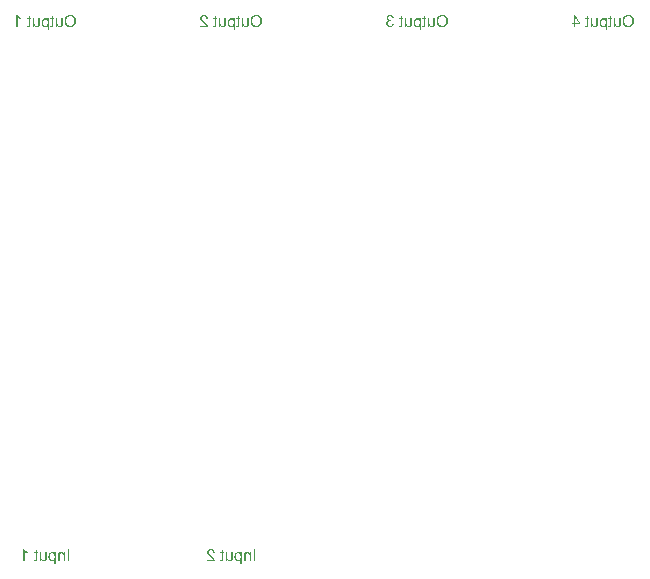
<source format=gbo>
G04 #@! TF.GenerationSoftware,KiCad,Pcbnew,7.0.2*
G04 #@! TF.CreationDate,2023-07-04T15:02:42+02:00*
G04 #@! TF.ProjectId,espboard,65737062-6f61-4726-942e-6b696361645f,rev?*
G04 #@! TF.SameCoordinates,Original*
G04 #@! TF.FileFunction,Legend,Bot*
G04 #@! TF.FilePolarity,Positive*
%FSLAX46Y46*%
G04 Gerber Fmt 4.6, Leading zero omitted, Abs format (unit mm)*
G04 Created by KiCad (PCBNEW 7.0.2) date 2023-07-04 15:02:42*
%MOMM*%
%LPD*%
G01*
G04 APERTURE LIST*
%ADD10C,0.150000*%
%ADD11O,4.200000X2.100000*%
%ADD12O,1.550000X3.100000*%
%ADD13C,2.800000*%
%ADD14C,0.800000*%
%ADD15O,2.000000X1.000000*%
G04 APERTURE END LIST*
D10*
G36*
X136266841Y-107018000D02*
G01*
X136266841Y-106001949D01*
X136133484Y-106001949D01*
X136133484Y-107018000D01*
X136266841Y-107018000D01*
G37*
G36*
X135916353Y-107018000D02*
G01*
X135916353Y-106283317D01*
X135805222Y-106283317D01*
X135805222Y-106386387D01*
X135794898Y-106372013D01*
X135784015Y-106358567D01*
X135772573Y-106346047D01*
X135760571Y-106334455D01*
X135748011Y-106323791D01*
X135734892Y-106314053D01*
X135721213Y-106305244D01*
X135706975Y-106297361D01*
X135692179Y-106290406D01*
X135676823Y-106284378D01*
X135660908Y-106279277D01*
X135644434Y-106275104D01*
X135627401Y-106271859D01*
X135609809Y-106269540D01*
X135591658Y-106268149D01*
X135572947Y-106267685D01*
X135560677Y-106267896D01*
X135548595Y-106268527D01*
X135536703Y-106269579D01*
X135524999Y-106271051D01*
X135513485Y-106272945D01*
X135502159Y-106275259D01*
X135491022Y-106277994D01*
X135480074Y-106281149D01*
X135469315Y-106284726D01*
X135458745Y-106288723D01*
X135451803Y-106291621D01*
X135441654Y-106296197D01*
X135431999Y-106301038D01*
X135422838Y-106306146D01*
X135414170Y-106311519D01*
X135405996Y-106317159D01*
X135395866Y-106325094D01*
X135386613Y-106333501D01*
X135378239Y-106342381D01*
X135370742Y-106351735D01*
X135369004Y-106354147D01*
X135362364Y-106364024D01*
X135356243Y-106374359D01*
X135350640Y-106385151D01*
X135345557Y-106396401D01*
X135340993Y-106408110D01*
X135336948Y-106420276D01*
X135334254Y-106429701D01*
X135331853Y-106439384D01*
X135330414Y-106445983D01*
X135328444Y-106458015D01*
X135327108Y-106469469D01*
X135325986Y-106482550D01*
X135325285Y-106493427D01*
X135324704Y-106505219D01*
X135324243Y-106517925D01*
X135323902Y-106531545D01*
X135323682Y-106546080D01*
X135323602Y-106556278D01*
X135323575Y-106566883D01*
X135323575Y-107018000D01*
X135447162Y-107018000D01*
X135447162Y-106570058D01*
X135447289Y-106556109D01*
X135447669Y-106542838D01*
X135448302Y-106530246D01*
X135449189Y-106518332D01*
X135450328Y-106507096D01*
X135451722Y-106496539D01*
X135453368Y-106486660D01*
X135455957Y-106474543D01*
X135458997Y-106463633D01*
X135461572Y-106456241D01*
X135465526Y-106447017D01*
X135470182Y-106438274D01*
X135475540Y-106430012D01*
X135481600Y-106422230D01*
X135488363Y-106414930D01*
X135495827Y-106408110D01*
X135503994Y-106401771D01*
X135512863Y-106395913D01*
X135522225Y-106390589D01*
X135531991Y-106385975D01*
X135542161Y-106382071D01*
X135552736Y-106378877D01*
X135563716Y-106376393D01*
X135575100Y-106374618D01*
X135586888Y-106373553D01*
X135599081Y-106373198D01*
X135608858Y-106373396D01*
X135623210Y-106374433D01*
X135637183Y-106376358D01*
X135650779Y-106379173D01*
X135663996Y-106382876D01*
X135676836Y-106387467D01*
X135689298Y-106392948D01*
X135701383Y-106399317D01*
X135713089Y-106406575D01*
X135724418Y-106414721D01*
X135735369Y-106423757D01*
X135745626Y-106434037D01*
X135751904Y-106441780D01*
X135757733Y-106450235D01*
X135763114Y-106459402D01*
X135768047Y-106469281D01*
X135772531Y-106479871D01*
X135776567Y-106491173D01*
X135780154Y-106503186D01*
X135783293Y-106515912D01*
X135785983Y-106529349D01*
X135788226Y-106543498D01*
X135790019Y-106558359D01*
X135791364Y-106573931D01*
X135792261Y-106590215D01*
X135792710Y-106607211D01*
X135792766Y-106615976D01*
X135792766Y-107018000D01*
X135916353Y-107018000D01*
G37*
G36*
X134822429Y-106267795D02*
G01*
X134835370Y-106268371D01*
X134847943Y-106269441D01*
X134860146Y-106271004D01*
X134871980Y-106273062D01*
X134883444Y-106275613D01*
X134894540Y-106278657D01*
X134905266Y-106282196D01*
X134915623Y-106286228D01*
X134925611Y-106290754D01*
X134935229Y-106295773D01*
X134941448Y-106299393D01*
X134950625Y-106305231D01*
X134959623Y-106311558D01*
X134968440Y-106318374D01*
X134977077Y-106325680D01*
X134985533Y-106333475D01*
X134993809Y-106341760D01*
X135001905Y-106350534D01*
X135009820Y-106359797D01*
X135017556Y-106369550D01*
X135025110Y-106379793D01*
X135025110Y-106283317D01*
X135137706Y-106283317D01*
X135137706Y-107299367D01*
X135014120Y-107299367D01*
X135014120Y-106941551D01*
X135012133Y-106944026D01*
X135003844Y-106953659D01*
X134995006Y-106962864D01*
X134985618Y-106971641D01*
X134975680Y-106979991D01*
X134967866Y-106985973D01*
X134959743Y-106991715D01*
X134951311Y-106997216D01*
X134942570Y-107002477D01*
X134933519Y-107007497D01*
X134927304Y-107010662D01*
X134917797Y-107015026D01*
X134908072Y-107018931D01*
X134898128Y-107022376D01*
X134887965Y-107025362D01*
X134877583Y-107027889D01*
X134866982Y-107029956D01*
X134856162Y-107031564D01*
X134845124Y-107032712D01*
X134833866Y-107033401D01*
X134822389Y-107033631D01*
X134811857Y-107033444D01*
X134801388Y-107032883D01*
X134790982Y-107031948D01*
X134780639Y-107030639D01*
X134770358Y-107028956D01*
X134760141Y-107026899D01*
X134749987Y-107024468D01*
X134739896Y-107021663D01*
X134729868Y-107018484D01*
X134719902Y-107014931D01*
X134710000Y-107011004D01*
X134700161Y-107006703D01*
X134690384Y-107002028D01*
X134680671Y-106996979D01*
X134671020Y-106991556D01*
X134661433Y-106985759D01*
X134651989Y-106979582D01*
X134642832Y-106973078D01*
X134633961Y-106966248D01*
X134625377Y-106959091D01*
X134617078Y-106951608D01*
X134609066Y-106943799D01*
X134601340Y-106935664D01*
X134593900Y-106927202D01*
X134586746Y-106918414D01*
X134579879Y-106909300D01*
X134573297Y-106899859D01*
X134567002Y-106890093D01*
X134560994Y-106879999D01*
X134555271Y-106869580D01*
X134549835Y-106858834D01*
X134544685Y-106847762D01*
X134539805Y-106836409D01*
X134535239Y-106824880D01*
X134530989Y-106813175D01*
X134527053Y-106801295D01*
X134523433Y-106789239D01*
X134520127Y-106777008D01*
X134517136Y-106764601D01*
X134514460Y-106752019D01*
X134512098Y-106739261D01*
X134510052Y-106726328D01*
X134508320Y-106713219D01*
X134506903Y-106699934D01*
X134505802Y-106686474D01*
X134505014Y-106672839D01*
X134504542Y-106659027D01*
X134504385Y-106645041D01*
X134504388Y-106644796D01*
X134630903Y-106644796D01*
X134631132Y-106662875D01*
X134631822Y-106680353D01*
X134632972Y-106697229D01*
X134634581Y-106713505D01*
X134636651Y-106729179D01*
X134639180Y-106744253D01*
X134642169Y-106758725D01*
X134645618Y-106772596D01*
X134649527Y-106785867D01*
X134653896Y-106798536D01*
X134658724Y-106810604D01*
X134664013Y-106822071D01*
X134669761Y-106832937D01*
X134675969Y-106843202D01*
X134682637Y-106852866D01*
X134689765Y-106861928D01*
X134693452Y-106866241D01*
X134700964Y-106874456D01*
X134708662Y-106882122D01*
X134716544Y-106889242D01*
X134724612Y-106895813D01*
X134732865Y-106901837D01*
X134741302Y-106907314D01*
X134749925Y-106912243D01*
X134758733Y-106916624D01*
X134767726Y-106920457D01*
X134781563Y-106925181D01*
X134791019Y-106927645D01*
X134800660Y-106929562D01*
X134810486Y-106930931D01*
X134820497Y-106931752D01*
X134830693Y-106932026D01*
X134835738Y-106931960D01*
X134845687Y-106931431D01*
X134855449Y-106930374D01*
X134869741Y-106927798D01*
X134883613Y-106924032D01*
X134897064Y-106919076D01*
X134910094Y-106912932D01*
X134922704Y-106905598D01*
X134930877Y-106900048D01*
X134938862Y-106893970D01*
X134946661Y-106887363D01*
X134954272Y-106880227D01*
X134961697Y-106872563D01*
X134968935Y-106864371D01*
X134975826Y-106855626D01*
X134982273Y-106846304D01*
X134988275Y-106836407D01*
X134993832Y-106825933D01*
X134998945Y-106814883D01*
X135003613Y-106803257D01*
X135007837Y-106791054D01*
X135011616Y-106778275D01*
X135014951Y-106764920D01*
X135017840Y-106750989D01*
X135020286Y-106736481D01*
X135022286Y-106721397D01*
X135023842Y-106705737D01*
X135024954Y-106689501D01*
X135025621Y-106672688D01*
X135025843Y-106655299D01*
X135025606Y-106637884D01*
X135024893Y-106620994D01*
X135023705Y-106604629D01*
X135022042Y-106588788D01*
X135019904Y-106573473D01*
X135017291Y-106558682D01*
X135014203Y-106544415D01*
X135010639Y-106530674D01*
X135006600Y-106517457D01*
X135002087Y-106504765D01*
X134997098Y-106492598D01*
X134991634Y-106480955D01*
X134985695Y-106469837D01*
X134979281Y-106459244D01*
X134972391Y-106449176D01*
X134965027Y-106439632D01*
X134957354Y-106430641D01*
X134949540Y-106422230D01*
X134941585Y-106414399D01*
X134933489Y-106407148D01*
X134925251Y-106400477D01*
X134916873Y-106394386D01*
X134908353Y-106388876D01*
X134899692Y-106383945D01*
X134890889Y-106379594D01*
X134877421Y-106374156D01*
X134863635Y-106370023D01*
X134849532Y-106367195D01*
X134835111Y-106365673D01*
X134825320Y-106365383D01*
X134820350Y-106365451D01*
X134810544Y-106365997D01*
X134796168Y-106367838D01*
X134782191Y-106370908D01*
X134768613Y-106375206D01*
X134755435Y-106380731D01*
X134742656Y-106387485D01*
X134734358Y-106392669D01*
X134726238Y-106398399D01*
X134718296Y-106404675D01*
X134710530Y-106411497D01*
X134702943Y-106418864D01*
X134695532Y-106426777D01*
X134688300Y-106435236D01*
X134681349Y-106444212D01*
X134674847Y-106453737D01*
X134668794Y-106463812D01*
X134663188Y-106474437D01*
X134658032Y-106485611D01*
X134653323Y-106497335D01*
X134649063Y-106509608D01*
X134645252Y-106522431D01*
X134641889Y-106535803D01*
X134638974Y-106549725D01*
X134636508Y-106564196D01*
X134634490Y-106579217D01*
X134632920Y-106594788D01*
X134631799Y-106610908D01*
X134631127Y-106627577D01*
X134630903Y-106644796D01*
X134504388Y-106644796D01*
X134504527Y-106632009D01*
X134504953Y-106619109D01*
X134505664Y-106606341D01*
X134506659Y-106593704D01*
X134507939Y-106581199D01*
X134509502Y-106568825D01*
X134511350Y-106556584D01*
X134513483Y-106544474D01*
X134515899Y-106532495D01*
X134518600Y-106520649D01*
X134521586Y-106508933D01*
X134524855Y-106497350D01*
X134528409Y-106485898D01*
X134532247Y-106474578D01*
X134536370Y-106463390D01*
X134540777Y-106452333D01*
X134545463Y-106441497D01*
X134550424Y-106430969D01*
X134555660Y-106420751D01*
X134561171Y-106410842D01*
X134566957Y-106401242D01*
X134573017Y-106391952D01*
X134579352Y-106382970D01*
X134585962Y-106374297D01*
X134592846Y-106365934D01*
X134600006Y-106357880D01*
X134607440Y-106350135D01*
X134615149Y-106342699D01*
X134623133Y-106335572D01*
X134631391Y-106328754D01*
X134639924Y-106322245D01*
X134648732Y-106316046D01*
X134657734Y-106310189D01*
X134666909Y-106304711D01*
X134676258Y-106299611D01*
X134685781Y-106294888D01*
X134695477Y-106290543D01*
X134705347Y-106286576D01*
X134715390Y-106282987D01*
X134725608Y-106279775D01*
X134735998Y-106276942D01*
X134746563Y-106274486D01*
X134757301Y-106272408D01*
X134768213Y-106270708D01*
X134779298Y-106269386D01*
X134790557Y-106268441D01*
X134801990Y-106267874D01*
X134813596Y-106267685D01*
X134822429Y-106267795D01*
G37*
G36*
X133881077Y-107018000D02*
G01*
X133881077Y-106910777D01*
X133891971Y-106925654D01*
X133903341Y-106939571D01*
X133915189Y-106952528D01*
X133927514Y-106964526D01*
X133940315Y-106975563D01*
X133953594Y-106985641D01*
X133967350Y-106994759D01*
X133981583Y-107002918D01*
X133996293Y-107010116D01*
X134011480Y-107016355D01*
X134027144Y-107021634D01*
X134043285Y-107025953D01*
X134059903Y-107029312D01*
X134076998Y-107031711D01*
X134094570Y-107033151D01*
X134112619Y-107033631D01*
X134124634Y-107033412D01*
X134136499Y-107032755D01*
X134148213Y-107031660D01*
X134159777Y-107030128D01*
X134171191Y-107028157D01*
X134182455Y-107025748D01*
X134193568Y-107022902D01*
X134204531Y-107019618D01*
X134215344Y-107015895D01*
X134226006Y-107011735D01*
X134233031Y-107008718D01*
X134243267Y-107003936D01*
X134253001Y-106998929D01*
X134262232Y-106993700D01*
X134270961Y-106988248D01*
X134279188Y-106982572D01*
X134289375Y-106974657D01*
X134298670Y-106966345D01*
X134307072Y-106957636D01*
X134314580Y-106948531D01*
X134316318Y-106946192D01*
X134322844Y-106936525D01*
X134328866Y-106926332D01*
X134334384Y-106915612D01*
X134339399Y-106904366D01*
X134343910Y-106892592D01*
X134347917Y-106880292D01*
X134350591Y-106870722D01*
X134352983Y-106860855D01*
X134354420Y-106854113D01*
X134356194Y-106844282D01*
X134357732Y-106833108D01*
X134359033Y-106820590D01*
X134359854Y-106810321D01*
X134360542Y-106799295D01*
X134361096Y-106787514D01*
X134361518Y-106774978D01*
X134361806Y-106761686D01*
X134361962Y-106747638D01*
X134361991Y-106737853D01*
X134361991Y-106283317D01*
X134238160Y-106283317D01*
X134238160Y-106691203D01*
X134238130Y-106703166D01*
X134238042Y-106714631D01*
X134237894Y-106725598D01*
X134237687Y-106736067D01*
X134237421Y-106746038D01*
X134236910Y-106760061D01*
X134236267Y-106772963D01*
X134235491Y-106784744D01*
X134234581Y-106795406D01*
X134233162Y-106807877D01*
X134231505Y-106818357D01*
X134230588Y-106822849D01*
X134227306Y-106834794D01*
X134223200Y-106846083D01*
X134218269Y-106856715D01*
X134212515Y-106866691D01*
X134205935Y-106876010D01*
X134198532Y-106884673D01*
X134190304Y-106892680D01*
X134181251Y-106900030D01*
X134171508Y-106906613D01*
X134161208Y-106912319D01*
X134150351Y-106917146D01*
X134138936Y-106921096D01*
X134126965Y-106924168D01*
X134114436Y-106926363D01*
X134104673Y-106927432D01*
X134094598Y-106928008D01*
X134087706Y-106928118D01*
X134077369Y-106927867D01*
X134067147Y-106927113D01*
X134057041Y-106925858D01*
X134047051Y-106924100D01*
X134037177Y-106921839D01*
X134027419Y-106919076D01*
X134017777Y-106915811D01*
X134008251Y-106912044D01*
X133998841Y-106907774D01*
X133989547Y-106903002D01*
X133983415Y-106899542D01*
X133974507Y-106893955D01*
X133966101Y-106888004D01*
X133958198Y-106881688D01*
X133950797Y-106875007D01*
X133943898Y-106867961D01*
X133937502Y-106860550D01*
X133929755Y-106850101D01*
X133924530Y-106841838D01*
X133919809Y-106833211D01*
X133915589Y-106824218D01*
X133914294Y-106821140D01*
X133910671Y-106811450D01*
X133907405Y-106800975D01*
X133904494Y-106789715D01*
X133901941Y-106777668D01*
X133899743Y-106764836D01*
X133897902Y-106751219D01*
X133896417Y-106736815D01*
X133895625Y-106726776D01*
X133894992Y-106716388D01*
X133894517Y-106705651D01*
X133894200Y-106694565D01*
X133894042Y-106683129D01*
X133894022Y-106677281D01*
X133894022Y-106283317D01*
X133770435Y-106283317D01*
X133770435Y-107018000D01*
X133881077Y-107018000D01*
G37*
G36*
X133310526Y-106904671D02*
G01*
X133292696Y-107018000D01*
X133302397Y-107020793D01*
X133311901Y-107023312D01*
X133324266Y-107026243D01*
X133336280Y-107028685D01*
X133347943Y-107030639D01*
X133359254Y-107032105D01*
X133370214Y-107033081D01*
X133380824Y-107033570D01*
X133385997Y-107033631D01*
X133398370Y-107033442D01*
X133410211Y-107032875D01*
X133421520Y-107031931D01*
X133432296Y-107030609D01*
X133442540Y-107028908D01*
X133452251Y-107026830D01*
X133464372Y-107023472D01*
X133475546Y-107019442D01*
X133485774Y-107014740D01*
X133490533Y-107012138D01*
X133499470Y-107006493D01*
X133507721Y-107000429D01*
X133515285Y-106993945D01*
X133523774Y-106985250D01*
X133531190Y-106975899D01*
X133537532Y-106965892D01*
X133542801Y-106955229D01*
X133546293Y-106945219D01*
X133549319Y-106932774D01*
X133551283Y-106921842D01*
X133552985Y-106909541D01*
X133554426Y-106895871D01*
X133555241Y-106885996D01*
X133555939Y-106875513D01*
X133556521Y-106864421D01*
X133556986Y-106852720D01*
X133557336Y-106840410D01*
X133557568Y-106827492D01*
X133557685Y-106813965D01*
X133557699Y-106806974D01*
X133557699Y-106381014D01*
X133648558Y-106381014D01*
X133648558Y-106283317D01*
X133557699Y-106283317D01*
X133557699Y-106105997D01*
X133434845Y-106033212D01*
X133434845Y-106283317D01*
X133310526Y-106283317D01*
X133310526Y-106381014D01*
X133434845Y-106381014D01*
X133434845Y-106816988D01*
X133434789Y-106826813D01*
X133434541Y-106838851D01*
X133434095Y-106849676D01*
X133433258Y-106861501D01*
X133432110Y-106871429D01*
X133429983Y-106882143D01*
X133428495Y-106886597D01*
X133423586Y-106895618D01*
X133417103Y-106903446D01*
X133409046Y-106910081D01*
X133407246Y-106911265D01*
X133397861Y-106915634D01*
X133387831Y-106918317D01*
X133377754Y-106919738D01*
X133366460Y-106920294D01*
X133364748Y-106920302D01*
X133353665Y-106919325D01*
X133342615Y-106916868D01*
X133332140Y-106913570D01*
X133322702Y-106909983D01*
X133312619Y-106905633D01*
X133310526Y-106904671D01*
G37*
G36*
X132187253Y-106900763D02*
G01*
X132187253Y-107018000D01*
X132853059Y-107018000D01*
X132853101Y-107006879D01*
X132852616Y-106995865D01*
X132851605Y-106984958D01*
X132850067Y-106974158D01*
X132848002Y-106963465D01*
X132845411Y-106952878D01*
X132842293Y-106942399D01*
X132838648Y-106932026D01*
X132833574Y-106919268D01*
X132827967Y-106906549D01*
X132821827Y-106893869D01*
X132815155Y-106881227D01*
X132807951Y-106868624D01*
X132802853Y-106860244D01*
X132797517Y-106851880D01*
X132791946Y-106843534D01*
X132786137Y-106835205D01*
X132780092Y-106826893D01*
X132773811Y-106818598D01*
X132767292Y-106810321D01*
X132760538Y-106802060D01*
X132757071Y-106797937D01*
X132749885Y-106789583D01*
X132742310Y-106781069D01*
X132734345Y-106772394D01*
X132725991Y-106763560D01*
X132717248Y-106754565D01*
X132708116Y-106745409D01*
X132698594Y-106736094D01*
X132688683Y-106726618D01*
X132678383Y-106716982D01*
X132667694Y-106707185D01*
X132656615Y-106697228D01*
X132645147Y-106687112D01*
X132633290Y-106676834D01*
X132621043Y-106666397D01*
X132608408Y-106655799D01*
X132595383Y-106645041D01*
X132585228Y-106636608D01*
X132575282Y-106628286D01*
X132565544Y-106620074D01*
X132556014Y-106611972D01*
X132546691Y-106603981D01*
X132537577Y-106596100D01*
X132528671Y-106588328D01*
X132519973Y-106580667D01*
X132511482Y-106573117D01*
X132503200Y-106565676D01*
X132495126Y-106558346D01*
X132487259Y-106551125D01*
X132479601Y-106544015D01*
X132472151Y-106537016D01*
X132464908Y-106530126D01*
X132451047Y-106516677D01*
X132438019Y-106503670D01*
X132425822Y-106491103D01*
X132414457Y-106478976D01*
X132403924Y-106467291D01*
X132394223Y-106456046D01*
X132385354Y-106445242D01*
X132377317Y-106434879D01*
X132373610Y-106429863D01*
X132366601Y-106419974D01*
X132360043Y-106410152D01*
X132353938Y-106400396D01*
X132348285Y-106390708D01*
X132343085Y-106381086D01*
X132338336Y-106371531D01*
X132334040Y-106362042D01*
X132330196Y-106352621D01*
X132326804Y-106343266D01*
X132322565Y-106329359D01*
X132319342Y-106315603D01*
X132317138Y-106301997D01*
X132315951Y-106288541D01*
X132315725Y-106279653D01*
X132316188Y-106265938D01*
X132317579Y-106252634D01*
X132319898Y-106239743D01*
X132323143Y-106227263D01*
X132327317Y-106215196D01*
X132332417Y-106203541D01*
X132338445Y-106192298D01*
X132345400Y-106181468D01*
X132353283Y-106171049D01*
X132362093Y-106161043D01*
X132368481Y-106154601D01*
X132378606Y-106145478D01*
X132389289Y-106137253D01*
X132400531Y-106129925D01*
X132412330Y-106123494D01*
X132424688Y-106117961D01*
X132437604Y-106113325D01*
X132451078Y-106109586D01*
X132465110Y-106106745D01*
X132479700Y-106104801D01*
X132489737Y-106104003D01*
X132500022Y-106103604D01*
X132505257Y-106103554D01*
X132516292Y-106103773D01*
X132527048Y-106104428D01*
X132537526Y-106105521D01*
X132547725Y-106107050D01*
X132557645Y-106109016D01*
X132567287Y-106111420D01*
X132576650Y-106114260D01*
X132590173Y-106119340D01*
X132603069Y-106125403D01*
X132615338Y-106132449D01*
X132626980Y-106140478D01*
X132637995Y-106149490D01*
X132648383Y-106159486D01*
X132657949Y-106170353D01*
X132666587Y-106181980D01*
X132674298Y-106194367D01*
X132678923Y-106203047D01*
X132683136Y-106212065D01*
X132686937Y-106221421D01*
X132690326Y-106231114D01*
X132693303Y-106241145D01*
X132695868Y-106251514D01*
X132698020Y-106262221D01*
X132699760Y-106273265D01*
X132701088Y-106284647D01*
X132702004Y-106296367D01*
X132702508Y-106308425D01*
X132702605Y-106314580D01*
X132829612Y-106301147D01*
X132827711Y-106283162D01*
X132825246Y-106265720D01*
X132822216Y-106248822D01*
X132818621Y-106232469D01*
X132814461Y-106216659D01*
X132809736Y-106201393D01*
X132804447Y-106186670D01*
X132798593Y-106172492D01*
X132792174Y-106158857D01*
X132785190Y-106145766D01*
X132777641Y-106133219D01*
X132769528Y-106121216D01*
X132760850Y-106109757D01*
X132751606Y-106098841D01*
X132741799Y-106088469D01*
X132731426Y-106078642D01*
X132720543Y-106069355D01*
X132709204Y-106060667D01*
X132697408Y-106052578D01*
X132685157Y-106045089D01*
X132672450Y-106038198D01*
X132659286Y-106031907D01*
X132645667Y-106026215D01*
X132631592Y-106021122D01*
X132617060Y-106016629D01*
X132602073Y-106012734D01*
X132586629Y-106009439D01*
X132570729Y-106006743D01*
X132554374Y-106004645D01*
X132537562Y-106003148D01*
X132520294Y-106002249D01*
X132502570Y-106001949D01*
X132484701Y-106002265D01*
X132467304Y-106003212D01*
X132450378Y-106004791D01*
X132433923Y-106007002D01*
X132417939Y-106009844D01*
X132402427Y-106013318D01*
X132387386Y-106017423D01*
X132372816Y-106022160D01*
X132358718Y-106027529D01*
X132345091Y-106033529D01*
X132331935Y-106040161D01*
X132319251Y-106047424D01*
X132307038Y-106055319D01*
X132295296Y-106063846D01*
X132284025Y-106073004D01*
X132273226Y-106082794D01*
X132262993Y-106093050D01*
X132253420Y-106103608D01*
X132244507Y-106114467D01*
X132236254Y-106125628D01*
X132228662Y-106137090D01*
X132221729Y-106148854D01*
X132215457Y-106160919D01*
X132209845Y-106173286D01*
X132204894Y-106185954D01*
X132200602Y-106198923D01*
X132196971Y-106212195D01*
X132194000Y-106225767D01*
X132191689Y-106239641D01*
X132190039Y-106253817D01*
X132189048Y-106268294D01*
X132188718Y-106283073D01*
X132188935Y-106294459D01*
X132189586Y-106305810D01*
X132190670Y-106317127D01*
X132192187Y-106328410D01*
X132194139Y-106339659D01*
X132196524Y-106350873D01*
X132199342Y-106362053D01*
X132202594Y-106373198D01*
X132206280Y-106384310D01*
X132210400Y-106395386D01*
X132213387Y-106402752D01*
X132218300Y-106413799D01*
X132223788Y-106424957D01*
X132229852Y-106436227D01*
X132236491Y-106447608D01*
X132243705Y-106459102D01*
X132251494Y-106470707D01*
X132259859Y-106482423D01*
X132265755Y-106490296D01*
X132271907Y-106498219D01*
X132278315Y-106506191D01*
X132284978Y-106514213D01*
X132291897Y-106522284D01*
X132295452Y-106526339D01*
X132302924Y-106534649D01*
X132310989Y-106543336D01*
X132319647Y-106552402D01*
X132328898Y-106561845D01*
X132338743Y-106571667D01*
X132349182Y-106581866D01*
X132360214Y-106592443D01*
X132371839Y-106603397D01*
X132384058Y-106614730D01*
X132396870Y-106626440D01*
X132410276Y-106638528D01*
X132424275Y-106650994D01*
X132438868Y-106663838D01*
X132446387Y-106670401D01*
X132454054Y-106677059D01*
X132461869Y-106683812D01*
X132469833Y-106690659D01*
X132477945Y-106697600D01*
X132486206Y-106704636D01*
X132499787Y-106716214D01*
X132512748Y-106727316D01*
X132525089Y-106737944D01*
X132536810Y-106748096D01*
X132547911Y-106757773D01*
X132558391Y-106766975D01*
X132568252Y-106775702D01*
X132577492Y-106783954D01*
X132586112Y-106791730D01*
X132594112Y-106799032D01*
X132601492Y-106805858D01*
X132611398Y-106815207D01*
X132619910Y-106823487D01*
X132627026Y-106830697D01*
X132629088Y-106832863D01*
X132636793Y-106841297D01*
X132644155Y-106849747D01*
X132651173Y-106858211D01*
X132657848Y-106866691D01*
X132664179Y-106875186D01*
X132670167Y-106883696D01*
X132675811Y-106892222D01*
X132681112Y-106900763D01*
X132187253Y-106900763D01*
G37*
G36*
X152116955Y-60774457D02*
G01*
X152130038Y-60774875D01*
X152142967Y-60775571D01*
X152155744Y-60776546D01*
X152168368Y-60777800D01*
X152180840Y-60779332D01*
X152193159Y-60781143D01*
X152205325Y-60783233D01*
X152217339Y-60785601D01*
X152229200Y-60788247D01*
X152240909Y-60791172D01*
X152252464Y-60794376D01*
X152263867Y-60797859D01*
X152275118Y-60801619D01*
X152286216Y-60805659D01*
X152297161Y-60809977D01*
X152307953Y-60814574D01*
X152318593Y-60819449D01*
X152329080Y-60824603D01*
X152339415Y-60830036D01*
X152349597Y-60835747D01*
X152359626Y-60841736D01*
X152369502Y-60848005D01*
X152379226Y-60854551D01*
X152388798Y-60861377D01*
X152398216Y-60868481D01*
X152407482Y-60875864D01*
X152416595Y-60883525D01*
X152425556Y-60891465D01*
X152434364Y-60899683D01*
X152443019Y-60908180D01*
X152451522Y-60916956D01*
X152459802Y-60925962D01*
X152467819Y-60935183D01*
X152475573Y-60944618D01*
X152483064Y-60954267D01*
X152490292Y-60964131D01*
X152497258Y-60974209D01*
X152503960Y-60984500D01*
X152510400Y-60995006D01*
X152516577Y-61005727D01*
X152522491Y-61016661D01*
X152528142Y-61027810D01*
X152533531Y-61039172D01*
X152538656Y-61050749D01*
X152543519Y-61062540D01*
X152548119Y-61074546D01*
X152552456Y-61086765D01*
X152556530Y-61099199D01*
X152560341Y-61111847D01*
X152563889Y-61124709D01*
X152567175Y-61137785D01*
X152570198Y-61151076D01*
X152572958Y-61164581D01*
X152575455Y-61178299D01*
X152577689Y-61192232D01*
X152579660Y-61206380D01*
X152581369Y-61220741D01*
X152582814Y-61235317D01*
X152583997Y-61250107D01*
X152584917Y-61265111D01*
X152585574Y-61280329D01*
X152585969Y-61295761D01*
X152586100Y-61311408D01*
X152585875Y-61328023D01*
X152585199Y-61344529D01*
X152584074Y-61360927D01*
X152582497Y-61377216D01*
X152580471Y-61393396D01*
X152577994Y-61409467D01*
X152575067Y-61425430D01*
X152571690Y-61441284D01*
X152567862Y-61457029D01*
X152563584Y-61472665D01*
X152558855Y-61488193D01*
X152553677Y-61503612D01*
X152548048Y-61518922D01*
X152541968Y-61534123D01*
X152535439Y-61549215D01*
X152528459Y-61564199D01*
X152521012Y-61578932D01*
X152513144Y-61593272D01*
X152504854Y-61607218D01*
X152496142Y-61620772D01*
X152487009Y-61633932D01*
X152477454Y-61646700D01*
X152467477Y-61659074D01*
X152457079Y-61671055D01*
X152446259Y-61682644D01*
X152435017Y-61693839D01*
X152423353Y-61704641D01*
X152411268Y-61715050D01*
X152398761Y-61725065D01*
X152385832Y-61734688D01*
X152372482Y-61743918D01*
X152358710Y-61752755D01*
X152344579Y-61761095D01*
X152330214Y-61768897D01*
X152315613Y-61776162D01*
X152300779Y-61782888D01*
X152285709Y-61789076D01*
X152270405Y-61794726D01*
X152254866Y-61799838D01*
X152239092Y-61804412D01*
X152223084Y-61808448D01*
X152206840Y-61811945D01*
X152190363Y-61814905D01*
X152173650Y-61817326D01*
X152156703Y-61819210D01*
X152139521Y-61820555D01*
X152122104Y-61821362D01*
X152104453Y-61821631D01*
X152088128Y-61821387D01*
X152071942Y-61820654D01*
X152055896Y-61819433D01*
X152039988Y-61817723D01*
X152024220Y-61815525D01*
X152008592Y-61812838D01*
X151993102Y-61809663D01*
X151977752Y-61806000D01*
X151962541Y-61801847D01*
X151947470Y-61797207D01*
X151932538Y-61792078D01*
X151917745Y-61786460D01*
X151903091Y-61780354D01*
X151888577Y-61773759D01*
X151874202Y-61766676D01*
X151859966Y-61759105D01*
X151846001Y-61751059D01*
X151832439Y-61742554D01*
X151819280Y-61733588D01*
X151806523Y-61724163D01*
X151794168Y-61714278D01*
X151782217Y-61703933D01*
X151770668Y-61693128D01*
X151759521Y-61681863D01*
X151748777Y-61670138D01*
X151738436Y-61657954D01*
X151728498Y-61645310D01*
X151718962Y-61632205D01*
X151709828Y-61618641D01*
X151701097Y-61604617D01*
X151692769Y-61590134D01*
X151684844Y-61575190D01*
X151677332Y-61559860D01*
X151670304Y-61544278D01*
X151663761Y-61528444D01*
X151657702Y-61512359D01*
X151652129Y-61496021D01*
X151647040Y-61479432D01*
X151642435Y-61462590D01*
X151638316Y-61445497D01*
X151634681Y-61428152D01*
X151631530Y-61410555D01*
X151628865Y-61392706D01*
X151626684Y-61374606D01*
X151624987Y-61356253D01*
X151623776Y-61337649D01*
X151623049Y-61318792D01*
X151622806Y-61299684D01*
X151622818Y-61298707D01*
X151760315Y-61298707D01*
X151760410Y-61310878D01*
X151760695Y-61322874D01*
X151761169Y-61334695D01*
X151761834Y-61346342D01*
X151762688Y-61357814D01*
X151763732Y-61369112D01*
X151764967Y-61380235D01*
X151766390Y-61391184D01*
X151768004Y-61401957D01*
X151769808Y-61412557D01*
X151771801Y-61422981D01*
X151773985Y-61433231D01*
X151776358Y-61443307D01*
X151778921Y-61453208D01*
X151781674Y-61462934D01*
X151784617Y-61472486D01*
X151787750Y-61481863D01*
X151791072Y-61491066D01*
X151798287Y-61508947D01*
X151806261Y-61526130D01*
X151814995Y-61542614D01*
X151824488Y-61558400D01*
X151834740Y-61573488D01*
X151845752Y-61587877D01*
X151857524Y-61601568D01*
X151869883Y-61614493D01*
X151882658Y-61626584D01*
X151895849Y-61637841D01*
X151909456Y-61648264D01*
X151923479Y-61657854D01*
X151937918Y-61666609D01*
X151952773Y-61674531D01*
X151968043Y-61681619D01*
X151983730Y-61687873D01*
X151999833Y-61693293D01*
X152016352Y-61697879D01*
X152033287Y-61701631D01*
X152050638Y-61704550D01*
X152068404Y-61706635D01*
X152086587Y-61707885D01*
X152105186Y-61708302D01*
X152123432Y-61707889D01*
X152141292Y-61706650D01*
X152158764Y-61704584D01*
X152175848Y-61701693D01*
X152192546Y-61697975D01*
X152208855Y-61693430D01*
X152224778Y-61688060D01*
X152240313Y-61681863D01*
X152255461Y-61674840D01*
X152270221Y-61666991D01*
X152284595Y-61658316D01*
X152298580Y-61648814D01*
X152312179Y-61638486D01*
X152325390Y-61627332D01*
X152338214Y-61615352D01*
X152350650Y-61602545D01*
X152362510Y-61589021D01*
X152373605Y-61574889D01*
X152383935Y-61560147D01*
X152393499Y-61544797D01*
X152402299Y-61528838D01*
X152410333Y-61512271D01*
X152417602Y-61495095D01*
X152424106Y-61477310D01*
X152429845Y-61458916D01*
X152432427Y-61449491D01*
X152434818Y-61439914D01*
X152437018Y-61430184D01*
X152439027Y-61420303D01*
X152440844Y-61410269D01*
X152442470Y-61400083D01*
X152443905Y-61389745D01*
X152445148Y-61379255D01*
X152446200Y-61368612D01*
X152447061Y-61357818D01*
X152447730Y-61346871D01*
X152448209Y-61335772D01*
X152448496Y-61324521D01*
X152448591Y-61313117D01*
X152448492Y-61298912D01*
X152448193Y-61284963D01*
X152447696Y-61271270D01*
X152447000Y-61257835D01*
X152446105Y-61244655D01*
X152445011Y-61231733D01*
X152443718Y-61219067D01*
X152442226Y-61206658D01*
X152440535Y-61194506D01*
X152438645Y-61182610D01*
X152436556Y-61170970D01*
X152434269Y-61159588D01*
X152431782Y-61148462D01*
X152429097Y-61137593D01*
X152426212Y-61126980D01*
X152423129Y-61116624D01*
X152419847Y-61106525D01*
X152416366Y-61096682D01*
X152412685Y-61087096D01*
X152408806Y-61077767D01*
X152404728Y-61068694D01*
X152400452Y-61059878D01*
X152391301Y-61043015D01*
X152381355Y-61027180D01*
X152370613Y-61012371D01*
X152359075Y-60998588D01*
X152346742Y-60985832D01*
X152333826Y-60973942D01*
X152320600Y-60962820D01*
X152307066Y-60952464D01*
X152293222Y-60942876D01*
X152279070Y-60934054D01*
X152264608Y-60926000D01*
X152249837Y-60918713D01*
X152234757Y-60912193D01*
X152219367Y-60906440D01*
X152203669Y-60901454D01*
X152187662Y-60897235D01*
X152171345Y-60893783D01*
X152154719Y-60891098D01*
X152137785Y-60889181D01*
X152120541Y-60888030D01*
X152102988Y-60887646D01*
X152090637Y-60887846D01*
X152078437Y-60888444D01*
X152066388Y-60889441D01*
X152054490Y-60890837D01*
X152042743Y-60892631D01*
X152031146Y-60894825D01*
X152019700Y-60897417D01*
X152008405Y-60900408D01*
X151997260Y-60903798D01*
X151986266Y-60907587D01*
X151975423Y-60911774D01*
X151964731Y-60916360D01*
X151954189Y-60921345D01*
X151943799Y-60926729D01*
X151933558Y-60932512D01*
X151923469Y-60938693D01*
X151913606Y-60945207D01*
X151904044Y-60952046D01*
X151894784Y-60959212D01*
X151885825Y-60966705D01*
X151877168Y-60974523D01*
X151868812Y-60982668D01*
X151860758Y-60991140D01*
X151853005Y-60999937D01*
X151845554Y-61009061D01*
X151838404Y-61018511D01*
X151831556Y-61028287D01*
X151825009Y-61038390D01*
X151818763Y-61048819D01*
X151812820Y-61059574D01*
X151807177Y-61070656D01*
X151801836Y-61082064D01*
X151796808Y-61093758D01*
X151792105Y-61105698D01*
X151787725Y-61117884D01*
X151783671Y-61130317D01*
X151779940Y-61142996D01*
X151776534Y-61155920D01*
X151773453Y-61169091D01*
X151770695Y-61182509D01*
X151768262Y-61196172D01*
X151766154Y-61210081D01*
X151764370Y-61224237D01*
X151762910Y-61238639D01*
X151761775Y-61253287D01*
X151760964Y-61268181D01*
X151760477Y-61283321D01*
X151760315Y-61298707D01*
X151622818Y-61298707D01*
X151623036Y-61280820D01*
X151623726Y-61262208D01*
X151624876Y-61243848D01*
X151626485Y-61225740D01*
X151628554Y-61207883D01*
X151631084Y-61190279D01*
X151634073Y-61172926D01*
X151637522Y-61155825D01*
X151641431Y-61138976D01*
X151645799Y-61122379D01*
X151650628Y-61106034D01*
X151655916Y-61089941D01*
X151661665Y-61074099D01*
X151667873Y-61058510D01*
X151674541Y-61043172D01*
X151681669Y-61028086D01*
X151689205Y-61013303D01*
X151697159Y-60998933D01*
X151705531Y-60984978D01*
X151714321Y-60971437D01*
X151723529Y-60958310D01*
X151733154Y-60945597D01*
X151743198Y-60933298D01*
X151753659Y-60921413D01*
X151764539Y-60909942D01*
X151775836Y-60898885D01*
X151787551Y-60888243D01*
X151799684Y-60878014D01*
X151812235Y-60868200D01*
X151825203Y-60858799D01*
X151838590Y-60849813D01*
X151852394Y-60841240D01*
X151866485Y-60833136D01*
X151880792Y-60825555D01*
X151895313Y-60818497D01*
X151910051Y-60811962D01*
X151925004Y-60805949D01*
X151940173Y-60800459D01*
X151955558Y-60795492D01*
X151971158Y-60791048D01*
X151986973Y-60787127D01*
X152003005Y-60783729D01*
X152019251Y-60780853D01*
X152035714Y-60778500D01*
X152052392Y-60776670D01*
X152069286Y-60775363D01*
X152086395Y-60774579D01*
X152103720Y-60774318D01*
X152116955Y-60774457D01*
G37*
G36*
X150994858Y-61806000D02*
G01*
X150994858Y-61698777D01*
X151005751Y-61713654D01*
X151017122Y-61727571D01*
X151028970Y-61740528D01*
X151041295Y-61752526D01*
X151054096Y-61763563D01*
X151067375Y-61773641D01*
X151081131Y-61782759D01*
X151095364Y-61790918D01*
X151110074Y-61798116D01*
X151125261Y-61804355D01*
X151140925Y-61809634D01*
X151157066Y-61813953D01*
X151173684Y-61817312D01*
X151190779Y-61819711D01*
X151208351Y-61821151D01*
X151226400Y-61821631D01*
X151238415Y-61821412D01*
X151250280Y-61820755D01*
X151261994Y-61819660D01*
X151273558Y-61818128D01*
X151284972Y-61816157D01*
X151296235Y-61813748D01*
X151307349Y-61810902D01*
X151318312Y-61807618D01*
X151329124Y-61803895D01*
X151339787Y-61799735D01*
X151346812Y-61796718D01*
X151357048Y-61791936D01*
X151366781Y-61786929D01*
X151376013Y-61781700D01*
X151384742Y-61776248D01*
X151392969Y-61770572D01*
X151403156Y-61762657D01*
X151412451Y-61754345D01*
X151420852Y-61745636D01*
X151428361Y-61736531D01*
X151430099Y-61734192D01*
X151436624Y-61724525D01*
X151442647Y-61714332D01*
X151448165Y-61703612D01*
X151453180Y-61692366D01*
X151457690Y-61680592D01*
X151461698Y-61668292D01*
X151464372Y-61658722D01*
X151466764Y-61648855D01*
X151468200Y-61642113D01*
X151469975Y-61632282D01*
X151471513Y-61621108D01*
X151472814Y-61608590D01*
X151473635Y-61598321D01*
X151474323Y-61587295D01*
X151474877Y-61575514D01*
X151475299Y-61562978D01*
X151475587Y-61549686D01*
X151475742Y-61535638D01*
X151475772Y-61525853D01*
X151475772Y-61071317D01*
X151351941Y-61071317D01*
X151351941Y-61479203D01*
X151351911Y-61491166D01*
X151351823Y-61502631D01*
X151351675Y-61513598D01*
X151351468Y-61524067D01*
X151351201Y-61534038D01*
X151350691Y-61548061D01*
X151350048Y-61560963D01*
X151349272Y-61572744D01*
X151348362Y-61583406D01*
X151346942Y-61595877D01*
X151345286Y-61606357D01*
X151344369Y-61610849D01*
X151341087Y-61622794D01*
X151336981Y-61634083D01*
X151332050Y-61644715D01*
X151326295Y-61654691D01*
X151319716Y-61664010D01*
X151312312Y-61672673D01*
X151304085Y-61680680D01*
X151295032Y-61688030D01*
X151285289Y-61694613D01*
X151274989Y-61700319D01*
X151264132Y-61705146D01*
X151252717Y-61709096D01*
X151240746Y-61712168D01*
X151228217Y-61714363D01*
X151218454Y-61715432D01*
X151208379Y-61716008D01*
X151201487Y-61716118D01*
X151191150Y-61715867D01*
X151180928Y-61715113D01*
X151170822Y-61713858D01*
X151160832Y-61712100D01*
X151150958Y-61709839D01*
X151141200Y-61707076D01*
X151131558Y-61703811D01*
X151122032Y-61700044D01*
X151112622Y-61695774D01*
X151103327Y-61691002D01*
X151097196Y-61687542D01*
X151088288Y-61681955D01*
X151079882Y-61676004D01*
X151071979Y-61669688D01*
X151064578Y-61663007D01*
X151057679Y-61655961D01*
X151051283Y-61648550D01*
X151043536Y-61638101D01*
X151038311Y-61629838D01*
X151033589Y-61621211D01*
X151029370Y-61612218D01*
X151028075Y-61609140D01*
X151024452Y-61599450D01*
X151021186Y-61588975D01*
X151018275Y-61577715D01*
X151015722Y-61565668D01*
X151013524Y-61552836D01*
X151011683Y-61539219D01*
X151010198Y-61524815D01*
X151009406Y-61514776D01*
X151008773Y-61504388D01*
X151008298Y-61493651D01*
X151007981Y-61482565D01*
X151007823Y-61471129D01*
X151007803Y-61465281D01*
X151007803Y-61071317D01*
X150884216Y-61071317D01*
X150884216Y-61806000D01*
X150994858Y-61806000D01*
G37*
G36*
X150424307Y-61692671D02*
G01*
X150406477Y-61806000D01*
X150416178Y-61808793D01*
X150425682Y-61811312D01*
X150438047Y-61814243D01*
X150450061Y-61816685D01*
X150461723Y-61818639D01*
X150473035Y-61820105D01*
X150483995Y-61821081D01*
X150494605Y-61821570D01*
X150499778Y-61821631D01*
X150512151Y-61821442D01*
X150523992Y-61820875D01*
X150535301Y-61819931D01*
X150546077Y-61818609D01*
X150556321Y-61816908D01*
X150566032Y-61814830D01*
X150578153Y-61811472D01*
X150589327Y-61807442D01*
X150599555Y-61802740D01*
X150604314Y-61800138D01*
X150613251Y-61794493D01*
X150621502Y-61788429D01*
X150629066Y-61781945D01*
X150637555Y-61773250D01*
X150644970Y-61763899D01*
X150651313Y-61753892D01*
X150656581Y-61743229D01*
X150660073Y-61733219D01*
X150663100Y-61720774D01*
X150665064Y-61709842D01*
X150666766Y-61697541D01*
X150668207Y-61683871D01*
X150669021Y-61673996D01*
X150669720Y-61663513D01*
X150670302Y-61652421D01*
X150670767Y-61640720D01*
X150671117Y-61628410D01*
X150671349Y-61615492D01*
X150671466Y-61601965D01*
X150671480Y-61594974D01*
X150671480Y-61169014D01*
X150762339Y-61169014D01*
X150762339Y-61071317D01*
X150671480Y-61071317D01*
X150671480Y-60893997D01*
X150548626Y-60821212D01*
X150548626Y-61071317D01*
X150424307Y-61071317D01*
X150424307Y-61169014D01*
X150548626Y-61169014D01*
X150548626Y-61604988D01*
X150548570Y-61614813D01*
X150548322Y-61626851D01*
X150547876Y-61637676D01*
X150547039Y-61649501D01*
X150545891Y-61659429D01*
X150543764Y-61670143D01*
X150542276Y-61674597D01*
X150537367Y-61683618D01*
X150530884Y-61691446D01*
X150522827Y-61698081D01*
X150521027Y-61699265D01*
X150511641Y-61703634D01*
X150501612Y-61706317D01*
X150491534Y-61707738D01*
X150480241Y-61708294D01*
X150478528Y-61708302D01*
X150467446Y-61707325D01*
X150456396Y-61704868D01*
X150445921Y-61701570D01*
X150436482Y-61697983D01*
X150426400Y-61693633D01*
X150424307Y-61692671D01*
G37*
G36*
X149990083Y-61055795D02*
G01*
X150003024Y-61056371D01*
X150015597Y-61057441D01*
X150027800Y-61059004D01*
X150039634Y-61061062D01*
X150051098Y-61063613D01*
X150062194Y-61066657D01*
X150072920Y-61070196D01*
X150083277Y-61074228D01*
X150093264Y-61078754D01*
X150102883Y-61083773D01*
X150109102Y-61087393D01*
X150118279Y-61093231D01*
X150127277Y-61099558D01*
X150136094Y-61106374D01*
X150144731Y-61113680D01*
X150153187Y-61121475D01*
X150161463Y-61129760D01*
X150169559Y-61138534D01*
X150177474Y-61147797D01*
X150185209Y-61157550D01*
X150192764Y-61167793D01*
X150192764Y-61071317D01*
X150305360Y-61071317D01*
X150305360Y-62087367D01*
X150181773Y-62087367D01*
X150181773Y-61729551D01*
X150179787Y-61732026D01*
X150171498Y-61741659D01*
X150162659Y-61750864D01*
X150153271Y-61759641D01*
X150143334Y-61767991D01*
X150135520Y-61773973D01*
X150127397Y-61779715D01*
X150118965Y-61785216D01*
X150110224Y-61790477D01*
X150101173Y-61795497D01*
X150094957Y-61798662D01*
X150085451Y-61803026D01*
X150075726Y-61806931D01*
X150065782Y-61810376D01*
X150055619Y-61813362D01*
X150045237Y-61815889D01*
X150034636Y-61817956D01*
X150023816Y-61819564D01*
X150012777Y-61820712D01*
X150001520Y-61821401D01*
X149990043Y-61821631D01*
X149979511Y-61821444D01*
X149969042Y-61820883D01*
X149958636Y-61819948D01*
X149948293Y-61818639D01*
X149938012Y-61816956D01*
X149927795Y-61814899D01*
X149917641Y-61812468D01*
X149907550Y-61809663D01*
X149897521Y-61806484D01*
X149887556Y-61802931D01*
X149877654Y-61799004D01*
X149867814Y-61794703D01*
X149858038Y-61790028D01*
X149848325Y-61784979D01*
X149838674Y-61779556D01*
X149829087Y-61773759D01*
X149819643Y-61767582D01*
X149810486Y-61761078D01*
X149801615Y-61754248D01*
X149793030Y-61747091D01*
X149784732Y-61739608D01*
X149776720Y-61731799D01*
X149768993Y-61723664D01*
X149761554Y-61715202D01*
X149754400Y-61706414D01*
X149747533Y-61697300D01*
X149740951Y-61687859D01*
X149734656Y-61678093D01*
X149728648Y-61667999D01*
X149722925Y-61657580D01*
X149717489Y-61646834D01*
X149712339Y-61635762D01*
X149707459Y-61624409D01*
X149702893Y-61612880D01*
X149698643Y-61601175D01*
X149694707Y-61589295D01*
X149691087Y-61577239D01*
X149687781Y-61565008D01*
X149684790Y-61552601D01*
X149682114Y-61540019D01*
X149679752Y-61527261D01*
X149677706Y-61514328D01*
X149675974Y-61501219D01*
X149674557Y-61487934D01*
X149673455Y-61474474D01*
X149672668Y-61460839D01*
X149672196Y-61447027D01*
X149672039Y-61433041D01*
X149672042Y-61432796D01*
X149798556Y-61432796D01*
X149798786Y-61450875D01*
X149799476Y-61468353D01*
X149800626Y-61485229D01*
X149802235Y-61501505D01*
X149804305Y-61517179D01*
X149806834Y-61532253D01*
X149809823Y-61546725D01*
X149813272Y-61560596D01*
X149817181Y-61573867D01*
X149821550Y-61586536D01*
X149826378Y-61598604D01*
X149831667Y-61610071D01*
X149837415Y-61620937D01*
X149843623Y-61631202D01*
X149850291Y-61640866D01*
X149857419Y-61649928D01*
X149861106Y-61654241D01*
X149868618Y-61662456D01*
X149876316Y-61670122D01*
X149884198Y-61677242D01*
X149892266Y-61683813D01*
X149900518Y-61689837D01*
X149908956Y-61695314D01*
X149917579Y-61700243D01*
X149926387Y-61704624D01*
X149935380Y-61708457D01*
X149949217Y-61713181D01*
X149958673Y-61715645D01*
X149968314Y-61717562D01*
X149978140Y-61718931D01*
X149988151Y-61719752D01*
X149998347Y-61720026D01*
X150003392Y-61719960D01*
X150013341Y-61719431D01*
X150023103Y-61718374D01*
X150037395Y-61715798D01*
X150051267Y-61712032D01*
X150064718Y-61707076D01*
X150077748Y-61700932D01*
X150090358Y-61693598D01*
X150098530Y-61688048D01*
X150106516Y-61681970D01*
X150114315Y-61675363D01*
X150121926Y-61668227D01*
X150129351Y-61660563D01*
X150136588Y-61652371D01*
X150143480Y-61643626D01*
X150149926Y-61634304D01*
X150155929Y-61624407D01*
X150161486Y-61613933D01*
X150166599Y-61602883D01*
X150171267Y-61591257D01*
X150175491Y-61579054D01*
X150179270Y-61566275D01*
X150182604Y-61552920D01*
X150185494Y-61538989D01*
X150187940Y-61524481D01*
X150189940Y-61509397D01*
X150191496Y-61493737D01*
X150192608Y-61477501D01*
X150193275Y-61460688D01*
X150193497Y-61443299D01*
X150193259Y-61425884D01*
X150192547Y-61408994D01*
X150191359Y-61392629D01*
X150189696Y-61376788D01*
X150187558Y-61361473D01*
X150184945Y-61346682D01*
X150181856Y-61332415D01*
X150178293Y-61318674D01*
X150174254Y-61305457D01*
X150169741Y-61292765D01*
X150164752Y-61280598D01*
X150159288Y-61268955D01*
X150153349Y-61257837D01*
X150146934Y-61247244D01*
X150140045Y-61237176D01*
X150132681Y-61227632D01*
X150125008Y-61218641D01*
X150117194Y-61210230D01*
X150109239Y-61202399D01*
X150101143Y-61195148D01*
X150092905Y-61188477D01*
X150084527Y-61182386D01*
X150076007Y-61176876D01*
X150067346Y-61171945D01*
X150058543Y-61167594D01*
X150045075Y-61162156D01*
X150031289Y-61158023D01*
X150017186Y-61155195D01*
X150002764Y-61153673D01*
X149992974Y-61153383D01*
X149988004Y-61153451D01*
X149978198Y-61153997D01*
X149963822Y-61155838D01*
X149949845Y-61158908D01*
X149936267Y-61163206D01*
X149923089Y-61168731D01*
X149910310Y-61175485D01*
X149902012Y-61180669D01*
X149893892Y-61186399D01*
X149885950Y-61192675D01*
X149878184Y-61199497D01*
X149870597Y-61206864D01*
X149863186Y-61214777D01*
X149855953Y-61223236D01*
X149849003Y-61232212D01*
X149842501Y-61241737D01*
X149836447Y-61251812D01*
X149830842Y-61262437D01*
X149825685Y-61273611D01*
X149820977Y-61285335D01*
X149816717Y-61297608D01*
X149812906Y-61310431D01*
X149809543Y-61323803D01*
X149806628Y-61337725D01*
X149804162Y-61352196D01*
X149802144Y-61367217D01*
X149800574Y-61382788D01*
X149799453Y-61398908D01*
X149798781Y-61415577D01*
X149798556Y-61432796D01*
X149672042Y-61432796D01*
X149672181Y-61420009D01*
X149672607Y-61407109D01*
X149673318Y-61394341D01*
X149674313Y-61381704D01*
X149675593Y-61369199D01*
X149677156Y-61356825D01*
X149679004Y-61344584D01*
X149681137Y-61332474D01*
X149683553Y-61320495D01*
X149686254Y-61308649D01*
X149689240Y-61296933D01*
X149692509Y-61285350D01*
X149696063Y-61273898D01*
X149699901Y-61262578D01*
X149704024Y-61251390D01*
X149708431Y-61240333D01*
X149713117Y-61229497D01*
X149718078Y-61218969D01*
X149723314Y-61208751D01*
X149728825Y-61198842D01*
X149734611Y-61189242D01*
X149740671Y-61179952D01*
X149747006Y-61170970D01*
X149753616Y-61162297D01*
X149760500Y-61153934D01*
X149767660Y-61145880D01*
X149775094Y-61138135D01*
X149782803Y-61130699D01*
X149790786Y-61123572D01*
X149799045Y-61116754D01*
X149807578Y-61110245D01*
X149816386Y-61104046D01*
X149825388Y-61098189D01*
X149834563Y-61092711D01*
X149843912Y-61087611D01*
X149853435Y-61082888D01*
X149863131Y-61078543D01*
X149873001Y-61074576D01*
X149883044Y-61070987D01*
X149893262Y-61067775D01*
X149903652Y-61064942D01*
X149914217Y-61062486D01*
X149924955Y-61060408D01*
X149935867Y-61058708D01*
X149946952Y-61057386D01*
X149958211Y-61056441D01*
X149969644Y-61055874D01*
X149981250Y-61055685D01*
X149990083Y-61055795D01*
G37*
G36*
X149048731Y-61806000D02*
G01*
X149048731Y-61698777D01*
X149059624Y-61713654D01*
X149070995Y-61727571D01*
X149082843Y-61740528D01*
X149095168Y-61752526D01*
X149107969Y-61763563D01*
X149121248Y-61773641D01*
X149135004Y-61782759D01*
X149149237Y-61790918D01*
X149163947Y-61798116D01*
X149179134Y-61804355D01*
X149194798Y-61809634D01*
X149210939Y-61813953D01*
X149227557Y-61817312D01*
X149244652Y-61819711D01*
X149262224Y-61821151D01*
X149280273Y-61821631D01*
X149292288Y-61821412D01*
X149304153Y-61820755D01*
X149315867Y-61819660D01*
X149327431Y-61818128D01*
X149338845Y-61816157D01*
X149350108Y-61813748D01*
X149361222Y-61810902D01*
X149372185Y-61807618D01*
X149382997Y-61803895D01*
X149393660Y-61799735D01*
X149400685Y-61796718D01*
X149410921Y-61791936D01*
X149420654Y-61786929D01*
X149429886Y-61781700D01*
X149438615Y-61776248D01*
X149446842Y-61770572D01*
X149457029Y-61762657D01*
X149466324Y-61754345D01*
X149474725Y-61745636D01*
X149482234Y-61736531D01*
X149483972Y-61734192D01*
X149490497Y-61724525D01*
X149496520Y-61714332D01*
X149502038Y-61703612D01*
X149507053Y-61692366D01*
X149511563Y-61680592D01*
X149515571Y-61668292D01*
X149518245Y-61658722D01*
X149520637Y-61648855D01*
X149522073Y-61642113D01*
X149523848Y-61632282D01*
X149525386Y-61621108D01*
X149526687Y-61608590D01*
X149527508Y-61598321D01*
X149528196Y-61587295D01*
X149528750Y-61575514D01*
X149529172Y-61562978D01*
X149529460Y-61549686D01*
X149529615Y-61535638D01*
X149529645Y-61525853D01*
X149529645Y-61071317D01*
X149405814Y-61071317D01*
X149405814Y-61479203D01*
X149405784Y-61491166D01*
X149405696Y-61502631D01*
X149405548Y-61513598D01*
X149405341Y-61524067D01*
X149405074Y-61534038D01*
X149404564Y-61548061D01*
X149403921Y-61560963D01*
X149403145Y-61572744D01*
X149402235Y-61583406D01*
X149400815Y-61595877D01*
X149399159Y-61606357D01*
X149398242Y-61610849D01*
X149394960Y-61622794D01*
X149390854Y-61634083D01*
X149385923Y-61644715D01*
X149380168Y-61654691D01*
X149373589Y-61664010D01*
X149366185Y-61672673D01*
X149357958Y-61680680D01*
X149348905Y-61688030D01*
X149339162Y-61694613D01*
X149328862Y-61700319D01*
X149318005Y-61705146D01*
X149306590Y-61709096D01*
X149294619Y-61712168D01*
X149282090Y-61714363D01*
X149272327Y-61715432D01*
X149262252Y-61716008D01*
X149255360Y-61716118D01*
X149245023Y-61715867D01*
X149234801Y-61715113D01*
X149224695Y-61713858D01*
X149214705Y-61712100D01*
X149204831Y-61709839D01*
X149195073Y-61707076D01*
X149185431Y-61703811D01*
X149175905Y-61700044D01*
X149166495Y-61695774D01*
X149157200Y-61691002D01*
X149151069Y-61687542D01*
X149142161Y-61681955D01*
X149133755Y-61676004D01*
X149125852Y-61669688D01*
X149118451Y-61663007D01*
X149111552Y-61655961D01*
X149105156Y-61648550D01*
X149097409Y-61638101D01*
X149092184Y-61629838D01*
X149087462Y-61621211D01*
X149083243Y-61612218D01*
X149081948Y-61609140D01*
X149078325Y-61599450D01*
X149075058Y-61588975D01*
X149072148Y-61577715D01*
X149069595Y-61565668D01*
X149067397Y-61552836D01*
X149065556Y-61539219D01*
X149064071Y-61524815D01*
X149063279Y-61514776D01*
X149062646Y-61504388D01*
X149062171Y-61493651D01*
X149061854Y-61482565D01*
X149061696Y-61471129D01*
X149061676Y-61465281D01*
X149061676Y-61071317D01*
X148938089Y-61071317D01*
X148938089Y-61806000D01*
X149048731Y-61806000D01*
G37*
G36*
X148478180Y-61692671D02*
G01*
X148460350Y-61806000D01*
X148470051Y-61808793D01*
X148479555Y-61811312D01*
X148491920Y-61814243D01*
X148503934Y-61816685D01*
X148515596Y-61818639D01*
X148526908Y-61820105D01*
X148537868Y-61821081D01*
X148548478Y-61821570D01*
X148553651Y-61821631D01*
X148566024Y-61821442D01*
X148577865Y-61820875D01*
X148589174Y-61819931D01*
X148599950Y-61818609D01*
X148610194Y-61816908D01*
X148619905Y-61814830D01*
X148632026Y-61811472D01*
X148643200Y-61807442D01*
X148653428Y-61802740D01*
X148658187Y-61800138D01*
X148667124Y-61794493D01*
X148675375Y-61788429D01*
X148682939Y-61781945D01*
X148691428Y-61773250D01*
X148698843Y-61763899D01*
X148705186Y-61753892D01*
X148710454Y-61743229D01*
X148713946Y-61733219D01*
X148716973Y-61720774D01*
X148718937Y-61709842D01*
X148720639Y-61697541D01*
X148722080Y-61683871D01*
X148722894Y-61673996D01*
X148723593Y-61663513D01*
X148724175Y-61652421D01*
X148724640Y-61640720D01*
X148724990Y-61628410D01*
X148725222Y-61615492D01*
X148725339Y-61601965D01*
X148725353Y-61594974D01*
X148725353Y-61169014D01*
X148816212Y-61169014D01*
X148816212Y-61071317D01*
X148725353Y-61071317D01*
X148725353Y-60893997D01*
X148602499Y-60821212D01*
X148602499Y-61071317D01*
X148478180Y-61071317D01*
X148478180Y-61169014D01*
X148602499Y-61169014D01*
X148602499Y-61604988D01*
X148602443Y-61614813D01*
X148602195Y-61626851D01*
X148601749Y-61637676D01*
X148600912Y-61649501D01*
X148599764Y-61659429D01*
X148597637Y-61670143D01*
X148596149Y-61674597D01*
X148591240Y-61683618D01*
X148584757Y-61691446D01*
X148576700Y-61698081D01*
X148574900Y-61699265D01*
X148565514Y-61703634D01*
X148555485Y-61706317D01*
X148545407Y-61707738D01*
X148534114Y-61708294D01*
X148532401Y-61708302D01*
X148521319Y-61707325D01*
X148510269Y-61704868D01*
X148499794Y-61701570D01*
X148490355Y-61697983D01*
X148480273Y-61693633D01*
X148478180Y-61692671D01*
G37*
G36*
X148004104Y-61541240D02*
G01*
X147880517Y-61524632D01*
X147877745Y-61537381D01*
X147874739Y-61549678D01*
X147871501Y-61561523D01*
X147868030Y-61572915D01*
X147864327Y-61583856D01*
X147860390Y-61594344D01*
X147856221Y-61604380D01*
X147851819Y-61613964D01*
X147847184Y-61623095D01*
X147842316Y-61631774D01*
X147834578Y-61643945D01*
X147826316Y-61655098D01*
X147817531Y-61665234D01*
X147808221Y-61674353D01*
X147798409Y-61682515D01*
X147788206Y-61689874D01*
X147777612Y-61696431D01*
X147766628Y-61702185D01*
X147755252Y-61707136D01*
X147743487Y-61711284D01*
X147731330Y-61714629D01*
X147718783Y-61717171D01*
X147705845Y-61718911D01*
X147692516Y-61719848D01*
X147683413Y-61720026D01*
X147672590Y-61719789D01*
X147661981Y-61719080D01*
X147651585Y-61717897D01*
X147641404Y-61716240D01*
X147631435Y-61714111D01*
X147621681Y-61711508D01*
X147612140Y-61708432D01*
X147602813Y-61704883D01*
X147593700Y-61700861D01*
X147584800Y-61696365D01*
X147576114Y-61691396D01*
X147567642Y-61685954D01*
X147559384Y-61680039D01*
X147551339Y-61673650D01*
X147543508Y-61666789D01*
X147535891Y-61659454D01*
X147528615Y-61651770D01*
X147521809Y-61643860D01*
X147515472Y-61635726D01*
X147509604Y-61627366D01*
X147504206Y-61618782D01*
X147499277Y-61609972D01*
X147494818Y-61600937D01*
X147490828Y-61591676D01*
X147487307Y-61582191D01*
X147484256Y-61572480D01*
X147481674Y-61562545D01*
X147479562Y-61552384D01*
X147477919Y-61541998D01*
X147476746Y-61531387D01*
X147476042Y-61520550D01*
X147475807Y-61509489D01*
X147476024Y-61498951D01*
X147476677Y-61488648D01*
X147477765Y-61478580D01*
X147479287Y-61468746D01*
X147481245Y-61459147D01*
X147484997Y-61445189D01*
X147489729Y-61431758D01*
X147495439Y-61418856D01*
X147502128Y-61406482D01*
X147509796Y-61394636D01*
X147518443Y-61383318D01*
X147528068Y-61372528D01*
X147531494Y-61369049D01*
X147542200Y-61359141D01*
X147553433Y-61350207D01*
X147565195Y-61342248D01*
X147577484Y-61335263D01*
X147590302Y-61329253D01*
X147603648Y-61324218D01*
X147617522Y-61320157D01*
X147627065Y-61317992D01*
X147636842Y-61316259D01*
X147646854Y-61314960D01*
X147657101Y-61314093D01*
X147667582Y-61313660D01*
X147672911Y-61313606D01*
X147684319Y-61313940D01*
X147696562Y-61314942D01*
X147706958Y-61316224D01*
X147717888Y-61317934D01*
X147729352Y-61320071D01*
X147741350Y-61322635D01*
X147753883Y-61325627D01*
X147760350Y-61327284D01*
X147746428Y-61210780D01*
X147736631Y-61211614D01*
X147726644Y-61212001D01*
X147716815Y-61211843D01*
X147702308Y-61211011D01*
X147688084Y-61209467D01*
X147674144Y-61207210D01*
X147660487Y-61204240D01*
X147647113Y-61200558D01*
X147634023Y-61196163D01*
X147621216Y-61191056D01*
X147608692Y-61185235D01*
X147596452Y-61178702D01*
X147584495Y-61171457D01*
X147573190Y-61163468D01*
X147562997Y-61154707D01*
X147553916Y-61145173D01*
X147545947Y-61134866D01*
X147539089Y-61123786D01*
X147533344Y-61111934D01*
X147528711Y-61099309D01*
X147525190Y-61085911D01*
X147522780Y-61071740D01*
X147521792Y-61061863D01*
X147521298Y-61051643D01*
X147521236Y-61046404D01*
X147521642Y-61034058D01*
X147522859Y-61022115D01*
X147524888Y-61010576D01*
X147527728Y-60999441D01*
X147531379Y-60988709D01*
X147535842Y-60978381D01*
X147541116Y-60968456D01*
X147547202Y-60958935D01*
X147554099Y-60949817D01*
X147561808Y-60941103D01*
X147567398Y-60935518D01*
X147576244Y-60927661D01*
X147585562Y-60920577D01*
X147595352Y-60914266D01*
X147605614Y-60908728D01*
X147616349Y-60903962D01*
X147627556Y-60899969D01*
X147639235Y-60896749D01*
X147651387Y-60894302D01*
X147664011Y-60892628D01*
X147677107Y-60891726D01*
X147686100Y-60891554D01*
X147699399Y-60891949D01*
X147712278Y-60893134D01*
X147724736Y-60895109D01*
X147736773Y-60897874D01*
X147748389Y-60901429D01*
X147759585Y-60905774D01*
X147770359Y-60910909D01*
X147780714Y-60916833D01*
X147790647Y-60923548D01*
X147800159Y-60931053D01*
X147806267Y-60936495D01*
X147814987Y-60945316D01*
X147823100Y-60954928D01*
X147830609Y-60965329D01*
X147837511Y-60976520D01*
X147843809Y-60988502D01*
X147849501Y-61001273D01*
X147854588Y-61014834D01*
X147857643Y-61024314D01*
X147860429Y-61034144D01*
X147862946Y-61044326D01*
X147865194Y-61054859D01*
X147867172Y-61065743D01*
X147868061Y-61071317D01*
X147991648Y-61049335D01*
X147988613Y-61034104D01*
X147985126Y-61019309D01*
X147981186Y-61004948D01*
X147976795Y-60991022D01*
X147971951Y-60977532D01*
X147966655Y-60964476D01*
X147960907Y-60951856D01*
X147954706Y-60939670D01*
X147948053Y-60927920D01*
X147940948Y-60916604D01*
X147933391Y-60905724D01*
X147925382Y-60895279D01*
X147916920Y-60885269D01*
X147908006Y-60875694D01*
X147898640Y-60866554D01*
X147888822Y-60857849D01*
X147878623Y-60849627D01*
X147868118Y-60841935D01*
X147857306Y-60834774D01*
X147846186Y-60828143D01*
X147834759Y-60822042D01*
X147823025Y-60816473D01*
X147810983Y-60811433D01*
X147798635Y-60806924D01*
X147785979Y-60802946D01*
X147773016Y-60799498D01*
X147759746Y-60796580D01*
X147746168Y-60794193D01*
X147732284Y-60792336D01*
X147718092Y-60791010D01*
X147703593Y-60790214D01*
X147688787Y-60789949D01*
X147678548Y-60790087D01*
X147668411Y-60790499D01*
X147658376Y-60791186D01*
X147648441Y-60792147D01*
X147638607Y-60793384D01*
X147628875Y-60794895D01*
X147619243Y-60796681D01*
X147604986Y-60799875D01*
X147590956Y-60803688D01*
X147577154Y-60808119D01*
X147563579Y-60813168D01*
X147550232Y-60818835D01*
X147537112Y-60825120D01*
X147524394Y-60831942D01*
X147512251Y-60839220D01*
X147500683Y-60846952D01*
X147489691Y-60855139D01*
X147479274Y-60863782D01*
X147469432Y-60872879D01*
X147460165Y-60882432D01*
X147451474Y-60892440D01*
X147443358Y-60902903D01*
X147435818Y-60913820D01*
X147431110Y-60921352D01*
X147424519Y-60932822D01*
X147418577Y-60944424D01*
X147413282Y-60956160D01*
X147408636Y-60968029D01*
X147404638Y-60980031D01*
X147401289Y-60992166D01*
X147398588Y-61004434D01*
X147396535Y-61016836D01*
X147395130Y-61029370D01*
X147394374Y-61042037D01*
X147394230Y-61050556D01*
X147394537Y-61062637D01*
X147395458Y-61074516D01*
X147396993Y-61086193D01*
X147399141Y-61097669D01*
X147401904Y-61108942D01*
X147405281Y-61120014D01*
X147409271Y-61130884D01*
X147413876Y-61141552D01*
X147419095Y-61152019D01*
X147424927Y-61162283D01*
X147429157Y-61169014D01*
X147436004Y-61178807D01*
X147443448Y-61188217D01*
X147451488Y-61197245D01*
X147460126Y-61205891D01*
X147469360Y-61214155D01*
X147479191Y-61222037D01*
X147489619Y-61229537D01*
X147500643Y-61236654D01*
X147512265Y-61243390D01*
X147524483Y-61249743D01*
X147532960Y-61253766D01*
X147521942Y-61256536D01*
X147511237Y-61259655D01*
X147500846Y-61263123D01*
X147490767Y-61266940D01*
X147481001Y-61271107D01*
X147471548Y-61275622D01*
X147462408Y-61280487D01*
X147453581Y-61285701D01*
X147445067Y-61291264D01*
X147436865Y-61297177D01*
X147428977Y-61303438D01*
X147421402Y-61310049D01*
X147414139Y-61317009D01*
X147407190Y-61324318D01*
X147400553Y-61331977D01*
X147394230Y-61339984D01*
X147388226Y-61348295D01*
X147382609Y-61356864D01*
X147377380Y-61365690D01*
X147372538Y-61374773D01*
X147368083Y-61384115D01*
X147364016Y-61393714D01*
X147360336Y-61403570D01*
X147357044Y-61413684D01*
X147354139Y-61424056D01*
X147351621Y-61434685D01*
X147349490Y-61445572D01*
X147347747Y-61456717D01*
X147346392Y-61468119D01*
X147345423Y-61479779D01*
X147344842Y-61491696D01*
X147344648Y-61503871D01*
X147345024Y-61520322D01*
X147346152Y-61536458D01*
X147348032Y-61552280D01*
X147350663Y-61567786D01*
X147354046Y-61582978D01*
X147358181Y-61597855D01*
X147363068Y-61612417D01*
X147368706Y-61626664D01*
X147375097Y-61640597D01*
X147382239Y-61654214D01*
X147390133Y-61667517D01*
X147398779Y-61680504D01*
X147408176Y-61693177D01*
X147418326Y-61705536D01*
X147429227Y-61717579D01*
X147440880Y-61729307D01*
X147453107Y-61740487D01*
X147465728Y-61750946D01*
X147478744Y-61760683D01*
X147492156Y-61769699D01*
X147505962Y-61777994D01*
X147520164Y-61785567D01*
X147534760Y-61792419D01*
X147549751Y-61798550D01*
X147565138Y-61803960D01*
X147580919Y-61808648D01*
X147597095Y-61812615D01*
X147613667Y-61815861D01*
X147630633Y-61818385D01*
X147647994Y-61820188D01*
X147665751Y-61821270D01*
X147683902Y-61821631D01*
X147700304Y-61821327D01*
X147716356Y-61820414D01*
X147732056Y-61818892D01*
X147747405Y-61816761D01*
X147762403Y-61814022D01*
X147777050Y-61810674D01*
X147791346Y-61806718D01*
X147805290Y-61802153D01*
X147818884Y-61796979D01*
X147832127Y-61791196D01*
X147845018Y-61784805D01*
X147857558Y-61777805D01*
X147869748Y-61770196D01*
X147881586Y-61761979D01*
X147893073Y-61753152D01*
X147904209Y-61743718D01*
X147914846Y-61733768D01*
X147924897Y-61723457D01*
X147934362Y-61712786D01*
X147943242Y-61701754D01*
X147951536Y-61690361D01*
X147959244Y-61678608D01*
X147966366Y-61666494D01*
X147972902Y-61654019D01*
X147978853Y-61641184D01*
X147984217Y-61627988D01*
X147988996Y-61614432D01*
X147993190Y-61600515D01*
X147996797Y-61586237D01*
X147999818Y-61571599D01*
X148002254Y-61556600D01*
X148004104Y-61541240D01*
G37*
G36*
X167864955Y-60774457D02*
G01*
X167878038Y-60774875D01*
X167890967Y-60775571D01*
X167903744Y-60776546D01*
X167916368Y-60777800D01*
X167928840Y-60779332D01*
X167941159Y-60781143D01*
X167953325Y-60783233D01*
X167965339Y-60785601D01*
X167977200Y-60788247D01*
X167988909Y-60791172D01*
X168000464Y-60794376D01*
X168011867Y-60797859D01*
X168023118Y-60801619D01*
X168034216Y-60805659D01*
X168045161Y-60809977D01*
X168055953Y-60814574D01*
X168066593Y-60819449D01*
X168077080Y-60824603D01*
X168087415Y-60830036D01*
X168097597Y-60835747D01*
X168107626Y-60841736D01*
X168117502Y-60848005D01*
X168127226Y-60854551D01*
X168136798Y-60861377D01*
X168146216Y-60868481D01*
X168155482Y-60875864D01*
X168164595Y-60883525D01*
X168173556Y-60891465D01*
X168182364Y-60899683D01*
X168191019Y-60908180D01*
X168199522Y-60916956D01*
X168207802Y-60925962D01*
X168215819Y-60935183D01*
X168223573Y-60944618D01*
X168231064Y-60954267D01*
X168238292Y-60964131D01*
X168245258Y-60974209D01*
X168251960Y-60984500D01*
X168258400Y-60995006D01*
X168264577Y-61005727D01*
X168270491Y-61016661D01*
X168276142Y-61027810D01*
X168281531Y-61039172D01*
X168286656Y-61050749D01*
X168291519Y-61062540D01*
X168296119Y-61074546D01*
X168300456Y-61086765D01*
X168304530Y-61099199D01*
X168308341Y-61111847D01*
X168311889Y-61124709D01*
X168315175Y-61137785D01*
X168318198Y-61151076D01*
X168320958Y-61164581D01*
X168323455Y-61178299D01*
X168325689Y-61192232D01*
X168327660Y-61206380D01*
X168329369Y-61220741D01*
X168330814Y-61235317D01*
X168331997Y-61250107D01*
X168332917Y-61265111D01*
X168333574Y-61280329D01*
X168333969Y-61295761D01*
X168334100Y-61311408D01*
X168333875Y-61328023D01*
X168333199Y-61344529D01*
X168332074Y-61360927D01*
X168330497Y-61377216D01*
X168328471Y-61393396D01*
X168325994Y-61409467D01*
X168323067Y-61425430D01*
X168319690Y-61441284D01*
X168315862Y-61457029D01*
X168311584Y-61472665D01*
X168306855Y-61488193D01*
X168301677Y-61503612D01*
X168296048Y-61518922D01*
X168289968Y-61534123D01*
X168283439Y-61549215D01*
X168276459Y-61564199D01*
X168269012Y-61578932D01*
X168261144Y-61593272D01*
X168252854Y-61607218D01*
X168244142Y-61620772D01*
X168235009Y-61633932D01*
X168225454Y-61646700D01*
X168215477Y-61659074D01*
X168205079Y-61671055D01*
X168194259Y-61682644D01*
X168183017Y-61693839D01*
X168171353Y-61704641D01*
X168159268Y-61715050D01*
X168146761Y-61725065D01*
X168133832Y-61734688D01*
X168120482Y-61743918D01*
X168106710Y-61752755D01*
X168092579Y-61761095D01*
X168078214Y-61768897D01*
X168063613Y-61776162D01*
X168048779Y-61782888D01*
X168033709Y-61789076D01*
X168018405Y-61794726D01*
X168002866Y-61799838D01*
X167987092Y-61804412D01*
X167971084Y-61808448D01*
X167954840Y-61811945D01*
X167938363Y-61814905D01*
X167921650Y-61817326D01*
X167904703Y-61819210D01*
X167887521Y-61820555D01*
X167870104Y-61821362D01*
X167852453Y-61821631D01*
X167836128Y-61821387D01*
X167819942Y-61820654D01*
X167803896Y-61819433D01*
X167787988Y-61817723D01*
X167772220Y-61815525D01*
X167756592Y-61812838D01*
X167741102Y-61809663D01*
X167725752Y-61806000D01*
X167710541Y-61801847D01*
X167695470Y-61797207D01*
X167680538Y-61792078D01*
X167665745Y-61786460D01*
X167651091Y-61780354D01*
X167636577Y-61773759D01*
X167622202Y-61766676D01*
X167607966Y-61759105D01*
X167594001Y-61751059D01*
X167580439Y-61742554D01*
X167567280Y-61733588D01*
X167554523Y-61724163D01*
X167542168Y-61714278D01*
X167530217Y-61703933D01*
X167518668Y-61693128D01*
X167507521Y-61681863D01*
X167496777Y-61670138D01*
X167486436Y-61657954D01*
X167476498Y-61645310D01*
X167466962Y-61632205D01*
X167457828Y-61618641D01*
X167449097Y-61604617D01*
X167440769Y-61590134D01*
X167432844Y-61575190D01*
X167425332Y-61559860D01*
X167418304Y-61544278D01*
X167411761Y-61528444D01*
X167405702Y-61512359D01*
X167400129Y-61496021D01*
X167395040Y-61479432D01*
X167390435Y-61462590D01*
X167386316Y-61445497D01*
X167382681Y-61428152D01*
X167379530Y-61410555D01*
X167376865Y-61392706D01*
X167374684Y-61374606D01*
X167372987Y-61356253D01*
X167371776Y-61337649D01*
X167371049Y-61318792D01*
X167370806Y-61299684D01*
X167370818Y-61298707D01*
X167508315Y-61298707D01*
X167508410Y-61310878D01*
X167508695Y-61322874D01*
X167509169Y-61334695D01*
X167509834Y-61346342D01*
X167510688Y-61357814D01*
X167511732Y-61369112D01*
X167512967Y-61380235D01*
X167514390Y-61391184D01*
X167516004Y-61401957D01*
X167517808Y-61412557D01*
X167519801Y-61422981D01*
X167521985Y-61433231D01*
X167524358Y-61443307D01*
X167526921Y-61453208D01*
X167529674Y-61462934D01*
X167532617Y-61472486D01*
X167535750Y-61481863D01*
X167539072Y-61491066D01*
X167546287Y-61508947D01*
X167554261Y-61526130D01*
X167562995Y-61542614D01*
X167572488Y-61558400D01*
X167582740Y-61573488D01*
X167593752Y-61587877D01*
X167605524Y-61601568D01*
X167617883Y-61614493D01*
X167630658Y-61626584D01*
X167643849Y-61637841D01*
X167657456Y-61648264D01*
X167671479Y-61657854D01*
X167685918Y-61666609D01*
X167700773Y-61674531D01*
X167716043Y-61681619D01*
X167731730Y-61687873D01*
X167747833Y-61693293D01*
X167764352Y-61697879D01*
X167781287Y-61701631D01*
X167798638Y-61704550D01*
X167816404Y-61706635D01*
X167834587Y-61707885D01*
X167853186Y-61708302D01*
X167871432Y-61707889D01*
X167889292Y-61706650D01*
X167906764Y-61704584D01*
X167923848Y-61701693D01*
X167940546Y-61697975D01*
X167956855Y-61693430D01*
X167972778Y-61688060D01*
X167988313Y-61681863D01*
X168003461Y-61674840D01*
X168018221Y-61666991D01*
X168032595Y-61658316D01*
X168046580Y-61648814D01*
X168060179Y-61638486D01*
X168073390Y-61627332D01*
X168086214Y-61615352D01*
X168098650Y-61602545D01*
X168110510Y-61589021D01*
X168121605Y-61574889D01*
X168131935Y-61560147D01*
X168141499Y-61544797D01*
X168150299Y-61528838D01*
X168158333Y-61512271D01*
X168165602Y-61495095D01*
X168172106Y-61477310D01*
X168177845Y-61458916D01*
X168180427Y-61449491D01*
X168182818Y-61439914D01*
X168185018Y-61430184D01*
X168187027Y-61420303D01*
X168188844Y-61410269D01*
X168190470Y-61400083D01*
X168191905Y-61389745D01*
X168193148Y-61379255D01*
X168194200Y-61368612D01*
X168195061Y-61357818D01*
X168195730Y-61346871D01*
X168196209Y-61335772D01*
X168196496Y-61324521D01*
X168196591Y-61313117D01*
X168196492Y-61298912D01*
X168196193Y-61284963D01*
X168195696Y-61271270D01*
X168195000Y-61257835D01*
X168194105Y-61244655D01*
X168193011Y-61231733D01*
X168191718Y-61219067D01*
X168190226Y-61206658D01*
X168188535Y-61194506D01*
X168186645Y-61182610D01*
X168184556Y-61170970D01*
X168182269Y-61159588D01*
X168179782Y-61148462D01*
X168177097Y-61137593D01*
X168174212Y-61126980D01*
X168171129Y-61116624D01*
X168167847Y-61106525D01*
X168164366Y-61096682D01*
X168160685Y-61087096D01*
X168156806Y-61077767D01*
X168152728Y-61068694D01*
X168148452Y-61059878D01*
X168139301Y-61043015D01*
X168129355Y-61027180D01*
X168118613Y-61012371D01*
X168107075Y-60998588D01*
X168094742Y-60985832D01*
X168081826Y-60973942D01*
X168068600Y-60962820D01*
X168055066Y-60952464D01*
X168041222Y-60942876D01*
X168027070Y-60934054D01*
X168012608Y-60926000D01*
X167997837Y-60918713D01*
X167982757Y-60912193D01*
X167967367Y-60906440D01*
X167951669Y-60901454D01*
X167935662Y-60897235D01*
X167919345Y-60893783D01*
X167902719Y-60891098D01*
X167885785Y-60889181D01*
X167868541Y-60888030D01*
X167850988Y-60887646D01*
X167838637Y-60887846D01*
X167826437Y-60888444D01*
X167814388Y-60889441D01*
X167802490Y-60890837D01*
X167790743Y-60892631D01*
X167779146Y-60894825D01*
X167767700Y-60897417D01*
X167756405Y-60900408D01*
X167745260Y-60903798D01*
X167734266Y-60907587D01*
X167723423Y-60911774D01*
X167712731Y-60916360D01*
X167702189Y-60921345D01*
X167691799Y-60926729D01*
X167681558Y-60932512D01*
X167671469Y-60938693D01*
X167661606Y-60945207D01*
X167652044Y-60952046D01*
X167642784Y-60959212D01*
X167633825Y-60966705D01*
X167625168Y-60974523D01*
X167616812Y-60982668D01*
X167608758Y-60991140D01*
X167601005Y-60999937D01*
X167593554Y-61009061D01*
X167586404Y-61018511D01*
X167579556Y-61028287D01*
X167573009Y-61038390D01*
X167566763Y-61048819D01*
X167560820Y-61059574D01*
X167555177Y-61070656D01*
X167549836Y-61082064D01*
X167544808Y-61093758D01*
X167540105Y-61105698D01*
X167535725Y-61117884D01*
X167531671Y-61130317D01*
X167527940Y-61142996D01*
X167524534Y-61155920D01*
X167521453Y-61169091D01*
X167518695Y-61182509D01*
X167516262Y-61196172D01*
X167514154Y-61210081D01*
X167512370Y-61224237D01*
X167510910Y-61238639D01*
X167509775Y-61253287D01*
X167508964Y-61268181D01*
X167508477Y-61283321D01*
X167508315Y-61298707D01*
X167370818Y-61298707D01*
X167371036Y-61280820D01*
X167371726Y-61262208D01*
X167372876Y-61243848D01*
X167374485Y-61225740D01*
X167376554Y-61207883D01*
X167379084Y-61190279D01*
X167382073Y-61172926D01*
X167385522Y-61155825D01*
X167389431Y-61138976D01*
X167393799Y-61122379D01*
X167398628Y-61106034D01*
X167403916Y-61089941D01*
X167409665Y-61074099D01*
X167415873Y-61058510D01*
X167422541Y-61043172D01*
X167429669Y-61028086D01*
X167437205Y-61013303D01*
X167445159Y-60998933D01*
X167453531Y-60984978D01*
X167462321Y-60971437D01*
X167471529Y-60958310D01*
X167481154Y-60945597D01*
X167491198Y-60933298D01*
X167501659Y-60921413D01*
X167512539Y-60909942D01*
X167523836Y-60898885D01*
X167535551Y-60888243D01*
X167547684Y-60878014D01*
X167560235Y-60868200D01*
X167573203Y-60858799D01*
X167586590Y-60849813D01*
X167600394Y-60841240D01*
X167614485Y-60833136D01*
X167628792Y-60825555D01*
X167643313Y-60818497D01*
X167658051Y-60811962D01*
X167673004Y-60805949D01*
X167688173Y-60800459D01*
X167703558Y-60795492D01*
X167719158Y-60791048D01*
X167734973Y-60787127D01*
X167751005Y-60783729D01*
X167767251Y-60780853D01*
X167783714Y-60778500D01*
X167800392Y-60776670D01*
X167817286Y-60775363D01*
X167834395Y-60774579D01*
X167851720Y-60774318D01*
X167864955Y-60774457D01*
G37*
G36*
X166742858Y-61806000D02*
G01*
X166742858Y-61698777D01*
X166753751Y-61713654D01*
X166765122Y-61727571D01*
X166776970Y-61740528D01*
X166789295Y-61752526D01*
X166802096Y-61763563D01*
X166815375Y-61773641D01*
X166829131Y-61782759D01*
X166843364Y-61790918D01*
X166858074Y-61798116D01*
X166873261Y-61804355D01*
X166888925Y-61809634D01*
X166905066Y-61813953D01*
X166921684Y-61817312D01*
X166938779Y-61819711D01*
X166956351Y-61821151D01*
X166974400Y-61821631D01*
X166986415Y-61821412D01*
X166998280Y-61820755D01*
X167009994Y-61819660D01*
X167021558Y-61818128D01*
X167032972Y-61816157D01*
X167044235Y-61813748D01*
X167055349Y-61810902D01*
X167066312Y-61807618D01*
X167077124Y-61803895D01*
X167087787Y-61799735D01*
X167094812Y-61796718D01*
X167105048Y-61791936D01*
X167114781Y-61786929D01*
X167124013Y-61781700D01*
X167132742Y-61776248D01*
X167140969Y-61770572D01*
X167151156Y-61762657D01*
X167160451Y-61754345D01*
X167168852Y-61745636D01*
X167176361Y-61736531D01*
X167178099Y-61734192D01*
X167184624Y-61724525D01*
X167190647Y-61714332D01*
X167196165Y-61703612D01*
X167201180Y-61692366D01*
X167205690Y-61680592D01*
X167209698Y-61668292D01*
X167212372Y-61658722D01*
X167214764Y-61648855D01*
X167216200Y-61642113D01*
X167217975Y-61632282D01*
X167219513Y-61621108D01*
X167220814Y-61608590D01*
X167221635Y-61598321D01*
X167222323Y-61587295D01*
X167222877Y-61575514D01*
X167223299Y-61562978D01*
X167223587Y-61549686D01*
X167223742Y-61535638D01*
X167223772Y-61525853D01*
X167223772Y-61071317D01*
X167099941Y-61071317D01*
X167099941Y-61479203D01*
X167099911Y-61491166D01*
X167099823Y-61502631D01*
X167099675Y-61513598D01*
X167099468Y-61524067D01*
X167099201Y-61534038D01*
X167098691Y-61548061D01*
X167098048Y-61560963D01*
X167097272Y-61572744D01*
X167096362Y-61583406D01*
X167094942Y-61595877D01*
X167093286Y-61606357D01*
X167092369Y-61610849D01*
X167089087Y-61622794D01*
X167084981Y-61634083D01*
X167080050Y-61644715D01*
X167074295Y-61654691D01*
X167067716Y-61664010D01*
X167060312Y-61672673D01*
X167052085Y-61680680D01*
X167043032Y-61688030D01*
X167033289Y-61694613D01*
X167022989Y-61700319D01*
X167012132Y-61705146D01*
X167000717Y-61709096D01*
X166988746Y-61712168D01*
X166976217Y-61714363D01*
X166966454Y-61715432D01*
X166956379Y-61716008D01*
X166949487Y-61716118D01*
X166939150Y-61715867D01*
X166928928Y-61715113D01*
X166918822Y-61713858D01*
X166908832Y-61712100D01*
X166898958Y-61709839D01*
X166889200Y-61707076D01*
X166879558Y-61703811D01*
X166870032Y-61700044D01*
X166860622Y-61695774D01*
X166851327Y-61691002D01*
X166845196Y-61687542D01*
X166836288Y-61681955D01*
X166827882Y-61676004D01*
X166819979Y-61669688D01*
X166812578Y-61663007D01*
X166805679Y-61655961D01*
X166799283Y-61648550D01*
X166791536Y-61638101D01*
X166786311Y-61629838D01*
X166781589Y-61621211D01*
X166777370Y-61612218D01*
X166776075Y-61609140D01*
X166772452Y-61599450D01*
X166769186Y-61588975D01*
X166766275Y-61577715D01*
X166763722Y-61565668D01*
X166761524Y-61552836D01*
X166759683Y-61539219D01*
X166758198Y-61524815D01*
X166757406Y-61514776D01*
X166756773Y-61504388D01*
X166756298Y-61493651D01*
X166755981Y-61482565D01*
X166755823Y-61471129D01*
X166755803Y-61465281D01*
X166755803Y-61071317D01*
X166632216Y-61071317D01*
X166632216Y-61806000D01*
X166742858Y-61806000D01*
G37*
G36*
X166172307Y-61692671D02*
G01*
X166154477Y-61806000D01*
X166164178Y-61808793D01*
X166173682Y-61811312D01*
X166186047Y-61814243D01*
X166198061Y-61816685D01*
X166209723Y-61818639D01*
X166221035Y-61820105D01*
X166231995Y-61821081D01*
X166242605Y-61821570D01*
X166247778Y-61821631D01*
X166260151Y-61821442D01*
X166271992Y-61820875D01*
X166283301Y-61819931D01*
X166294077Y-61818609D01*
X166304321Y-61816908D01*
X166314032Y-61814830D01*
X166326153Y-61811472D01*
X166337327Y-61807442D01*
X166347555Y-61802740D01*
X166352314Y-61800138D01*
X166361251Y-61794493D01*
X166369502Y-61788429D01*
X166377066Y-61781945D01*
X166385555Y-61773250D01*
X166392970Y-61763899D01*
X166399313Y-61753892D01*
X166404581Y-61743229D01*
X166408073Y-61733219D01*
X166411100Y-61720774D01*
X166413064Y-61709842D01*
X166414766Y-61697541D01*
X166416207Y-61683871D01*
X166417021Y-61673996D01*
X166417720Y-61663513D01*
X166418302Y-61652421D01*
X166418767Y-61640720D01*
X166419117Y-61628410D01*
X166419349Y-61615492D01*
X166419466Y-61601965D01*
X166419480Y-61594974D01*
X166419480Y-61169014D01*
X166510339Y-61169014D01*
X166510339Y-61071317D01*
X166419480Y-61071317D01*
X166419480Y-60893997D01*
X166296626Y-60821212D01*
X166296626Y-61071317D01*
X166172307Y-61071317D01*
X166172307Y-61169014D01*
X166296626Y-61169014D01*
X166296626Y-61604988D01*
X166296570Y-61614813D01*
X166296322Y-61626851D01*
X166295876Y-61637676D01*
X166295039Y-61649501D01*
X166293891Y-61659429D01*
X166291764Y-61670143D01*
X166290276Y-61674597D01*
X166285367Y-61683618D01*
X166278884Y-61691446D01*
X166270827Y-61698081D01*
X166269027Y-61699265D01*
X166259641Y-61703634D01*
X166249612Y-61706317D01*
X166239534Y-61707738D01*
X166228241Y-61708294D01*
X166226528Y-61708302D01*
X166215446Y-61707325D01*
X166204396Y-61704868D01*
X166193921Y-61701570D01*
X166184482Y-61697983D01*
X166174400Y-61693633D01*
X166172307Y-61692671D01*
G37*
G36*
X165738083Y-61055795D02*
G01*
X165751024Y-61056371D01*
X165763597Y-61057441D01*
X165775800Y-61059004D01*
X165787634Y-61061062D01*
X165799098Y-61063613D01*
X165810194Y-61066657D01*
X165820920Y-61070196D01*
X165831277Y-61074228D01*
X165841264Y-61078754D01*
X165850883Y-61083773D01*
X165857102Y-61087393D01*
X165866279Y-61093231D01*
X165875277Y-61099558D01*
X165884094Y-61106374D01*
X165892731Y-61113680D01*
X165901187Y-61121475D01*
X165909463Y-61129760D01*
X165917559Y-61138534D01*
X165925474Y-61147797D01*
X165933209Y-61157550D01*
X165940764Y-61167793D01*
X165940764Y-61071317D01*
X166053360Y-61071317D01*
X166053360Y-62087367D01*
X165929773Y-62087367D01*
X165929773Y-61729551D01*
X165927787Y-61732026D01*
X165919498Y-61741659D01*
X165910659Y-61750864D01*
X165901271Y-61759641D01*
X165891334Y-61767991D01*
X165883520Y-61773973D01*
X165875397Y-61779715D01*
X165866965Y-61785216D01*
X165858224Y-61790477D01*
X165849173Y-61795497D01*
X165842957Y-61798662D01*
X165833451Y-61803026D01*
X165823726Y-61806931D01*
X165813782Y-61810376D01*
X165803619Y-61813362D01*
X165793237Y-61815889D01*
X165782636Y-61817956D01*
X165771816Y-61819564D01*
X165760777Y-61820712D01*
X165749520Y-61821401D01*
X165738043Y-61821631D01*
X165727511Y-61821444D01*
X165717042Y-61820883D01*
X165706636Y-61819948D01*
X165696293Y-61818639D01*
X165686012Y-61816956D01*
X165675795Y-61814899D01*
X165665641Y-61812468D01*
X165655550Y-61809663D01*
X165645521Y-61806484D01*
X165635556Y-61802931D01*
X165625654Y-61799004D01*
X165615814Y-61794703D01*
X165606038Y-61790028D01*
X165596325Y-61784979D01*
X165586674Y-61779556D01*
X165577087Y-61773759D01*
X165567643Y-61767582D01*
X165558486Y-61761078D01*
X165549615Y-61754248D01*
X165541030Y-61747091D01*
X165532732Y-61739608D01*
X165524720Y-61731799D01*
X165516993Y-61723664D01*
X165509554Y-61715202D01*
X165502400Y-61706414D01*
X165495533Y-61697300D01*
X165488951Y-61687859D01*
X165482656Y-61678093D01*
X165476648Y-61667999D01*
X165470925Y-61657580D01*
X165465489Y-61646834D01*
X165460339Y-61635762D01*
X165455459Y-61624409D01*
X165450893Y-61612880D01*
X165446643Y-61601175D01*
X165442707Y-61589295D01*
X165439087Y-61577239D01*
X165435781Y-61565008D01*
X165432790Y-61552601D01*
X165430114Y-61540019D01*
X165427752Y-61527261D01*
X165425706Y-61514328D01*
X165423974Y-61501219D01*
X165422557Y-61487934D01*
X165421455Y-61474474D01*
X165420668Y-61460839D01*
X165420196Y-61447027D01*
X165420039Y-61433041D01*
X165420042Y-61432796D01*
X165546556Y-61432796D01*
X165546786Y-61450875D01*
X165547476Y-61468353D01*
X165548626Y-61485229D01*
X165550235Y-61501505D01*
X165552305Y-61517179D01*
X165554834Y-61532253D01*
X165557823Y-61546725D01*
X165561272Y-61560596D01*
X165565181Y-61573867D01*
X165569550Y-61586536D01*
X165574378Y-61598604D01*
X165579667Y-61610071D01*
X165585415Y-61620937D01*
X165591623Y-61631202D01*
X165598291Y-61640866D01*
X165605419Y-61649928D01*
X165609106Y-61654241D01*
X165616618Y-61662456D01*
X165624316Y-61670122D01*
X165632198Y-61677242D01*
X165640266Y-61683813D01*
X165648518Y-61689837D01*
X165656956Y-61695314D01*
X165665579Y-61700243D01*
X165674387Y-61704624D01*
X165683380Y-61708457D01*
X165697217Y-61713181D01*
X165706673Y-61715645D01*
X165716314Y-61717562D01*
X165726140Y-61718931D01*
X165736151Y-61719752D01*
X165746347Y-61720026D01*
X165751392Y-61719960D01*
X165761341Y-61719431D01*
X165771103Y-61718374D01*
X165785395Y-61715798D01*
X165799267Y-61712032D01*
X165812718Y-61707076D01*
X165825748Y-61700932D01*
X165838358Y-61693598D01*
X165846530Y-61688048D01*
X165854516Y-61681970D01*
X165862315Y-61675363D01*
X165869926Y-61668227D01*
X165877351Y-61660563D01*
X165884588Y-61652371D01*
X165891480Y-61643626D01*
X165897926Y-61634304D01*
X165903929Y-61624407D01*
X165909486Y-61613933D01*
X165914599Y-61602883D01*
X165919267Y-61591257D01*
X165923491Y-61579054D01*
X165927270Y-61566275D01*
X165930604Y-61552920D01*
X165933494Y-61538989D01*
X165935940Y-61524481D01*
X165937940Y-61509397D01*
X165939496Y-61493737D01*
X165940608Y-61477501D01*
X165941275Y-61460688D01*
X165941497Y-61443299D01*
X165941259Y-61425884D01*
X165940547Y-61408994D01*
X165939359Y-61392629D01*
X165937696Y-61376788D01*
X165935558Y-61361473D01*
X165932945Y-61346682D01*
X165929856Y-61332415D01*
X165926293Y-61318674D01*
X165922254Y-61305457D01*
X165917741Y-61292765D01*
X165912752Y-61280598D01*
X165907288Y-61268955D01*
X165901349Y-61257837D01*
X165894934Y-61247244D01*
X165888045Y-61237176D01*
X165880681Y-61227632D01*
X165873008Y-61218641D01*
X165865194Y-61210230D01*
X165857239Y-61202399D01*
X165849143Y-61195148D01*
X165840905Y-61188477D01*
X165832527Y-61182386D01*
X165824007Y-61176876D01*
X165815346Y-61171945D01*
X165806543Y-61167594D01*
X165793075Y-61162156D01*
X165779289Y-61158023D01*
X165765186Y-61155195D01*
X165750764Y-61153673D01*
X165740974Y-61153383D01*
X165736004Y-61153451D01*
X165726198Y-61153997D01*
X165711822Y-61155838D01*
X165697845Y-61158908D01*
X165684267Y-61163206D01*
X165671089Y-61168731D01*
X165658310Y-61175485D01*
X165650012Y-61180669D01*
X165641892Y-61186399D01*
X165633950Y-61192675D01*
X165626184Y-61199497D01*
X165618597Y-61206864D01*
X165611186Y-61214777D01*
X165603953Y-61223236D01*
X165597003Y-61232212D01*
X165590501Y-61241737D01*
X165584447Y-61251812D01*
X165578842Y-61262437D01*
X165573685Y-61273611D01*
X165568977Y-61285335D01*
X165564717Y-61297608D01*
X165560906Y-61310431D01*
X165557543Y-61323803D01*
X165554628Y-61337725D01*
X165552162Y-61352196D01*
X165550144Y-61367217D01*
X165548574Y-61382788D01*
X165547453Y-61398908D01*
X165546781Y-61415577D01*
X165546556Y-61432796D01*
X165420042Y-61432796D01*
X165420181Y-61420009D01*
X165420607Y-61407109D01*
X165421318Y-61394341D01*
X165422313Y-61381704D01*
X165423593Y-61369199D01*
X165425156Y-61356825D01*
X165427004Y-61344584D01*
X165429137Y-61332474D01*
X165431553Y-61320495D01*
X165434254Y-61308649D01*
X165437240Y-61296933D01*
X165440509Y-61285350D01*
X165444063Y-61273898D01*
X165447901Y-61262578D01*
X165452024Y-61251390D01*
X165456431Y-61240333D01*
X165461117Y-61229497D01*
X165466078Y-61218969D01*
X165471314Y-61208751D01*
X165476825Y-61198842D01*
X165482611Y-61189242D01*
X165488671Y-61179952D01*
X165495006Y-61170970D01*
X165501616Y-61162297D01*
X165508500Y-61153934D01*
X165515660Y-61145880D01*
X165523094Y-61138135D01*
X165530803Y-61130699D01*
X165538786Y-61123572D01*
X165547045Y-61116754D01*
X165555578Y-61110245D01*
X165564386Y-61104046D01*
X165573388Y-61098189D01*
X165582563Y-61092711D01*
X165591912Y-61087611D01*
X165601435Y-61082888D01*
X165611131Y-61078543D01*
X165621001Y-61074576D01*
X165631044Y-61070987D01*
X165641262Y-61067775D01*
X165651652Y-61064942D01*
X165662217Y-61062486D01*
X165672955Y-61060408D01*
X165683867Y-61058708D01*
X165694952Y-61057386D01*
X165706211Y-61056441D01*
X165717644Y-61055874D01*
X165729250Y-61055685D01*
X165738083Y-61055795D01*
G37*
G36*
X164796731Y-61806000D02*
G01*
X164796731Y-61698777D01*
X164807624Y-61713654D01*
X164818995Y-61727571D01*
X164830843Y-61740528D01*
X164843168Y-61752526D01*
X164855969Y-61763563D01*
X164869248Y-61773641D01*
X164883004Y-61782759D01*
X164897237Y-61790918D01*
X164911947Y-61798116D01*
X164927134Y-61804355D01*
X164942798Y-61809634D01*
X164958939Y-61813953D01*
X164975557Y-61817312D01*
X164992652Y-61819711D01*
X165010224Y-61821151D01*
X165028273Y-61821631D01*
X165040288Y-61821412D01*
X165052153Y-61820755D01*
X165063867Y-61819660D01*
X165075431Y-61818128D01*
X165086845Y-61816157D01*
X165098108Y-61813748D01*
X165109222Y-61810902D01*
X165120185Y-61807618D01*
X165130997Y-61803895D01*
X165141660Y-61799735D01*
X165148685Y-61796718D01*
X165158921Y-61791936D01*
X165168654Y-61786929D01*
X165177886Y-61781700D01*
X165186615Y-61776248D01*
X165194842Y-61770572D01*
X165205029Y-61762657D01*
X165214324Y-61754345D01*
X165222725Y-61745636D01*
X165230234Y-61736531D01*
X165231972Y-61734192D01*
X165238497Y-61724525D01*
X165244520Y-61714332D01*
X165250038Y-61703612D01*
X165255053Y-61692366D01*
X165259563Y-61680592D01*
X165263571Y-61668292D01*
X165266245Y-61658722D01*
X165268637Y-61648855D01*
X165270073Y-61642113D01*
X165271848Y-61632282D01*
X165273386Y-61621108D01*
X165274687Y-61608590D01*
X165275508Y-61598321D01*
X165276196Y-61587295D01*
X165276750Y-61575514D01*
X165277172Y-61562978D01*
X165277460Y-61549686D01*
X165277615Y-61535638D01*
X165277645Y-61525853D01*
X165277645Y-61071317D01*
X165153814Y-61071317D01*
X165153814Y-61479203D01*
X165153784Y-61491166D01*
X165153696Y-61502631D01*
X165153548Y-61513598D01*
X165153341Y-61524067D01*
X165153074Y-61534038D01*
X165152564Y-61548061D01*
X165151921Y-61560963D01*
X165151145Y-61572744D01*
X165150235Y-61583406D01*
X165148815Y-61595877D01*
X165147159Y-61606357D01*
X165146242Y-61610849D01*
X165142960Y-61622794D01*
X165138854Y-61634083D01*
X165133923Y-61644715D01*
X165128168Y-61654691D01*
X165121589Y-61664010D01*
X165114185Y-61672673D01*
X165105958Y-61680680D01*
X165096905Y-61688030D01*
X165087162Y-61694613D01*
X165076862Y-61700319D01*
X165066005Y-61705146D01*
X165054590Y-61709096D01*
X165042619Y-61712168D01*
X165030090Y-61714363D01*
X165020327Y-61715432D01*
X165010252Y-61716008D01*
X165003360Y-61716118D01*
X164993023Y-61715867D01*
X164982801Y-61715113D01*
X164972695Y-61713858D01*
X164962705Y-61712100D01*
X164952831Y-61709839D01*
X164943073Y-61707076D01*
X164933431Y-61703811D01*
X164923905Y-61700044D01*
X164914495Y-61695774D01*
X164905200Y-61691002D01*
X164899069Y-61687542D01*
X164890161Y-61681955D01*
X164881755Y-61676004D01*
X164873852Y-61669688D01*
X164866451Y-61663007D01*
X164859552Y-61655961D01*
X164853156Y-61648550D01*
X164845409Y-61638101D01*
X164840184Y-61629838D01*
X164835462Y-61621211D01*
X164831243Y-61612218D01*
X164829948Y-61609140D01*
X164826325Y-61599450D01*
X164823058Y-61588975D01*
X164820148Y-61577715D01*
X164817595Y-61565668D01*
X164815397Y-61552836D01*
X164813556Y-61539219D01*
X164812071Y-61524815D01*
X164811279Y-61514776D01*
X164810646Y-61504388D01*
X164810171Y-61493651D01*
X164809854Y-61482565D01*
X164809696Y-61471129D01*
X164809676Y-61465281D01*
X164809676Y-61071317D01*
X164686089Y-61071317D01*
X164686089Y-61806000D01*
X164796731Y-61806000D01*
G37*
G36*
X164226180Y-61692671D02*
G01*
X164208350Y-61806000D01*
X164218051Y-61808793D01*
X164227555Y-61811312D01*
X164239920Y-61814243D01*
X164251934Y-61816685D01*
X164263596Y-61818639D01*
X164274908Y-61820105D01*
X164285868Y-61821081D01*
X164296478Y-61821570D01*
X164301651Y-61821631D01*
X164314024Y-61821442D01*
X164325865Y-61820875D01*
X164337174Y-61819931D01*
X164347950Y-61818609D01*
X164358194Y-61816908D01*
X164367905Y-61814830D01*
X164380026Y-61811472D01*
X164391200Y-61807442D01*
X164401428Y-61802740D01*
X164406187Y-61800138D01*
X164415124Y-61794493D01*
X164423375Y-61788429D01*
X164430939Y-61781945D01*
X164439428Y-61773250D01*
X164446843Y-61763899D01*
X164453186Y-61753892D01*
X164458454Y-61743229D01*
X164461946Y-61733219D01*
X164464973Y-61720774D01*
X164466937Y-61709842D01*
X164468639Y-61697541D01*
X164470080Y-61683871D01*
X164470894Y-61673996D01*
X164471593Y-61663513D01*
X164472175Y-61652421D01*
X164472640Y-61640720D01*
X164472990Y-61628410D01*
X164473222Y-61615492D01*
X164473339Y-61601965D01*
X164473353Y-61594974D01*
X164473353Y-61169014D01*
X164564212Y-61169014D01*
X164564212Y-61071317D01*
X164473353Y-61071317D01*
X164473353Y-60893997D01*
X164350499Y-60821212D01*
X164350499Y-61071317D01*
X164226180Y-61071317D01*
X164226180Y-61169014D01*
X164350499Y-61169014D01*
X164350499Y-61604988D01*
X164350443Y-61614813D01*
X164350195Y-61626851D01*
X164349749Y-61637676D01*
X164348912Y-61649501D01*
X164347764Y-61659429D01*
X164345637Y-61670143D01*
X164344149Y-61674597D01*
X164339240Y-61683618D01*
X164332757Y-61691446D01*
X164324700Y-61698081D01*
X164322900Y-61699265D01*
X164313514Y-61703634D01*
X164303485Y-61706317D01*
X164293407Y-61707738D01*
X164282114Y-61708294D01*
X164280401Y-61708302D01*
X164269319Y-61707325D01*
X164258269Y-61704868D01*
X164247794Y-61701570D01*
X164238355Y-61697983D01*
X164228273Y-61693633D01*
X164226180Y-61692671D01*
G37*
G36*
X163793381Y-61446474D02*
G01*
X163793381Y-61559803D01*
X163356431Y-61559803D01*
X163356431Y-61806000D01*
X163232844Y-61806000D01*
X163232844Y-61559803D01*
X163096801Y-61559803D01*
X163096801Y-61446474D01*
X163232844Y-61446474D01*
X163232844Y-60989740D01*
X163356431Y-60989740D01*
X163356431Y-61446474D01*
X163671748Y-61446474D01*
X163356431Y-60989740D01*
X163232844Y-60989740D01*
X163232844Y-60789949D01*
X163333716Y-60789949D01*
X163793381Y-61446474D01*
G37*
G36*
X136368955Y-60774457D02*
G01*
X136382038Y-60774875D01*
X136394967Y-60775571D01*
X136407744Y-60776546D01*
X136420368Y-60777800D01*
X136432840Y-60779332D01*
X136445159Y-60781143D01*
X136457325Y-60783233D01*
X136469339Y-60785601D01*
X136481200Y-60788247D01*
X136492909Y-60791172D01*
X136504464Y-60794376D01*
X136515867Y-60797859D01*
X136527118Y-60801619D01*
X136538216Y-60805659D01*
X136549161Y-60809977D01*
X136559953Y-60814574D01*
X136570593Y-60819449D01*
X136581080Y-60824603D01*
X136591415Y-60830036D01*
X136601597Y-60835747D01*
X136611626Y-60841736D01*
X136621502Y-60848005D01*
X136631226Y-60854551D01*
X136640798Y-60861377D01*
X136650216Y-60868481D01*
X136659482Y-60875864D01*
X136668595Y-60883525D01*
X136677556Y-60891465D01*
X136686364Y-60899683D01*
X136695019Y-60908180D01*
X136703522Y-60916956D01*
X136711802Y-60925962D01*
X136719819Y-60935183D01*
X136727573Y-60944618D01*
X136735064Y-60954267D01*
X136742292Y-60964131D01*
X136749258Y-60974209D01*
X136755960Y-60984500D01*
X136762400Y-60995006D01*
X136768577Y-61005727D01*
X136774491Y-61016661D01*
X136780142Y-61027810D01*
X136785531Y-61039172D01*
X136790656Y-61050749D01*
X136795519Y-61062540D01*
X136800119Y-61074546D01*
X136804456Y-61086765D01*
X136808530Y-61099199D01*
X136812341Y-61111847D01*
X136815889Y-61124709D01*
X136819175Y-61137785D01*
X136822198Y-61151076D01*
X136824958Y-61164581D01*
X136827455Y-61178299D01*
X136829689Y-61192232D01*
X136831660Y-61206380D01*
X136833369Y-61220741D01*
X136834814Y-61235317D01*
X136835997Y-61250107D01*
X136836917Y-61265111D01*
X136837574Y-61280329D01*
X136837969Y-61295761D01*
X136838100Y-61311408D01*
X136837875Y-61328023D01*
X136837199Y-61344529D01*
X136836074Y-61360927D01*
X136834497Y-61377216D01*
X136832471Y-61393396D01*
X136829994Y-61409467D01*
X136827067Y-61425430D01*
X136823690Y-61441284D01*
X136819862Y-61457029D01*
X136815584Y-61472665D01*
X136810855Y-61488193D01*
X136805677Y-61503612D01*
X136800048Y-61518922D01*
X136793968Y-61534123D01*
X136787439Y-61549215D01*
X136780459Y-61564199D01*
X136773012Y-61578932D01*
X136765144Y-61593272D01*
X136756854Y-61607218D01*
X136748142Y-61620772D01*
X136739009Y-61633932D01*
X136729454Y-61646700D01*
X136719477Y-61659074D01*
X136709079Y-61671055D01*
X136698259Y-61682644D01*
X136687017Y-61693839D01*
X136675353Y-61704641D01*
X136663268Y-61715050D01*
X136650761Y-61725065D01*
X136637832Y-61734688D01*
X136624482Y-61743918D01*
X136610710Y-61752755D01*
X136596579Y-61761095D01*
X136582214Y-61768897D01*
X136567613Y-61776162D01*
X136552779Y-61782888D01*
X136537709Y-61789076D01*
X136522405Y-61794726D01*
X136506866Y-61799838D01*
X136491092Y-61804412D01*
X136475084Y-61808448D01*
X136458840Y-61811945D01*
X136442363Y-61814905D01*
X136425650Y-61817326D01*
X136408703Y-61819210D01*
X136391521Y-61820555D01*
X136374104Y-61821362D01*
X136356453Y-61821631D01*
X136340128Y-61821387D01*
X136323942Y-61820654D01*
X136307896Y-61819433D01*
X136291988Y-61817723D01*
X136276220Y-61815525D01*
X136260592Y-61812838D01*
X136245102Y-61809663D01*
X136229752Y-61806000D01*
X136214541Y-61801847D01*
X136199470Y-61797207D01*
X136184538Y-61792078D01*
X136169745Y-61786460D01*
X136155091Y-61780354D01*
X136140577Y-61773759D01*
X136126202Y-61766676D01*
X136111966Y-61759105D01*
X136098001Y-61751059D01*
X136084439Y-61742554D01*
X136071280Y-61733588D01*
X136058523Y-61724163D01*
X136046168Y-61714278D01*
X136034217Y-61703933D01*
X136022668Y-61693128D01*
X136011521Y-61681863D01*
X136000777Y-61670138D01*
X135990436Y-61657954D01*
X135980498Y-61645310D01*
X135970962Y-61632205D01*
X135961828Y-61618641D01*
X135953097Y-61604617D01*
X135944769Y-61590134D01*
X135936844Y-61575190D01*
X135929332Y-61559860D01*
X135922304Y-61544278D01*
X135915761Y-61528444D01*
X135909702Y-61512359D01*
X135904129Y-61496021D01*
X135899040Y-61479432D01*
X135894435Y-61462590D01*
X135890316Y-61445497D01*
X135886681Y-61428152D01*
X135883530Y-61410555D01*
X135880865Y-61392706D01*
X135878684Y-61374606D01*
X135876987Y-61356253D01*
X135875776Y-61337649D01*
X135875049Y-61318792D01*
X135874806Y-61299684D01*
X135874818Y-61298707D01*
X136012315Y-61298707D01*
X136012410Y-61310878D01*
X136012695Y-61322874D01*
X136013169Y-61334695D01*
X136013834Y-61346342D01*
X136014688Y-61357814D01*
X136015732Y-61369112D01*
X136016967Y-61380235D01*
X136018390Y-61391184D01*
X136020004Y-61401957D01*
X136021808Y-61412557D01*
X136023801Y-61422981D01*
X136025985Y-61433231D01*
X136028358Y-61443307D01*
X136030921Y-61453208D01*
X136033674Y-61462934D01*
X136036617Y-61472486D01*
X136039750Y-61481863D01*
X136043072Y-61491066D01*
X136050287Y-61508947D01*
X136058261Y-61526130D01*
X136066995Y-61542614D01*
X136076488Y-61558400D01*
X136086740Y-61573488D01*
X136097752Y-61587877D01*
X136109524Y-61601568D01*
X136121883Y-61614493D01*
X136134658Y-61626584D01*
X136147849Y-61637841D01*
X136161456Y-61648264D01*
X136175479Y-61657854D01*
X136189918Y-61666609D01*
X136204773Y-61674531D01*
X136220043Y-61681619D01*
X136235730Y-61687873D01*
X136251833Y-61693293D01*
X136268352Y-61697879D01*
X136285287Y-61701631D01*
X136302638Y-61704550D01*
X136320404Y-61706635D01*
X136338587Y-61707885D01*
X136357186Y-61708302D01*
X136375432Y-61707889D01*
X136393292Y-61706650D01*
X136410764Y-61704584D01*
X136427848Y-61701693D01*
X136444546Y-61697975D01*
X136460855Y-61693430D01*
X136476778Y-61688060D01*
X136492313Y-61681863D01*
X136507461Y-61674840D01*
X136522221Y-61666991D01*
X136536595Y-61658316D01*
X136550580Y-61648814D01*
X136564179Y-61638486D01*
X136577390Y-61627332D01*
X136590214Y-61615352D01*
X136602650Y-61602545D01*
X136614510Y-61589021D01*
X136625605Y-61574889D01*
X136635935Y-61560147D01*
X136645499Y-61544797D01*
X136654299Y-61528838D01*
X136662333Y-61512271D01*
X136669602Y-61495095D01*
X136676106Y-61477310D01*
X136681845Y-61458916D01*
X136684427Y-61449491D01*
X136686818Y-61439914D01*
X136689018Y-61430184D01*
X136691027Y-61420303D01*
X136692844Y-61410269D01*
X136694470Y-61400083D01*
X136695905Y-61389745D01*
X136697148Y-61379255D01*
X136698200Y-61368612D01*
X136699061Y-61357818D01*
X136699730Y-61346871D01*
X136700209Y-61335772D01*
X136700496Y-61324521D01*
X136700591Y-61313117D01*
X136700492Y-61298912D01*
X136700193Y-61284963D01*
X136699696Y-61271270D01*
X136699000Y-61257835D01*
X136698105Y-61244655D01*
X136697011Y-61231733D01*
X136695718Y-61219067D01*
X136694226Y-61206658D01*
X136692535Y-61194506D01*
X136690645Y-61182610D01*
X136688556Y-61170970D01*
X136686269Y-61159588D01*
X136683782Y-61148462D01*
X136681097Y-61137593D01*
X136678212Y-61126980D01*
X136675129Y-61116624D01*
X136671847Y-61106525D01*
X136668366Y-61096682D01*
X136664685Y-61087096D01*
X136660806Y-61077767D01*
X136656728Y-61068694D01*
X136652452Y-61059878D01*
X136643301Y-61043015D01*
X136633355Y-61027180D01*
X136622613Y-61012371D01*
X136611075Y-60998588D01*
X136598742Y-60985832D01*
X136585826Y-60973942D01*
X136572600Y-60962820D01*
X136559066Y-60952464D01*
X136545222Y-60942876D01*
X136531070Y-60934054D01*
X136516608Y-60926000D01*
X136501837Y-60918713D01*
X136486757Y-60912193D01*
X136471367Y-60906440D01*
X136455669Y-60901454D01*
X136439662Y-60897235D01*
X136423345Y-60893783D01*
X136406719Y-60891098D01*
X136389785Y-60889181D01*
X136372541Y-60888030D01*
X136354988Y-60887646D01*
X136342637Y-60887846D01*
X136330437Y-60888444D01*
X136318388Y-60889441D01*
X136306490Y-60890837D01*
X136294743Y-60892631D01*
X136283146Y-60894825D01*
X136271700Y-60897417D01*
X136260405Y-60900408D01*
X136249260Y-60903798D01*
X136238266Y-60907587D01*
X136227423Y-60911774D01*
X136216731Y-60916360D01*
X136206189Y-60921345D01*
X136195799Y-60926729D01*
X136185558Y-60932512D01*
X136175469Y-60938693D01*
X136165606Y-60945207D01*
X136156044Y-60952046D01*
X136146784Y-60959212D01*
X136137825Y-60966705D01*
X136129168Y-60974523D01*
X136120812Y-60982668D01*
X136112758Y-60991140D01*
X136105005Y-60999937D01*
X136097554Y-61009061D01*
X136090404Y-61018511D01*
X136083556Y-61028287D01*
X136077009Y-61038390D01*
X136070763Y-61048819D01*
X136064820Y-61059574D01*
X136059177Y-61070656D01*
X136053836Y-61082064D01*
X136048808Y-61093758D01*
X136044105Y-61105698D01*
X136039725Y-61117884D01*
X136035671Y-61130317D01*
X136031940Y-61142996D01*
X136028534Y-61155920D01*
X136025453Y-61169091D01*
X136022695Y-61182509D01*
X136020262Y-61196172D01*
X136018154Y-61210081D01*
X136016370Y-61224237D01*
X136014910Y-61238639D01*
X136013775Y-61253287D01*
X136012964Y-61268181D01*
X136012477Y-61283321D01*
X136012315Y-61298707D01*
X135874818Y-61298707D01*
X135875036Y-61280820D01*
X135875726Y-61262208D01*
X135876876Y-61243848D01*
X135878485Y-61225740D01*
X135880554Y-61207883D01*
X135883084Y-61190279D01*
X135886073Y-61172926D01*
X135889522Y-61155825D01*
X135893431Y-61138976D01*
X135897799Y-61122379D01*
X135902628Y-61106034D01*
X135907916Y-61089941D01*
X135913665Y-61074099D01*
X135919873Y-61058510D01*
X135926541Y-61043172D01*
X135933669Y-61028086D01*
X135941205Y-61013303D01*
X135949159Y-60998933D01*
X135957531Y-60984978D01*
X135966321Y-60971437D01*
X135975529Y-60958310D01*
X135985154Y-60945597D01*
X135995198Y-60933298D01*
X136005659Y-60921413D01*
X136016539Y-60909942D01*
X136027836Y-60898885D01*
X136039551Y-60888243D01*
X136051684Y-60878014D01*
X136064235Y-60868200D01*
X136077203Y-60858799D01*
X136090590Y-60849813D01*
X136104394Y-60841240D01*
X136118485Y-60833136D01*
X136132792Y-60825555D01*
X136147313Y-60818497D01*
X136162051Y-60811962D01*
X136177004Y-60805949D01*
X136192173Y-60800459D01*
X136207558Y-60795492D01*
X136223158Y-60791048D01*
X136238973Y-60787127D01*
X136255005Y-60783729D01*
X136271251Y-60780853D01*
X136287714Y-60778500D01*
X136304392Y-60776670D01*
X136321286Y-60775363D01*
X136338395Y-60774579D01*
X136355720Y-60774318D01*
X136368955Y-60774457D01*
G37*
G36*
X135246858Y-61806000D02*
G01*
X135246858Y-61698777D01*
X135257751Y-61713654D01*
X135269122Y-61727571D01*
X135280970Y-61740528D01*
X135293295Y-61752526D01*
X135306096Y-61763563D01*
X135319375Y-61773641D01*
X135333131Y-61782759D01*
X135347364Y-61790918D01*
X135362074Y-61798116D01*
X135377261Y-61804355D01*
X135392925Y-61809634D01*
X135409066Y-61813953D01*
X135425684Y-61817312D01*
X135442779Y-61819711D01*
X135460351Y-61821151D01*
X135478400Y-61821631D01*
X135490415Y-61821412D01*
X135502280Y-61820755D01*
X135513994Y-61819660D01*
X135525558Y-61818128D01*
X135536972Y-61816157D01*
X135548235Y-61813748D01*
X135559349Y-61810902D01*
X135570312Y-61807618D01*
X135581124Y-61803895D01*
X135591787Y-61799735D01*
X135598812Y-61796718D01*
X135609048Y-61791936D01*
X135618781Y-61786929D01*
X135628013Y-61781700D01*
X135636742Y-61776248D01*
X135644969Y-61770572D01*
X135655156Y-61762657D01*
X135664451Y-61754345D01*
X135672852Y-61745636D01*
X135680361Y-61736531D01*
X135682099Y-61734192D01*
X135688624Y-61724525D01*
X135694647Y-61714332D01*
X135700165Y-61703612D01*
X135705180Y-61692366D01*
X135709690Y-61680592D01*
X135713698Y-61668292D01*
X135716372Y-61658722D01*
X135718764Y-61648855D01*
X135720200Y-61642113D01*
X135721975Y-61632282D01*
X135723513Y-61621108D01*
X135724814Y-61608590D01*
X135725635Y-61598321D01*
X135726323Y-61587295D01*
X135726877Y-61575514D01*
X135727299Y-61562978D01*
X135727587Y-61549686D01*
X135727742Y-61535638D01*
X135727772Y-61525853D01*
X135727772Y-61071317D01*
X135603941Y-61071317D01*
X135603941Y-61479203D01*
X135603911Y-61491166D01*
X135603823Y-61502631D01*
X135603675Y-61513598D01*
X135603468Y-61524067D01*
X135603201Y-61534038D01*
X135602691Y-61548061D01*
X135602048Y-61560963D01*
X135601272Y-61572744D01*
X135600362Y-61583406D01*
X135598942Y-61595877D01*
X135597286Y-61606357D01*
X135596369Y-61610849D01*
X135593087Y-61622794D01*
X135588981Y-61634083D01*
X135584050Y-61644715D01*
X135578295Y-61654691D01*
X135571716Y-61664010D01*
X135564312Y-61672673D01*
X135556085Y-61680680D01*
X135547032Y-61688030D01*
X135537289Y-61694613D01*
X135526989Y-61700319D01*
X135516132Y-61705146D01*
X135504717Y-61709096D01*
X135492746Y-61712168D01*
X135480217Y-61714363D01*
X135470454Y-61715432D01*
X135460379Y-61716008D01*
X135453487Y-61716118D01*
X135443150Y-61715867D01*
X135432928Y-61715113D01*
X135422822Y-61713858D01*
X135412832Y-61712100D01*
X135402958Y-61709839D01*
X135393200Y-61707076D01*
X135383558Y-61703811D01*
X135374032Y-61700044D01*
X135364622Y-61695774D01*
X135355327Y-61691002D01*
X135349196Y-61687542D01*
X135340288Y-61681955D01*
X135331882Y-61676004D01*
X135323979Y-61669688D01*
X135316578Y-61663007D01*
X135309679Y-61655961D01*
X135303283Y-61648550D01*
X135295536Y-61638101D01*
X135290311Y-61629838D01*
X135285589Y-61621211D01*
X135281370Y-61612218D01*
X135280075Y-61609140D01*
X135276452Y-61599450D01*
X135273186Y-61588975D01*
X135270275Y-61577715D01*
X135267722Y-61565668D01*
X135265524Y-61552836D01*
X135263683Y-61539219D01*
X135262198Y-61524815D01*
X135261406Y-61514776D01*
X135260773Y-61504388D01*
X135260298Y-61493651D01*
X135259981Y-61482565D01*
X135259823Y-61471129D01*
X135259803Y-61465281D01*
X135259803Y-61071317D01*
X135136216Y-61071317D01*
X135136216Y-61806000D01*
X135246858Y-61806000D01*
G37*
G36*
X134676307Y-61692671D02*
G01*
X134658477Y-61806000D01*
X134668178Y-61808793D01*
X134677682Y-61811312D01*
X134690047Y-61814243D01*
X134702061Y-61816685D01*
X134713723Y-61818639D01*
X134725035Y-61820105D01*
X134735995Y-61821081D01*
X134746605Y-61821570D01*
X134751778Y-61821631D01*
X134764151Y-61821442D01*
X134775992Y-61820875D01*
X134787301Y-61819931D01*
X134798077Y-61818609D01*
X134808321Y-61816908D01*
X134818032Y-61814830D01*
X134830153Y-61811472D01*
X134841327Y-61807442D01*
X134851555Y-61802740D01*
X134856314Y-61800138D01*
X134865251Y-61794493D01*
X134873502Y-61788429D01*
X134881066Y-61781945D01*
X134889555Y-61773250D01*
X134896970Y-61763899D01*
X134903313Y-61753892D01*
X134908581Y-61743229D01*
X134912073Y-61733219D01*
X134915100Y-61720774D01*
X134917064Y-61709842D01*
X134918766Y-61697541D01*
X134920207Y-61683871D01*
X134921021Y-61673996D01*
X134921720Y-61663513D01*
X134922302Y-61652421D01*
X134922767Y-61640720D01*
X134923117Y-61628410D01*
X134923349Y-61615492D01*
X134923466Y-61601965D01*
X134923480Y-61594974D01*
X134923480Y-61169014D01*
X135014339Y-61169014D01*
X135014339Y-61071317D01*
X134923480Y-61071317D01*
X134923480Y-60893997D01*
X134800626Y-60821212D01*
X134800626Y-61071317D01*
X134676307Y-61071317D01*
X134676307Y-61169014D01*
X134800626Y-61169014D01*
X134800626Y-61604988D01*
X134800570Y-61614813D01*
X134800322Y-61626851D01*
X134799876Y-61637676D01*
X134799039Y-61649501D01*
X134797891Y-61659429D01*
X134795764Y-61670143D01*
X134794276Y-61674597D01*
X134789367Y-61683618D01*
X134782884Y-61691446D01*
X134774827Y-61698081D01*
X134773027Y-61699265D01*
X134763641Y-61703634D01*
X134753612Y-61706317D01*
X134743534Y-61707738D01*
X134732241Y-61708294D01*
X134730528Y-61708302D01*
X134719446Y-61707325D01*
X134708396Y-61704868D01*
X134697921Y-61701570D01*
X134688482Y-61697983D01*
X134678400Y-61693633D01*
X134676307Y-61692671D01*
G37*
G36*
X134242083Y-61055795D02*
G01*
X134255024Y-61056371D01*
X134267597Y-61057441D01*
X134279800Y-61059004D01*
X134291634Y-61061062D01*
X134303098Y-61063613D01*
X134314194Y-61066657D01*
X134324920Y-61070196D01*
X134335277Y-61074228D01*
X134345264Y-61078754D01*
X134354883Y-61083773D01*
X134361102Y-61087393D01*
X134370279Y-61093231D01*
X134379277Y-61099558D01*
X134388094Y-61106374D01*
X134396731Y-61113680D01*
X134405187Y-61121475D01*
X134413463Y-61129760D01*
X134421559Y-61138534D01*
X134429474Y-61147797D01*
X134437209Y-61157550D01*
X134444764Y-61167793D01*
X134444764Y-61071317D01*
X134557360Y-61071317D01*
X134557360Y-62087367D01*
X134433773Y-62087367D01*
X134433773Y-61729551D01*
X134431787Y-61732026D01*
X134423498Y-61741659D01*
X134414659Y-61750864D01*
X134405271Y-61759641D01*
X134395334Y-61767991D01*
X134387520Y-61773973D01*
X134379397Y-61779715D01*
X134370965Y-61785216D01*
X134362224Y-61790477D01*
X134353173Y-61795497D01*
X134346957Y-61798662D01*
X134337451Y-61803026D01*
X134327726Y-61806931D01*
X134317782Y-61810376D01*
X134307619Y-61813362D01*
X134297237Y-61815889D01*
X134286636Y-61817956D01*
X134275816Y-61819564D01*
X134264777Y-61820712D01*
X134253520Y-61821401D01*
X134242043Y-61821631D01*
X134231511Y-61821444D01*
X134221042Y-61820883D01*
X134210636Y-61819948D01*
X134200293Y-61818639D01*
X134190012Y-61816956D01*
X134179795Y-61814899D01*
X134169641Y-61812468D01*
X134159550Y-61809663D01*
X134149521Y-61806484D01*
X134139556Y-61802931D01*
X134129654Y-61799004D01*
X134119814Y-61794703D01*
X134110038Y-61790028D01*
X134100325Y-61784979D01*
X134090674Y-61779556D01*
X134081087Y-61773759D01*
X134071643Y-61767582D01*
X134062486Y-61761078D01*
X134053615Y-61754248D01*
X134045030Y-61747091D01*
X134036732Y-61739608D01*
X134028720Y-61731799D01*
X134020993Y-61723664D01*
X134013554Y-61715202D01*
X134006400Y-61706414D01*
X133999533Y-61697300D01*
X133992951Y-61687859D01*
X133986656Y-61678093D01*
X133980648Y-61667999D01*
X133974925Y-61657580D01*
X133969489Y-61646834D01*
X133964339Y-61635762D01*
X133959459Y-61624409D01*
X133954893Y-61612880D01*
X133950643Y-61601175D01*
X133946707Y-61589295D01*
X133943087Y-61577239D01*
X133939781Y-61565008D01*
X133936790Y-61552601D01*
X133934114Y-61540019D01*
X133931752Y-61527261D01*
X133929706Y-61514328D01*
X133927974Y-61501219D01*
X133926557Y-61487934D01*
X133925455Y-61474474D01*
X133924668Y-61460839D01*
X133924196Y-61447027D01*
X133924039Y-61433041D01*
X133924042Y-61432796D01*
X134050556Y-61432796D01*
X134050786Y-61450875D01*
X134051476Y-61468353D01*
X134052626Y-61485229D01*
X134054235Y-61501505D01*
X134056305Y-61517179D01*
X134058834Y-61532253D01*
X134061823Y-61546725D01*
X134065272Y-61560596D01*
X134069181Y-61573867D01*
X134073550Y-61586536D01*
X134078378Y-61598604D01*
X134083667Y-61610071D01*
X134089415Y-61620937D01*
X134095623Y-61631202D01*
X134102291Y-61640866D01*
X134109419Y-61649928D01*
X134113106Y-61654241D01*
X134120618Y-61662456D01*
X134128316Y-61670122D01*
X134136198Y-61677242D01*
X134144266Y-61683813D01*
X134152518Y-61689837D01*
X134160956Y-61695314D01*
X134169579Y-61700243D01*
X134178387Y-61704624D01*
X134187380Y-61708457D01*
X134201217Y-61713181D01*
X134210673Y-61715645D01*
X134220314Y-61717562D01*
X134230140Y-61718931D01*
X134240151Y-61719752D01*
X134250347Y-61720026D01*
X134255392Y-61719960D01*
X134265341Y-61719431D01*
X134275103Y-61718374D01*
X134289395Y-61715798D01*
X134303267Y-61712032D01*
X134316718Y-61707076D01*
X134329748Y-61700932D01*
X134342358Y-61693598D01*
X134350530Y-61688048D01*
X134358516Y-61681970D01*
X134366315Y-61675363D01*
X134373926Y-61668227D01*
X134381351Y-61660563D01*
X134388588Y-61652371D01*
X134395480Y-61643626D01*
X134401926Y-61634304D01*
X134407929Y-61624407D01*
X134413486Y-61613933D01*
X134418599Y-61602883D01*
X134423267Y-61591257D01*
X134427491Y-61579054D01*
X134431270Y-61566275D01*
X134434604Y-61552920D01*
X134437494Y-61538989D01*
X134439940Y-61524481D01*
X134441940Y-61509397D01*
X134443496Y-61493737D01*
X134444608Y-61477501D01*
X134445275Y-61460688D01*
X134445497Y-61443299D01*
X134445259Y-61425884D01*
X134444547Y-61408994D01*
X134443359Y-61392629D01*
X134441696Y-61376788D01*
X134439558Y-61361473D01*
X134436945Y-61346682D01*
X134433856Y-61332415D01*
X134430293Y-61318674D01*
X134426254Y-61305457D01*
X134421741Y-61292765D01*
X134416752Y-61280598D01*
X134411288Y-61268955D01*
X134405349Y-61257837D01*
X134398934Y-61247244D01*
X134392045Y-61237176D01*
X134384681Y-61227632D01*
X134377008Y-61218641D01*
X134369194Y-61210230D01*
X134361239Y-61202399D01*
X134353143Y-61195148D01*
X134344905Y-61188477D01*
X134336527Y-61182386D01*
X134328007Y-61176876D01*
X134319346Y-61171945D01*
X134310543Y-61167594D01*
X134297075Y-61162156D01*
X134283289Y-61158023D01*
X134269186Y-61155195D01*
X134254764Y-61153673D01*
X134244974Y-61153383D01*
X134240004Y-61153451D01*
X134230198Y-61153997D01*
X134215822Y-61155838D01*
X134201845Y-61158908D01*
X134188267Y-61163206D01*
X134175089Y-61168731D01*
X134162310Y-61175485D01*
X134154012Y-61180669D01*
X134145892Y-61186399D01*
X134137950Y-61192675D01*
X134130184Y-61199497D01*
X134122597Y-61206864D01*
X134115186Y-61214777D01*
X134107953Y-61223236D01*
X134101003Y-61232212D01*
X134094501Y-61241737D01*
X134088447Y-61251812D01*
X134082842Y-61262437D01*
X134077685Y-61273611D01*
X134072977Y-61285335D01*
X134068717Y-61297608D01*
X134064906Y-61310431D01*
X134061543Y-61323803D01*
X134058628Y-61337725D01*
X134056162Y-61352196D01*
X134054144Y-61367217D01*
X134052574Y-61382788D01*
X134051453Y-61398908D01*
X134050781Y-61415577D01*
X134050556Y-61432796D01*
X133924042Y-61432796D01*
X133924181Y-61420009D01*
X133924607Y-61407109D01*
X133925318Y-61394341D01*
X133926313Y-61381704D01*
X133927593Y-61369199D01*
X133929156Y-61356825D01*
X133931004Y-61344584D01*
X133933137Y-61332474D01*
X133935553Y-61320495D01*
X133938254Y-61308649D01*
X133941240Y-61296933D01*
X133944509Y-61285350D01*
X133948063Y-61273898D01*
X133951901Y-61262578D01*
X133956024Y-61251390D01*
X133960431Y-61240333D01*
X133965117Y-61229497D01*
X133970078Y-61218969D01*
X133975314Y-61208751D01*
X133980825Y-61198842D01*
X133986611Y-61189242D01*
X133992671Y-61179952D01*
X133999006Y-61170970D01*
X134005616Y-61162297D01*
X134012500Y-61153934D01*
X134019660Y-61145880D01*
X134027094Y-61138135D01*
X134034803Y-61130699D01*
X134042786Y-61123572D01*
X134051045Y-61116754D01*
X134059578Y-61110245D01*
X134068386Y-61104046D01*
X134077388Y-61098189D01*
X134086563Y-61092711D01*
X134095912Y-61087611D01*
X134105435Y-61082888D01*
X134115131Y-61078543D01*
X134125001Y-61074576D01*
X134135044Y-61070987D01*
X134145262Y-61067775D01*
X134155652Y-61064942D01*
X134166217Y-61062486D01*
X134176955Y-61060408D01*
X134187867Y-61058708D01*
X134198952Y-61057386D01*
X134210211Y-61056441D01*
X134221644Y-61055874D01*
X134233250Y-61055685D01*
X134242083Y-61055795D01*
G37*
G36*
X133300731Y-61806000D02*
G01*
X133300731Y-61698777D01*
X133311624Y-61713654D01*
X133322995Y-61727571D01*
X133334843Y-61740528D01*
X133347168Y-61752526D01*
X133359969Y-61763563D01*
X133373248Y-61773641D01*
X133387004Y-61782759D01*
X133401237Y-61790918D01*
X133415947Y-61798116D01*
X133431134Y-61804355D01*
X133446798Y-61809634D01*
X133462939Y-61813953D01*
X133479557Y-61817312D01*
X133496652Y-61819711D01*
X133514224Y-61821151D01*
X133532273Y-61821631D01*
X133544288Y-61821412D01*
X133556153Y-61820755D01*
X133567867Y-61819660D01*
X133579431Y-61818128D01*
X133590845Y-61816157D01*
X133602108Y-61813748D01*
X133613222Y-61810902D01*
X133624185Y-61807618D01*
X133634997Y-61803895D01*
X133645660Y-61799735D01*
X133652685Y-61796718D01*
X133662921Y-61791936D01*
X133672654Y-61786929D01*
X133681886Y-61781700D01*
X133690615Y-61776248D01*
X133698842Y-61770572D01*
X133709029Y-61762657D01*
X133718324Y-61754345D01*
X133726725Y-61745636D01*
X133734234Y-61736531D01*
X133735972Y-61734192D01*
X133742497Y-61724525D01*
X133748520Y-61714332D01*
X133754038Y-61703612D01*
X133759053Y-61692366D01*
X133763563Y-61680592D01*
X133767571Y-61668292D01*
X133770245Y-61658722D01*
X133772637Y-61648855D01*
X133774073Y-61642113D01*
X133775848Y-61632282D01*
X133777386Y-61621108D01*
X133778687Y-61608590D01*
X133779508Y-61598321D01*
X133780196Y-61587295D01*
X133780750Y-61575514D01*
X133781172Y-61562978D01*
X133781460Y-61549686D01*
X133781615Y-61535638D01*
X133781645Y-61525853D01*
X133781645Y-61071317D01*
X133657814Y-61071317D01*
X133657814Y-61479203D01*
X133657784Y-61491166D01*
X133657696Y-61502631D01*
X133657548Y-61513598D01*
X133657341Y-61524067D01*
X133657074Y-61534038D01*
X133656564Y-61548061D01*
X133655921Y-61560963D01*
X133655145Y-61572744D01*
X133654235Y-61583406D01*
X133652815Y-61595877D01*
X133651159Y-61606357D01*
X133650242Y-61610849D01*
X133646960Y-61622794D01*
X133642854Y-61634083D01*
X133637923Y-61644715D01*
X133632168Y-61654691D01*
X133625589Y-61664010D01*
X133618185Y-61672673D01*
X133609958Y-61680680D01*
X133600905Y-61688030D01*
X133591162Y-61694613D01*
X133580862Y-61700319D01*
X133570005Y-61705146D01*
X133558590Y-61709096D01*
X133546619Y-61712168D01*
X133534090Y-61714363D01*
X133524327Y-61715432D01*
X133514252Y-61716008D01*
X133507360Y-61716118D01*
X133497023Y-61715867D01*
X133486801Y-61715113D01*
X133476695Y-61713858D01*
X133466705Y-61712100D01*
X133456831Y-61709839D01*
X133447073Y-61707076D01*
X133437431Y-61703811D01*
X133427905Y-61700044D01*
X133418495Y-61695774D01*
X133409200Y-61691002D01*
X133403069Y-61687542D01*
X133394161Y-61681955D01*
X133385755Y-61676004D01*
X133377852Y-61669688D01*
X133370451Y-61663007D01*
X133363552Y-61655961D01*
X133357156Y-61648550D01*
X133349409Y-61638101D01*
X133344184Y-61629838D01*
X133339462Y-61621211D01*
X133335243Y-61612218D01*
X133333948Y-61609140D01*
X133330325Y-61599450D01*
X133327058Y-61588975D01*
X133324148Y-61577715D01*
X133321595Y-61565668D01*
X133319397Y-61552836D01*
X133317556Y-61539219D01*
X133316071Y-61524815D01*
X133315279Y-61514776D01*
X133314646Y-61504388D01*
X133314171Y-61493651D01*
X133313854Y-61482565D01*
X133313696Y-61471129D01*
X133313676Y-61465281D01*
X133313676Y-61071317D01*
X133190089Y-61071317D01*
X133190089Y-61806000D01*
X133300731Y-61806000D01*
G37*
G36*
X132730180Y-61692671D02*
G01*
X132712350Y-61806000D01*
X132722051Y-61808793D01*
X132731555Y-61811312D01*
X132743920Y-61814243D01*
X132755934Y-61816685D01*
X132767596Y-61818639D01*
X132778908Y-61820105D01*
X132789868Y-61821081D01*
X132800478Y-61821570D01*
X132805651Y-61821631D01*
X132818024Y-61821442D01*
X132829865Y-61820875D01*
X132841174Y-61819931D01*
X132851950Y-61818609D01*
X132862194Y-61816908D01*
X132871905Y-61814830D01*
X132884026Y-61811472D01*
X132895200Y-61807442D01*
X132905428Y-61802740D01*
X132910187Y-61800138D01*
X132919124Y-61794493D01*
X132927375Y-61788429D01*
X132934939Y-61781945D01*
X132943428Y-61773250D01*
X132950843Y-61763899D01*
X132957186Y-61753892D01*
X132962454Y-61743229D01*
X132965946Y-61733219D01*
X132968973Y-61720774D01*
X132970937Y-61709842D01*
X132972639Y-61697541D01*
X132974080Y-61683871D01*
X132974894Y-61673996D01*
X132975593Y-61663513D01*
X132976175Y-61652421D01*
X132976640Y-61640720D01*
X132976990Y-61628410D01*
X132977222Y-61615492D01*
X132977339Y-61601965D01*
X132977353Y-61594974D01*
X132977353Y-61169014D01*
X133068212Y-61169014D01*
X133068212Y-61071317D01*
X132977353Y-61071317D01*
X132977353Y-60893997D01*
X132854499Y-60821212D01*
X132854499Y-61071317D01*
X132730180Y-61071317D01*
X132730180Y-61169014D01*
X132854499Y-61169014D01*
X132854499Y-61604988D01*
X132854443Y-61614813D01*
X132854195Y-61626851D01*
X132853749Y-61637676D01*
X132852912Y-61649501D01*
X132851764Y-61659429D01*
X132849637Y-61670143D01*
X132848149Y-61674597D01*
X132843240Y-61683618D01*
X132836757Y-61691446D01*
X132828700Y-61698081D01*
X132826900Y-61699265D01*
X132817514Y-61703634D01*
X132807485Y-61706317D01*
X132797407Y-61707738D01*
X132786114Y-61708294D01*
X132784401Y-61708302D01*
X132773319Y-61707325D01*
X132762269Y-61704868D01*
X132751794Y-61701570D01*
X132742355Y-61697983D01*
X132732273Y-61693633D01*
X132730180Y-61692671D01*
G37*
G36*
X131606907Y-61688763D02*
G01*
X131606907Y-61806000D01*
X132272713Y-61806000D01*
X132272755Y-61794879D01*
X132272270Y-61783865D01*
X132271259Y-61772958D01*
X132269721Y-61762158D01*
X132267656Y-61751465D01*
X132265065Y-61740878D01*
X132261947Y-61730399D01*
X132258302Y-61720026D01*
X132253228Y-61707268D01*
X132247621Y-61694549D01*
X132241481Y-61681869D01*
X132234809Y-61669227D01*
X132227605Y-61656624D01*
X132222506Y-61648244D01*
X132217171Y-61639880D01*
X132211600Y-61631534D01*
X132205791Y-61623205D01*
X132199746Y-61614893D01*
X132193464Y-61606598D01*
X132186946Y-61598321D01*
X132180191Y-61590060D01*
X132176725Y-61585937D01*
X132169539Y-61577583D01*
X132161964Y-61569069D01*
X132153999Y-61560394D01*
X132145645Y-61551560D01*
X132136902Y-61542565D01*
X132127770Y-61533409D01*
X132118248Y-61524094D01*
X132108337Y-61514618D01*
X132098037Y-61504982D01*
X132087348Y-61495185D01*
X132076269Y-61485228D01*
X132064801Y-61475112D01*
X132052944Y-61464834D01*
X132040697Y-61454397D01*
X132028061Y-61443799D01*
X132015036Y-61433041D01*
X132004882Y-61424608D01*
X131994936Y-61416286D01*
X131985198Y-61408074D01*
X131975668Y-61399972D01*
X131966345Y-61391981D01*
X131957231Y-61384100D01*
X131948325Y-61376328D01*
X131939627Y-61368667D01*
X131931136Y-61361117D01*
X131922854Y-61353676D01*
X131914780Y-61346346D01*
X131906913Y-61339125D01*
X131899255Y-61332015D01*
X131891805Y-61325016D01*
X131884562Y-61318126D01*
X131870701Y-61304677D01*
X131857673Y-61291670D01*
X131845476Y-61279103D01*
X131834111Y-61266976D01*
X131823578Y-61255291D01*
X131813877Y-61244046D01*
X131805008Y-61233242D01*
X131796971Y-61222879D01*
X131793264Y-61217863D01*
X131786254Y-61207974D01*
X131779697Y-61198152D01*
X131773592Y-61188396D01*
X131767939Y-61178708D01*
X131762738Y-61169086D01*
X131757990Y-61159531D01*
X131753694Y-61150042D01*
X131749850Y-61140621D01*
X131746458Y-61131266D01*
X131742218Y-61117359D01*
X131738996Y-61103603D01*
X131736792Y-61089997D01*
X131735605Y-61076541D01*
X131735378Y-61067653D01*
X131735842Y-61053938D01*
X131737233Y-61040634D01*
X131739552Y-61027743D01*
X131742797Y-61015263D01*
X131746970Y-61003196D01*
X131752071Y-60991541D01*
X131758099Y-60980298D01*
X131765054Y-60969468D01*
X131772936Y-60959049D01*
X131781746Y-60949043D01*
X131788135Y-60942601D01*
X131798260Y-60933478D01*
X131808943Y-60925253D01*
X131820185Y-60917925D01*
X131831984Y-60911494D01*
X131844342Y-60905961D01*
X131857258Y-60901325D01*
X131870731Y-60897586D01*
X131884763Y-60894745D01*
X131899354Y-60892801D01*
X131909390Y-60892003D01*
X131919675Y-60891604D01*
X131924911Y-60891554D01*
X131935946Y-60891773D01*
X131946702Y-60892428D01*
X131957180Y-60893521D01*
X131967379Y-60895050D01*
X131977299Y-60897016D01*
X131986941Y-60899420D01*
X131996304Y-60902260D01*
X132009827Y-60907340D01*
X132022723Y-60913403D01*
X132034991Y-60920449D01*
X132046633Y-60928478D01*
X132057649Y-60937490D01*
X132068037Y-60947486D01*
X132077603Y-60958353D01*
X132086241Y-60969980D01*
X132093952Y-60982367D01*
X132098577Y-60991047D01*
X132102790Y-61000065D01*
X132106591Y-61009421D01*
X132109980Y-61019114D01*
X132112957Y-61029145D01*
X132115521Y-61039514D01*
X132117674Y-61050221D01*
X132119414Y-61061265D01*
X132120742Y-61072647D01*
X132121658Y-61084367D01*
X132122162Y-61096425D01*
X132122259Y-61102580D01*
X132249265Y-61089147D01*
X132247365Y-61071162D01*
X132244900Y-61053720D01*
X132241869Y-61036822D01*
X132238274Y-61020469D01*
X132234115Y-61004659D01*
X132229390Y-60989393D01*
X132224101Y-60974670D01*
X132218247Y-60960492D01*
X132211828Y-60946857D01*
X132204844Y-60933766D01*
X132197295Y-60921219D01*
X132189182Y-60909216D01*
X132180503Y-60897757D01*
X132171260Y-60886841D01*
X132161452Y-60876469D01*
X132151080Y-60866642D01*
X132140197Y-60857355D01*
X132128857Y-60848667D01*
X132117062Y-60840578D01*
X132104811Y-60833089D01*
X132092104Y-60826198D01*
X132078940Y-60819907D01*
X132065321Y-60814215D01*
X132051245Y-60809122D01*
X132036714Y-60804629D01*
X132021726Y-60800734D01*
X132006283Y-60797439D01*
X131990383Y-60794743D01*
X131974028Y-60792645D01*
X131957216Y-60791148D01*
X131939948Y-60790249D01*
X131922224Y-60789949D01*
X131904355Y-60790265D01*
X131886958Y-60791212D01*
X131870032Y-60792791D01*
X131853577Y-60795002D01*
X131837593Y-60797844D01*
X131822081Y-60801318D01*
X131807040Y-60805423D01*
X131792470Y-60810160D01*
X131778372Y-60815529D01*
X131764745Y-60821529D01*
X131751589Y-60828161D01*
X131738905Y-60835424D01*
X131726692Y-60843319D01*
X131714950Y-60851846D01*
X131703679Y-60861004D01*
X131692880Y-60870794D01*
X131682647Y-60881050D01*
X131673074Y-60891608D01*
X131664161Y-60902467D01*
X131655908Y-60913628D01*
X131648315Y-60925090D01*
X131641383Y-60936854D01*
X131635111Y-60948919D01*
X131629499Y-60961286D01*
X131624548Y-60973954D01*
X131620256Y-60986923D01*
X131616625Y-61000195D01*
X131613654Y-61013767D01*
X131611343Y-61027641D01*
X131609693Y-61041817D01*
X131608702Y-61056294D01*
X131608372Y-61071073D01*
X131608589Y-61082459D01*
X131609239Y-61093810D01*
X131610323Y-61105127D01*
X131611841Y-61116410D01*
X131613792Y-61127659D01*
X131616177Y-61138873D01*
X131618996Y-61150053D01*
X131622248Y-61161198D01*
X131625934Y-61172310D01*
X131630053Y-61183386D01*
X131633041Y-61190752D01*
X131637954Y-61201799D01*
X131643442Y-61212957D01*
X131649506Y-61224227D01*
X131656145Y-61235608D01*
X131663359Y-61247102D01*
X131671148Y-61258707D01*
X131679513Y-61270423D01*
X131685409Y-61278296D01*
X131691561Y-61286219D01*
X131697969Y-61294191D01*
X131704632Y-61302213D01*
X131711551Y-61310284D01*
X131715106Y-61314339D01*
X131722578Y-61322649D01*
X131730642Y-61331336D01*
X131739301Y-61340402D01*
X131748552Y-61349845D01*
X131758397Y-61359667D01*
X131768836Y-61369866D01*
X131779868Y-61380443D01*
X131791493Y-61391397D01*
X131803712Y-61402730D01*
X131816524Y-61414440D01*
X131829930Y-61426528D01*
X131843929Y-61438994D01*
X131858522Y-61451838D01*
X131866040Y-61458401D01*
X131873708Y-61465059D01*
X131881523Y-61471812D01*
X131889487Y-61478659D01*
X131897599Y-61485600D01*
X131905860Y-61492636D01*
X131919441Y-61504214D01*
X131932402Y-61515316D01*
X131944743Y-61525944D01*
X131956464Y-61536096D01*
X131967565Y-61545773D01*
X131978045Y-61554975D01*
X131987905Y-61563702D01*
X131997146Y-61571954D01*
X132005766Y-61579730D01*
X132013766Y-61587032D01*
X132021145Y-61593858D01*
X132031052Y-61603207D01*
X132039564Y-61611487D01*
X132046680Y-61618697D01*
X132048742Y-61620863D01*
X132056447Y-61629297D01*
X132063809Y-61637747D01*
X132070827Y-61646211D01*
X132077502Y-61654691D01*
X132083833Y-61663186D01*
X132089821Y-61671696D01*
X132095465Y-61680222D01*
X132100766Y-61688763D01*
X131606907Y-61688763D01*
G37*
G36*
X120620955Y-60774457D02*
G01*
X120634038Y-60774875D01*
X120646967Y-60775571D01*
X120659744Y-60776546D01*
X120672368Y-60777800D01*
X120684840Y-60779332D01*
X120697159Y-60781143D01*
X120709325Y-60783233D01*
X120721339Y-60785601D01*
X120733200Y-60788247D01*
X120744909Y-60791172D01*
X120756464Y-60794376D01*
X120767867Y-60797859D01*
X120779118Y-60801619D01*
X120790216Y-60805659D01*
X120801161Y-60809977D01*
X120811953Y-60814574D01*
X120822593Y-60819449D01*
X120833080Y-60824603D01*
X120843415Y-60830036D01*
X120853597Y-60835747D01*
X120863626Y-60841736D01*
X120873502Y-60848005D01*
X120883226Y-60854551D01*
X120892798Y-60861377D01*
X120902216Y-60868481D01*
X120911482Y-60875864D01*
X120920595Y-60883525D01*
X120929556Y-60891465D01*
X120938364Y-60899683D01*
X120947019Y-60908180D01*
X120955522Y-60916956D01*
X120963802Y-60925962D01*
X120971819Y-60935183D01*
X120979573Y-60944618D01*
X120987064Y-60954267D01*
X120994292Y-60964131D01*
X121001258Y-60974209D01*
X121007960Y-60984500D01*
X121014400Y-60995006D01*
X121020577Y-61005727D01*
X121026491Y-61016661D01*
X121032142Y-61027810D01*
X121037531Y-61039172D01*
X121042656Y-61050749D01*
X121047519Y-61062540D01*
X121052119Y-61074546D01*
X121056456Y-61086765D01*
X121060530Y-61099199D01*
X121064341Y-61111847D01*
X121067889Y-61124709D01*
X121071175Y-61137785D01*
X121074198Y-61151076D01*
X121076958Y-61164581D01*
X121079455Y-61178299D01*
X121081689Y-61192232D01*
X121083660Y-61206380D01*
X121085369Y-61220741D01*
X121086814Y-61235317D01*
X121087997Y-61250107D01*
X121088917Y-61265111D01*
X121089574Y-61280329D01*
X121089969Y-61295761D01*
X121090100Y-61311408D01*
X121089875Y-61328023D01*
X121089199Y-61344529D01*
X121088074Y-61360927D01*
X121086497Y-61377216D01*
X121084471Y-61393396D01*
X121081994Y-61409467D01*
X121079067Y-61425430D01*
X121075690Y-61441284D01*
X121071862Y-61457029D01*
X121067584Y-61472665D01*
X121062855Y-61488193D01*
X121057677Y-61503612D01*
X121052048Y-61518922D01*
X121045968Y-61534123D01*
X121039439Y-61549215D01*
X121032459Y-61564199D01*
X121025012Y-61578932D01*
X121017144Y-61593272D01*
X121008854Y-61607218D01*
X121000142Y-61620772D01*
X120991009Y-61633932D01*
X120981454Y-61646700D01*
X120971477Y-61659074D01*
X120961079Y-61671055D01*
X120950259Y-61682644D01*
X120939017Y-61693839D01*
X120927353Y-61704641D01*
X120915268Y-61715050D01*
X120902761Y-61725065D01*
X120889832Y-61734688D01*
X120876482Y-61743918D01*
X120862710Y-61752755D01*
X120848579Y-61761095D01*
X120834214Y-61768897D01*
X120819613Y-61776162D01*
X120804779Y-61782888D01*
X120789709Y-61789076D01*
X120774405Y-61794726D01*
X120758866Y-61799838D01*
X120743092Y-61804412D01*
X120727084Y-61808448D01*
X120710840Y-61811945D01*
X120694363Y-61814905D01*
X120677650Y-61817326D01*
X120660703Y-61819210D01*
X120643521Y-61820555D01*
X120626104Y-61821362D01*
X120608453Y-61821631D01*
X120592128Y-61821387D01*
X120575942Y-61820654D01*
X120559896Y-61819433D01*
X120543988Y-61817723D01*
X120528220Y-61815525D01*
X120512592Y-61812838D01*
X120497102Y-61809663D01*
X120481752Y-61806000D01*
X120466541Y-61801847D01*
X120451470Y-61797207D01*
X120436538Y-61792078D01*
X120421745Y-61786460D01*
X120407091Y-61780354D01*
X120392577Y-61773759D01*
X120378202Y-61766676D01*
X120363966Y-61759105D01*
X120350001Y-61751059D01*
X120336439Y-61742554D01*
X120323280Y-61733588D01*
X120310523Y-61724163D01*
X120298168Y-61714278D01*
X120286217Y-61703933D01*
X120274668Y-61693128D01*
X120263521Y-61681863D01*
X120252777Y-61670138D01*
X120242436Y-61657954D01*
X120232498Y-61645310D01*
X120222962Y-61632205D01*
X120213828Y-61618641D01*
X120205097Y-61604617D01*
X120196769Y-61590134D01*
X120188844Y-61575190D01*
X120181332Y-61559860D01*
X120174304Y-61544278D01*
X120167761Y-61528444D01*
X120161702Y-61512359D01*
X120156129Y-61496021D01*
X120151040Y-61479432D01*
X120146435Y-61462590D01*
X120142316Y-61445497D01*
X120138681Y-61428152D01*
X120135530Y-61410555D01*
X120132865Y-61392706D01*
X120130684Y-61374606D01*
X120128987Y-61356253D01*
X120127776Y-61337649D01*
X120127049Y-61318792D01*
X120126806Y-61299684D01*
X120126818Y-61298707D01*
X120264315Y-61298707D01*
X120264410Y-61310878D01*
X120264695Y-61322874D01*
X120265169Y-61334695D01*
X120265834Y-61346342D01*
X120266688Y-61357814D01*
X120267732Y-61369112D01*
X120268967Y-61380235D01*
X120270390Y-61391184D01*
X120272004Y-61401957D01*
X120273808Y-61412557D01*
X120275801Y-61422981D01*
X120277985Y-61433231D01*
X120280358Y-61443307D01*
X120282921Y-61453208D01*
X120285674Y-61462934D01*
X120288617Y-61472486D01*
X120291750Y-61481863D01*
X120295072Y-61491066D01*
X120302287Y-61508947D01*
X120310261Y-61526130D01*
X120318995Y-61542614D01*
X120328488Y-61558400D01*
X120338740Y-61573488D01*
X120349752Y-61587877D01*
X120361524Y-61601568D01*
X120373883Y-61614493D01*
X120386658Y-61626584D01*
X120399849Y-61637841D01*
X120413456Y-61648264D01*
X120427479Y-61657854D01*
X120441918Y-61666609D01*
X120456773Y-61674531D01*
X120472043Y-61681619D01*
X120487730Y-61687873D01*
X120503833Y-61693293D01*
X120520352Y-61697879D01*
X120537287Y-61701631D01*
X120554638Y-61704550D01*
X120572404Y-61706635D01*
X120590587Y-61707885D01*
X120609186Y-61708302D01*
X120627432Y-61707889D01*
X120645292Y-61706650D01*
X120662764Y-61704584D01*
X120679848Y-61701693D01*
X120696546Y-61697975D01*
X120712855Y-61693430D01*
X120728778Y-61688060D01*
X120744313Y-61681863D01*
X120759461Y-61674840D01*
X120774221Y-61666991D01*
X120788595Y-61658316D01*
X120802580Y-61648814D01*
X120816179Y-61638486D01*
X120829390Y-61627332D01*
X120842214Y-61615352D01*
X120854650Y-61602545D01*
X120866510Y-61589021D01*
X120877605Y-61574889D01*
X120887935Y-61560147D01*
X120897499Y-61544797D01*
X120906299Y-61528838D01*
X120914333Y-61512271D01*
X120921602Y-61495095D01*
X120928106Y-61477310D01*
X120933845Y-61458916D01*
X120936427Y-61449491D01*
X120938818Y-61439914D01*
X120941018Y-61430184D01*
X120943027Y-61420303D01*
X120944844Y-61410269D01*
X120946470Y-61400083D01*
X120947905Y-61389745D01*
X120949148Y-61379255D01*
X120950200Y-61368612D01*
X120951061Y-61357818D01*
X120951730Y-61346871D01*
X120952209Y-61335772D01*
X120952496Y-61324521D01*
X120952591Y-61313117D01*
X120952492Y-61298912D01*
X120952193Y-61284963D01*
X120951696Y-61271270D01*
X120951000Y-61257835D01*
X120950105Y-61244655D01*
X120949011Y-61231733D01*
X120947718Y-61219067D01*
X120946226Y-61206658D01*
X120944535Y-61194506D01*
X120942645Y-61182610D01*
X120940556Y-61170970D01*
X120938269Y-61159588D01*
X120935782Y-61148462D01*
X120933097Y-61137593D01*
X120930212Y-61126980D01*
X120927129Y-61116624D01*
X120923847Y-61106525D01*
X120920366Y-61096682D01*
X120916685Y-61087096D01*
X120912806Y-61077767D01*
X120908728Y-61068694D01*
X120904452Y-61059878D01*
X120895301Y-61043015D01*
X120885355Y-61027180D01*
X120874613Y-61012371D01*
X120863075Y-60998588D01*
X120850742Y-60985832D01*
X120837826Y-60973942D01*
X120824600Y-60962820D01*
X120811066Y-60952464D01*
X120797222Y-60942876D01*
X120783070Y-60934054D01*
X120768608Y-60926000D01*
X120753837Y-60918713D01*
X120738757Y-60912193D01*
X120723367Y-60906440D01*
X120707669Y-60901454D01*
X120691662Y-60897235D01*
X120675345Y-60893783D01*
X120658719Y-60891098D01*
X120641785Y-60889181D01*
X120624541Y-60888030D01*
X120606988Y-60887646D01*
X120594637Y-60887846D01*
X120582437Y-60888444D01*
X120570388Y-60889441D01*
X120558490Y-60890837D01*
X120546743Y-60892631D01*
X120535146Y-60894825D01*
X120523700Y-60897417D01*
X120512405Y-60900408D01*
X120501260Y-60903798D01*
X120490266Y-60907587D01*
X120479423Y-60911774D01*
X120468731Y-60916360D01*
X120458189Y-60921345D01*
X120447799Y-60926729D01*
X120437558Y-60932512D01*
X120427469Y-60938693D01*
X120417606Y-60945207D01*
X120408044Y-60952046D01*
X120398784Y-60959212D01*
X120389825Y-60966705D01*
X120381168Y-60974523D01*
X120372812Y-60982668D01*
X120364758Y-60991140D01*
X120357005Y-60999937D01*
X120349554Y-61009061D01*
X120342404Y-61018511D01*
X120335556Y-61028287D01*
X120329009Y-61038390D01*
X120322763Y-61048819D01*
X120316820Y-61059574D01*
X120311177Y-61070656D01*
X120305836Y-61082064D01*
X120300808Y-61093758D01*
X120296105Y-61105698D01*
X120291725Y-61117884D01*
X120287671Y-61130317D01*
X120283940Y-61142996D01*
X120280534Y-61155920D01*
X120277453Y-61169091D01*
X120274695Y-61182509D01*
X120272262Y-61196172D01*
X120270154Y-61210081D01*
X120268370Y-61224237D01*
X120266910Y-61238639D01*
X120265775Y-61253287D01*
X120264964Y-61268181D01*
X120264477Y-61283321D01*
X120264315Y-61298707D01*
X120126818Y-61298707D01*
X120127036Y-61280820D01*
X120127726Y-61262208D01*
X120128876Y-61243848D01*
X120130485Y-61225740D01*
X120132554Y-61207883D01*
X120135084Y-61190279D01*
X120138073Y-61172926D01*
X120141522Y-61155825D01*
X120145431Y-61138976D01*
X120149799Y-61122379D01*
X120154628Y-61106034D01*
X120159916Y-61089941D01*
X120165665Y-61074099D01*
X120171873Y-61058510D01*
X120178541Y-61043172D01*
X120185669Y-61028086D01*
X120193205Y-61013303D01*
X120201159Y-60998933D01*
X120209531Y-60984978D01*
X120218321Y-60971437D01*
X120227529Y-60958310D01*
X120237154Y-60945597D01*
X120247198Y-60933298D01*
X120257659Y-60921413D01*
X120268539Y-60909942D01*
X120279836Y-60898885D01*
X120291551Y-60888243D01*
X120303684Y-60878014D01*
X120316235Y-60868200D01*
X120329203Y-60858799D01*
X120342590Y-60849813D01*
X120356394Y-60841240D01*
X120370485Y-60833136D01*
X120384792Y-60825555D01*
X120399313Y-60818497D01*
X120414051Y-60811962D01*
X120429004Y-60805949D01*
X120444173Y-60800459D01*
X120459558Y-60795492D01*
X120475158Y-60791048D01*
X120490973Y-60787127D01*
X120507005Y-60783729D01*
X120523251Y-60780853D01*
X120539714Y-60778500D01*
X120556392Y-60776670D01*
X120573286Y-60775363D01*
X120590395Y-60774579D01*
X120607720Y-60774318D01*
X120620955Y-60774457D01*
G37*
G36*
X119498858Y-61806000D02*
G01*
X119498858Y-61698777D01*
X119509751Y-61713654D01*
X119521122Y-61727571D01*
X119532970Y-61740528D01*
X119545295Y-61752526D01*
X119558096Y-61763563D01*
X119571375Y-61773641D01*
X119585131Y-61782759D01*
X119599364Y-61790918D01*
X119614074Y-61798116D01*
X119629261Y-61804355D01*
X119644925Y-61809634D01*
X119661066Y-61813953D01*
X119677684Y-61817312D01*
X119694779Y-61819711D01*
X119712351Y-61821151D01*
X119730400Y-61821631D01*
X119742415Y-61821412D01*
X119754280Y-61820755D01*
X119765994Y-61819660D01*
X119777558Y-61818128D01*
X119788972Y-61816157D01*
X119800235Y-61813748D01*
X119811349Y-61810902D01*
X119822312Y-61807618D01*
X119833124Y-61803895D01*
X119843787Y-61799735D01*
X119850812Y-61796718D01*
X119861048Y-61791936D01*
X119870781Y-61786929D01*
X119880013Y-61781700D01*
X119888742Y-61776248D01*
X119896969Y-61770572D01*
X119907156Y-61762657D01*
X119916451Y-61754345D01*
X119924852Y-61745636D01*
X119932361Y-61736531D01*
X119934099Y-61734192D01*
X119940624Y-61724525D01*
X119946647Y-61714332D01*
X119952165Y-61703612D01*
X119957180Y-61692366D01*
X119961690Y-61680592D01*
X119965698Y-61668292D01*
X119968372Y-61658722D01*
X119970764Y-61648855D01*
X119972200Y-61642113D01*
X119973975Y-61632282D01*
X119975513Y-61621108D01*
X119976814Y-61608590D01*
X119977635Y-61598321D01*
X119978323Y-61587295D01*
X119978877Y-61575514D01*
X119979299Y-61562978D01*
X119979587Y-61549686D01*
X119979742Y-61535638D01*
X119979772Y-61525853D01*
X119979772Y-61071317D01*
X119855941Y-61071317D01*
X119855941Y-61479203D01*
X119855911Y-61491166D01*
X119855823Y-61502631D01*
X119855675Y-61513598D01*
X119855468Y-61524067D01*
X119855201Y-61534038D01*
X119854691Y-61548061D01*
X119854048Y-61560963D01*
X119853272Y-61572744D01*
X119852362Y-61583406D01*
X119850942Y-61595877D01*
X119849286Y-61606357D01*
X119848369Y-61610849D01*
X119845087Y-61622794D01*
X119840981Y-61634083D01*
X119836050Y-61644715D01*
X119830295Y-61654691D01*
X119823716Y-61664010D01*
X119816312Y-61672673D01*
X119808085Y-61680680D01*
X119799032Y-61688030D01*
X119789289Y-61694613D01*
X119778989Y-61700319D01*
X119768132Y-61705146D01*
X119756717Y-61709096D01*
X119744746Y-61712168D01*
X119732217Y-61714363D01*
X119722454Y-61715432D01*
X119712379Y-61716008D01*
X119705487Y-61716118D01*
X119695150Y-61715867D01*
X119684928Y-61715113D01*
X119674822Y-61713858D01*
X119664832Y-61712100D01*
X119654958Y-61709839D01*
X119645200Y-61707076D01*
X119635558Y-61703811D01*
X119626032Y-61700044D01*
X119616622Y-61695774D01*
X119607327Y-61691002D01*
X119601196Y-61687542D01*
X119592288Y-61681955D01*
X119583882Y-61676004D01*
X119575979Y-61669688D01*
X119568578Y-61663007D01*
X119561679Y-61655961D01*
X119555283Y-61648550D01*
X119547536Y-61638101D01*
X119542311Y-61629838D01*
X119537589Y-61621211D01*
X119533370Y-61612218D01*
X119532075Y-61609140D01*
X119528452Y-61599450D01*
X119525186Y-61588975D01*
X119522275Y-61577715D01*
X119519722Y-61565668D01*
X119517524Y-61552836D01*
X119515683Y-61539219D01*
X119514198Y-61524815D01*
X119513406Y-61514776D01*
X119512773Y-61504388D01*
X119512298Y-61493651D01*
X119511981Y-61482565D01*
X119511823Y-61471129D01*
X119511803Y-61465281D01*
X119511803Y-61071317D01*
X119388216Y-61071317D01*
X119388216Y-61806000D01*
X119498858Y-61806000D01*
G37*
G36*
X118928307Y-61692671D02*
G01*
X118910477Y-61806000D01*
X118920178Y-61808793D01*
X118929682Y-61811312D01*
X118942047Y-61814243D01*
X118954061Y-61816685D01*
X118965723Y-61818639D01*
X118977035Y-61820105D01*
X118987995Y-61821081D01*
X118998605Y-61821570D01*
X119003778Y-61821631D01*
X119016151Y-61821442D01*
X119027992Y-61820875D01*
X119039301Y-61819931D01*
X119050077Y-61818609D01*
X119060321Y-61816908D01*
X119070032Y-61814830D01*
X119082153Y-61811472D01*
X119093327Y-61807442D01*
X119103555Y-61802740D01*
X119108314Y-61800138D01*
X119117251Y-61794493D01*
X119125502Y-61788429D01*
X119133066Y-61781945D01*
X119141555Y-61773250D01*
X119148970Y-61763899D01*
X119155313Y-61753892D01*
X119160581Y-61743229D01*
X119164073Y-61733219D01*
X119167100Y-61720774D01*
X119169064Y-61709842D01*
X119170766Y-61697541D01*
X119172207Y-61683871D01*
X119173021Y-61673996D01*
X119173720Y-61663513D01*
X119174302Y-61652421D01*
X119174767Y-61640720D01*
X119175117Y-61628410D01*
X119175349Y-61615492D01*
X119175466Y-61601965D01*
X119175480Y-61594974D01*
X119175480Y-61169014D01*
X119266339Y-61169014D01*
X119266339Y-61071317D01*
X119175480Y-61071317D01*
X119175480Y-60893997D01*
X119052626Y-60821212D01*
X119052626Y-61071317D01*
X118928307Y-61071317D01*
X118928307Y-61169014D01*
X119052626Y-61169014D01*
X119052626Y-61604988D01*
X119052570Y-61614813D01*
X119052322Y-61626851D01*
X119051876Y-61637676D01*
X119051039Y-61649501D01*
X119049891Y-61659429D01*
X119047764Y-61670143D01*
X119046276Y-61674597D01*
X119041367Y-61683618D01*
X119034884Y-61691446D01*
X119026827Y-61698081D01*
X119025027Y-61699265D01*
X119015641Y-61703634D01*
X119005612Y-61706317D01*
X118995534Y-61707738D01*
X118984241Y-61708294D01*
X118982528Y-61708302D01*
X118971446Y-61707325D01*
X118960396Y-61704868D01*
X118949921Y-61701570D01*
X118940482Y-61697983D01*
X118930400Y-61693633D01*
X118928307Y-61692671D01*
G37*
G36*
X118494083Y-61055795D02*
G01*
X118507024Y-61056371D01*
X118519597Y-61057441D01*
X118531800Y-61059004D01*
X118543634Y-61061062D01*
X118555098Y-61063613D01*
X118566194Y-61066657D01*
X118576920Y-61070196D01*
X118587277Y-61074228D01*
X118597264Y-61078754D01*
X118606883Y-61083773D01*
X118613102Y-61087393D01*
X118622279Y-61093231D01*
X118631277Y-61099558D01*
X118640094Y-61106374D01*
X118648731Y-61113680D01*
X118657187Y-61121475D01*
X118665463Y-61129760D01*
X118673559Y-61138534D01*
X118681474Y-61147797D01*
X118689209Y-61157550D01*
X118696764Y-61167793D01*
X118696764Y-61071317D01*
X118809360Y-61071317D01*
X118809360Y-62087367D01*
X118685773Y-62087367D01*
X118685773Y-61729551D01*
X118683787Y-61732026D01*
X118675498Y-61741659D01*
X118666659Y-61750864D01*
X118657271Y-61759641D01*
X118647334Y-61767991D01*
X118639520Y-61773973D01*
X118631397Y-61779715D01*
X118622965Y-61785216D01*
X118614224Y-61790477D01*
X118605173Y-61795497D01*
X118598957Y-61798662D01*
X118589451Y-61803026D01*
X118579726Y-61806931D01*
X118569782Y-61810376D01*
X118559619Y-61813362D01*
X118549237Y-61815889D01*
X118538636Y-61817956D01*
X118527816Y-61819564D01*
X118516777Y-61820712D01*
X118505520Y-61821401D01*
X118494043Y-61821631D01*
X118483511Y-61821444D01*
X118473042Y-61820883D01*
X118462636Y-61819948D01*
X118452293Y-61818639D01*
X118442012Y-61816956D01*
X118431795Y-61814899D01*
X118421641Y-61812468D01*
X118411550Y-61809663D01*
X118401521Y-61806484D01*
X118391556Y-61802931D01*
X118381654Y-61799004D01*
X118371814Y-61794703D01*
X118362038Y-61790028D01*
X118352325Y-61784979D01*
X118342674Y-61779556D01*
X118333087Y-61773759D01*
X118323643Y-61767582D01*
X118314486Y-61761078D01*
X118305615Y-61754248D01*
X118297030Y-61747091D01*
X118288732Y-61739608D01*
X118280720Y-61731799D01*
X118272993Y-61723664D01*
X118265554Y-61715202D01*
X118258400Y-61706414D01*
X118251533Y-61697300D01*
X118244951Y-61687859D01*
X118238656Y-61678093D01*
X118232648Y-61667999D01*
X118226925Y-61657580D01*
X118221489Y-61646834D01*
X118216339Y-61635762D01*
X118211459Y-61624409D01*
X118206893Y-61612880D01*
X118202643Y-61601175D01*
X118198707Y-61589295D01*
X118195087Y-61577239D01*
X118191781Y-61565008D01*
X118188790Y-61552601D01*
X118186114Y-61540019D01*
X118183752Y-61527261D01*
X118181706Y-61514328D01*
X118179974Y-61501219D01*
X118178557Y-61487934D01*
X118177455Y-61474474D01*
X118176668Y-61460839D01*
X118176196Y-61447027D01*
X118176039Y-61433041D01*
X118176042Y-61432796D01*
X118302556Y-61432796D01*
X118302786Y-61450875D01*
X118303476Y-61468353D01*
X118304626Y-61485229D01*
X118306235Y-61501505D01*
X118308305Y-61517179D01*
X118310834Y-61532253D01*
X118313823Y-61546725D01*
X118317272Y-61560596D01*
X118321181Y-61573867D01*
X118325550Y-61586536D01*
X118330378Y-61598604D01*
X118335667Y-61610071D01*
X118341415Y-61620937D01*
X118347623Y-61631202D01*
X118354291Y-61640866D01*
X118361419Y-61649928D01*
X118365106Y-61654241D01*
X118372618Y-61662456D01*
X118380316Y-61670122D01*
X118388198Y-61677242D01*
X118396266Y-61683813D01*
X118404518Y-61689837D01*
X118412956Y-61695314D01*
X118421579Y-61700243D01*
X118430387Y-61704624D01*
X118439380Y-61708457D01*
X118453217Y-61713181D01*
X118462673Y-61715645D01*
X118472314Y-61717562D01*
X118482140Y-61718931D01*
X118492151Y-61719752D01*
X118502347Y-61720026D01*
X118507392Y-61719960D01*
X118517341Y-61719431D01*
X118527103Y-61718374D01*
X118541395Y-61715798D01*
X118555267Y-61712032D01*
X118568718Y-61707076D01*
X118581748Y-61700932D01*
X118594358Y-61693598D01*
X118602530Y-61688048D01*
X118610516Y-61681970D01*
X118618315Y-61675363D01*
X118625926Y-61668227D01*
X118633351Y-61660563D01*
X118640588Y-61652371D01*
X118647480Y-61643626D01*
X118653926Y-61634304D01*
X118659929Y-61624407D01*
X118665486Y-61613933D01*
X118670599Y-61602883D01*
X118675267Y-61591257D01*
X118679491Y-61579054D01*
X118683270Y-61566275D01*
X118686604Y-61552920D01*
X118689494Y-61538989D01*
X118691940Y-61524481D01*
X118693940Y-61509397D01*
X118695496Y-61493737D01*
X118696608Y-61477501D01*
X118697275Y-61460688D01*
X118697497Y-61443299D01*
X118697259Y-61425884D01*
X118696547Y-61408994D01*
X118695359Y-61392629D01*
X118693696Y-61376788D01*
X118691558Y-61361473D01*
X118688945Y-61346682D01*
X118685856Y-61332415D01*
X118682293Y-61318674D01*
X118678254Y-61305457D01*
X118673741Y-61292765D01*
X118668752Y-61280598D01*
X118663288Y-61268955D01*
X118657349Y-61257837D01*
X118650934Y-61247244D01*
X118644045Y-61237176D01*
X118636681Y-61227632D01*
X118629008Y-61218641D01*
X118621194Y-61210230D01*
X118613239Y-61202399D01*
X118605143Y-61195148D01*
X118596905Y-61188477D01*
X118588527Y-61182386D01*
X118580007Y-61176876D01*
X118571346Y-61171945D01*
X118562543Y-61167594D01*
X118549075Y-61162156D01*
X118535289Y-61158023D01*
X118521186Y-61155195D01*
X118506764Y-61153673D01*
X118496974Y-61153383D01*
X118492004Y-61153451D01*
X118482198Y-61153997D01*
X118467822Y-61155838D01*
X118453845Y-61158908D01*
X118440267Y-61163206D01*
X118427089Y-61168731D01*
X118414310Y-61175485D01*
X118406012Y-61180669D01*
X118397892Y-61186399D01*
X118389950Y-61192675D01*
X118382184Y-61199497D01*
X118374597Y-61206864D01*
X118367186Y-61214777D01*
X118359953Y-61223236D01*
X118353003Y-61232212D01*
X118346501Y-61241737D01*
X118340447Y-61251812D01*
X118334842Y-61262437D01*
X118329685Y-61273611D01*
X118324977Y-61285335D01*
X118320717Y-61297608D01*
X118316906Y-61310431D01*
X118313543Y-61323803D01*
X118310628Y-61337725D01*
X118308162Y-61352196D01*
X118306144Y-61367217D01*
X118304574Y-61382788D01*
X118303453Y-61398908D01*
X118302781Y-61415577D01*
X118302556Y-61432796D01*
X118176042Y-61432796D01*
X118176181Y-61420009D01*
X118176607Y-61407109D01*
X118177318Y-61394341D01*
X118178313Y-61381704D01*
X118179593Y-61369199D01*
X118181156Y-61356825D01*
X118183004Y-61344584D01*
X118185137Y-61332474D01*
X118187553Y-61320495D01*
X118190254Y-61308649D01*
X118193240Y-61296933D01*
X118196509Y-61285350D01*
X118200063Y-61273898D01*
X118203901Y-61262578D01*
X118208024Y-61251390D01*
X118212431Y-61240333D01*
X118217117Y-61229497D01*
X118222078Y-61218969D01*
X118227314Y-61208751D01*
X118232825Y-61198842D01*
X118238611Y-61189242D01*
X118244671Y-61179952D01*
X118251006Y-61170970D01*
X118257616Y-61162297D01*
X118264500Y-61153934D01*
X118271660Y-61145880D01*
X118279094Y-61138135D01*
X118286803Y-61130699D01*
X118294786Y-61123572D01*
X118303045Y-61116754D01*
X118311578Y-61110245D01*
X118320386Y-61104046D01*
X118329388Y-61098189D01*
X118338563Y-61092711D01*
X118347912Y-61087611D01*
X118357435Y-61082888D01*
X118367131Y-61078543D01*
X118377001Y-61074576D01*
X118387044Y-61070987D01*
X118397262Y-61067775D01*
X118407652Y-61064942D01*
X118418217Y-61062486D01*
X118428955Y-61060408D01*
X118439867Y-61058708D01*
X118450952Y-61057386D01*
X118462211Y-61056441D01*
X118473644Y-61055874D01*
X118485250Y-61055685D01*
X118494083Y-61055795D01*
G37*
G36*
X117552731Y-61806000D02*
G01*
X117552731Y-61698777D01*
X117563624Y-61713654D01*
X117574995Y-61727571D01*
X117586843Y-61740528D01*
X117599168Y-61752526D01*
X117611969Y-61763563D01*
X117625248Y-61773641D01*
X117639004Y-61782759D01*
X117653237Y-61790918D01*
X117667947Y-61798116D01*
X117683134Y-61804355D01*
X117698798Y-61809634D01*
X117714939Y-61813953D01*
X117731557Y-61817312D01*
X117748652Y-61819711D01*
X117766224Y-61821151D01*
X117784273Y-61821631D01*
X117796288Y-61821412D01*
X117808153Y-61820755D01*
X117819867Y-61819660D01*
X117831431Y-61818128D01*
X117842845Y-61816157D01*
X117854108Y-61813748D01*
X117865222Y-61810902D01*
X117876185Y-61807618D01*
X117886997Y-61803895D01*
X117897660Y-61799735D01*
X117904685Y-61796718D01*
X117914921Y-61791936D01*
X117924654Y-61786929D01*
X117933886Y-61781700D01*
X117942615Y-61776248D01*
X117950842Y-61770572D01*
X117961029Y-61762657D01*
X117970324Y-61754345D01*
X117978725Y-61745636D01*
X117986234Y-61736531D01*
X117987972Y-61734192D01*
X117994497Y-61724525D01*
X118000520Y-61714332D01*
X118006038Y-61703612D01*
X118011053Y-61692366D01*
X118015563Y-61680592D01*
X118019571Y-61668292D01*
X118022245Y-61658722D01*
X118024637Y-61648855D01*
X118026073Y-61642113D01*
X118027848Y-61632282D01*
X118029386Y-61621108D01*
X118030687Y-61608590D01*
X118031508Y-61598321D01*
X118032196Y-61587295D01*
X118032750Y-61575514D01*
X118033172Y-61562978D01*
X118033460Y-61549686D01*
X118033615Y-61535638D01*
X118033645Y-61525853D01*
X118033645Y-61071317D01*
X117909814Y-61071317D01*
X117909814Y-61479203D01*
X117909784Y-61491166D01*
X117909696Y-61502631D01*
X117909548Y-61513598D01*
X117909341Y-61524067D01*
X117909074Y-61534038D01*
X117908564Y-61548061D01*
X117907921Y-61560963D01*
X117907145Y-61572744D01*
X117906235Y-61583406D01*
X117904815Y-61595877D01*
X117903159Y-61606357D01*
X117902242Y-61610849D01*
X117898960Y-61622794D01*
X117894854Y-61634083D01*
X117889923Y-61644715D01*
X117884168Y-61654691D01*
X117877589Y-61664010D01*
X117870185Y-61672673D01*
X117861958Y-61680680D01*
X117852905Y-61688030D01*
X117843162Y-61694613D01*
X117832862Y-61700319D01*
X117822005Y-61705146D01*
X117810590Y-61709096D01*
X117798619Y-61712168D01*
X117786090Y-61714363D01*
X117776327Y-61715432D01*
X117766252Y-61716008D01*
X117759360Y-61716118D01*
X117749023Y-61715867D01*
X117738801Y-61715113D01*
X117728695Y-61713858D01*
X117718705Y-61712100D01*
X117708831Y-61709839D01*
X117699073Y-61707076D01*
X117689431Y-61703811D01*
X117679905Y-61700044D01*
X117670495Y-61695774D01*
X117661200Y-61691002D01*
X117655069Y-61687542D01*
X117646161Y-61681955D01*
X117637755Y-61676004D01*
X117629852Y-61669688D01*
X117622451Y-61663007D01*
X117615552Y-61655961D01*
X117609156Y-61648550D01*
X117601409Y-61638101D01*
X117596184Y-61629838D01*
X117591462Y-61621211D01*
X117587243Y-61612218D01*
X117585948Y-61609140D01*
X117582325Y-61599450D01*
X117579058Y-61588975D01*
X117576148Y-61577715D01*
X117573595Y-61565668D01*
X117571397Y-61552836D01*
X117569556Y-61539219D01*
X117568071Y-61524815D01*
X117567279Y-61514776D01*
X117566646Y-61504388D01*
X117566171Y-61493651D01*
X117565854Y-61482565D01*
X117565696Y-61471129D01*
X117565676Y-61465281D01*
X117565676Y-61071317D01*
X117442089Y-61071317D01*
X117442089Y-61806000D01*
X117552731Y-61806000D01*
G37*
G36*
X116982180Y-61692671D02*
G01*
X116964350Y-61806000D01*
X116974051Y-61808793D01*
X116983555Y-61811312D01*
X116995920Y-61814243D01*
X117007934Y-61816685D01*
X117019596Y-61818639D01*
X117030908Y-61820105D01*
X117041868Y-61821081D01*
X117052478Y-61821570D01*
X117057651Y-61821631D01*
X117070024Y-61821442D01*
X117081865Y-61820875D01*
X117093174Y-61819931D01*
X117103950Y-61818609D01*
X117114194Y-61816908D01*
X117123905Y-61814830D01*
X117136026Y-61811472D01*
X117147200Y-61807442D01*
X117157428Y-61802740D01*
X117162187Y-61800138D01*
X117171124Y-61794493D01*
X117179375Y-61788429D01*
X117186939Y-61781945D01*
X117195428Y-61773250D01*
X117202843Y-61763899D01*
X117209186Y-61753892D01*
X117214454Y-61743229D01*
X117217946Y-61733219D01*
X117220973Y-61720774D01*
X117222937Y-61709842D01*
X117224639Y-61697541D01*
X117226080Y-61683871D01*
X117226894Y-61673996D01*
X117227593Y-61663513D01*
X117228175Y-61652421D01*
X117228640Y-61640720D01*
X117228990Y-61628410D01*
X117229222Y-61615492D01*
X117229339Y-61601965D01*
X117229353Y-61594974D01*
X117229353Y-61169014D01*
X117320212Y-61169014D01*
X117320212Y-61071317D01*
X117229353Y-61071317D01*
X117229353Y-60893997D01*
X117106499Y-60821212D01*
X117106499Y-61071317D01*
X116982180Y-61071317D01*
X116982180Y-61169014D01*
X117106499Y-61169014D01*
X117106499Y-61604988D01*
X117106443Y-61614813D01*
X117106195Y-61626851D01*
X117105749Y-61637676D01*
X117104912Y-61649501D01*
X117103764Y-61659429D01*
X117101637Y-61670143D01*
X117100149Y-61674597D01*
X117095240Y-61683618D01*
X117088757Y-61691446D01*
X117080700Y-61698081D01*
X117078900Y-61699265D01*
X117069514Y-61703634D01*
X117059485Y-61706317D01*
X117049407Y-61707738D01*
X117038114Y-61708294D01*
X117036401Y-61708302D01*
X117025319Y-61707325D01*
X117014269Y-61704868D01*
X117003794Y-61701570D01*
X116994355Y-61697983D01*
X116984273Y-61693633D01*
X116982180Y-61692671D01*
G37*
G36*
X116043066Y-61806000D02*
G01*
X116166653Y-61806000D01*
X116166653Y-61014164D01*
X116175278Y-61022270D01*
X116184393Y-61030376D01*
X116193997Y-61038482D01*
X116204091Y-61046587D01*
X116214674Y-61054693D01*
X116225746Y-61062799D01*
X116237308Y-61070905D01*
X116249359Y-61079011D01*
X116257666Y-61084415D01*
X116266189Y-61089818D01*
X116274930Y-61095222D01*
X116283889Y-61100626D01*
X116292899Y-61105916D01*
X116301791Y-61111037D01*
X116310568Y-61115991D01*
X116319228Y-61120776D01*
X116332000Y-61127640D01*
X116344510Y-61134126D01*
X116356758Y-61140234D01*
X116368745Y-61145964D01*
X116380469Y-61151316D01*
X116391931Y-61156291D01*
X116403132Y-61160887D01*
X116414071Y-61165106D01*
X116414071Y-61040054D01*
X116401197Y-61033930D01*
X116388528Y-61027647D01*
X116376063Y-61021206D01*
X116363802Y-61014607D01*
X116351746Y-61007849D01*
X116339893Y-61000933D01*
X116328245Y-60993859D01*
X116316801Y-60986626D01*
X116305561Y-60979235D01*
X116294525Y-60971685D01*
X116283694Y-60963977D01*
X116273066Y-60956111D01*
X116262643Y-60948086D01*
X116252424Y-60939903D01*
X116242409Y-60931561D01*
X116232598Y-60923062D01*
X116223067Y-60914499D01*
X116213891Y-60905968D01*
X116205069Y-60897470D01*
X116196603Y-60889005D01*
X116188491Y-60880572D01*
X116180735Y-60872171D01*
X116173333Y-60863803D01*
X116166286Y-60855467D01*
X116159594Y-60847164D01*
X116153257Y-60838893D01*
X116147275Y-60830655D01*
X116141648Y-60822449D01*
X116133873Y-60810201D01*
X116126896Y-60798025D01*
X116122689Y-60789949D01*
X116043066Y-60789949D01*
X116043066Y-61806000D01*
G37*
G36*
X120518841Y-107018000D02*
G01*
X120518841Y-106001949D01*
X120385484Y-106001949D01*
X120385484Y-107018000D01*
X120518841Y-107018000D01*
G37*
G36*
X120168353Y-107018000D02*
G01*
X120168353Y-106283317D01*
X120057222Y-106283317D01*
X120057222Y-106386387D01*
X120046898Y-106372013D01*
X120036015Y-106358567D01*
X120024573Y-106346047D01*
X120012571Y-106334455D01*
X120000011Y-106323791D01*
X119986892Y-106314053D01*
X119973213Y-106305244D01*
X119958975Y-106297361D01*
X119944179Y-106290406D01*
X119928823Y-106284378D01*
X119912908Y-106279277D01*
X119896434Y-106275104D01*
X119879401Y-106271859D01*
X119861809Y-106269540D01*
X119843658Y-106268149D01*
X119824947Y-106267685D01*
X119812677Y-106267896D01*
X119800595Y-106268527D01*
X119788703Y-106269579D01*
X119776999Y-106271051D01*
X119765485Y-106272945D01*
X119754159Y-106275259D01*
X119743022Y-106277994D01*
X119732074Y-106281149D01*
X119721315Y-106284726D01*
X119710745Y-106288723D01*
X119703803Y-106291621D01*
X119693654Y-106296197D01*
X119683999Y-106301038D01*
X119674838Y-106306146D01*
X119666170Y-106311519D01*
X119657996Y-106317159D01*
X119647866Y-106325094D01*
X119638613Y-106333501D01*
X119630239Y-106342381D01*
X119622742Y-106351735D01*
X119621004Y-106354147D01*
X119614364Y-106364024D01*
X119608243Y-106374359D01*
X119602640Y-106385151D01*
X119597557Y-106396401D01*
X119592993Y-106408110D01*
X119588948Y-106420276D01*
X119586254Y-106429701D01*
X119583853Y-106439384D01*
X119582414Y-106445983D01*
X119580444Y-106458015D01*
X119579108Y-106469469D01*
X119577986Y-106482550D01*
X119577285Y-106493427D01*
X119576704Y-106505219D01*
X119576243Y-106517925D01*
X119575902Y-106531545D01*
X119575682Y-106546080D01*
X119575602Y-106556278D01*
X119575575Y-106566883D01*
X119575575Y-107018000D01*
X119699162Y-107018000D01*
X119699162Y-106570058D01*
X119699289Y-106556109D01*
X119699669Y-106542838D01*
X119700302Y-106530246D01*
X119701189Y-106518332D01*
X119702328Y-106507096D01*
X119703722Y-106496539D01*
X119705368Y-106486660D01*
X119707957Y-106474543D01*
X119710997Y-106463633D01*
X119713572Y-106456241D01*
X119717526Y-106447017D01*
X119722182Y-106438274D01*
X119727540Y-106430012D01*
X119733600Y-106422230D01*
X119740363Y-106414930D01*
X119747827Y-106408110D01*
X119755994Y-106401771D01*
X119764863Y-106395913D01*
X119774225Y-106390589D01*
X119783991Y-106385975D01*
X119794161Y-106382071D01*
X119804736Y-106378877D01*
X119815716Y-106376393D01*
X119827100Y-106374618D01*
X119838888Y-106373553D01*
X119851081Y-106373198D01*
X119860858Y-106373396D01*
X119875210Y-106374433D01*
X119889183Y-106376358D01*
X119902779Y-106379173D01*
X119915996Y-106382876D01*
X119928836Y-106387467D01*
X119941298Y-106392948D01*
X119953383Y-106399317D01*
X119965089Y-106406575D01*
X119976418Y-106414721D01*
X119987369Y-106423757D01*
X119997626Y-106434037D01*
X120003904Y-106441780D01*
X120009733Y-106450235D01*
X120015114Y-106459402D01*
X120020047Y-106469281D01*
X120024531Y-106479871D01*
X120028567Y-106491173D01*
X120032154Y-106503186D01*
X120035293Y-106515912D01*
X120037983Y-106529349D01*
X120040226Y-106543498D01*
X120042019Y-106558359D01*
X120043364Y-106573931D01*
X120044261Y-106590215D01*
X120044710Y-106607211D01*
X120044766Y-106615976D01*
X120044766Y-107018000D01*
X120168353Y-107018000D01*
G37*
G36*
X119074429Y-106267795D02*
G01*
X119087370Y-106268371D01*
X119099943Y-106269441D01*
X119112146Y-106271004D01*
X119123980Y-106273062D01*
X119135444Y-106275613D01*
X119146540Y-106278657D01*
X119157266Y-106282196D01*
X119167623Y-106286228D01*
X119177611Y-106290754D01*
X119187229Y-106295773D01*
X119193448Y-106299393D01*
X119202625Y-106305231D01*
X119211623Y-106311558D01*
X119220440Y-106318374D01*
X119229077Y-106325680D01*
X119237533Y-106333475D01*
X119245809Y-106341760D01*
X119253905Y-106350534D01*
X119261820Y-106359797D01*
X119269556Y-106369550D01*
X119277110Y-106379793D01*
X119277110Y-106283317D01*
X119389706Y-106283317D01*
X119389706Y-107299367D01*
X119266120Y-107299367D01*
X119266120Y-106941551D01*
X119264133Y-106944026D01*
X119255844Y-106953659D01*
X119247006Y-106962864D01*
X119237618Y-106971641D01*
X119227680Y-106979991D01*
X119219866Y-106985973D01*
X119211743Y-106991715D01*
X119203311Y-106997216D01*
X119194570Y-107002477D01*
X119185519Y-107007497D01*
X119179304Y-107010662D01*
X119169797Y-107015026D01*
X119160072Y-107018931D01*
X119150128Y-107022376D01*
X119139965Y-107025362D01*
X119129583Y-107027889D01*
X119118982Y-107029956D01*
X119108162Y-107031564D01*
X119097124Y-107032712D01*
X119085866Y-107033401D01*
X119074389Y-107033631D01*
X119063857Y-107033444D01*
X119053388Y-107032883D01*
X119042982Y-107031948D01*
X119032639Y-107030639D01*
X119022358Y-107028956D01*
X119012141Y-107026899D01*
X119001987Y-107024468D01*
X118991896Y-107021663D01*
X118981868Y-107018484D01*
X118971902Y-107014931D01*
X118962000Y-107011004D01*
X118952161Y-107006703D01*
X118942384Y-107002028D01*
X118932671Y-106996979D01*
X118923020Y-106991556D01*
X118913433Y-106985759D01*
X118903989Y-106979582D01*
X118894832Y-106973078D01*
X118885961Y-106966248D01*
X118877377Y-106959091D01*
X118869078Y-106951608D01*
X118861066Y-106943799D01*
X118853340Y-106935664D01*
X118845900Y-106927202D01*
X118838746Y-106918414D01*
X118831879Y-106909300D01*
X118825297Y-106899859D01*
X118819002Y-106890093D01*
X118812994Y-106879999D01*
X118807271Y-106869580D01*
X118801835Y-106858834D01*
X118796685Y-106847762D01*
X118791805Y-106836409D01*
X118787239Y-106824880D01*
X118782989Y-106813175D01*
X118779053Y-106801295D01*
X118775433Y-106789239D01*
X118772127Y-106777008D01*
X118769136Y-106764601D01*
X118766460Y-106752019D01*
X118764098Y-106739261D01*
X118762052Y-106726328D01*
X118760320Y-106713219D01*
X118758903Y-106699934D01*
X118757802Y-106686474D01*
X118757014Y-106672839D01*
X118756542Y-106659027D01*
X118756385Y-106645041D01*
X118756388Y-106644796D01*
X118882903Y-106644796D01*
X118883132Y-106662875D01*
X118883822Y-106680353D01*
X118884972Y-106697229D01*
X118886581Y-106713505D01*
X118888651Y-106729179D01*
X118891180Y-106744253D01*
X118894169Y-106758725D01*
X118897618Y-106772596D01*
X118901527Y-106785867D01*
X118905896Y-106798536D01*
X118910724Y-106810604D01*
X118916013Y-106822071D01*
X118921761Y-106832937D01*
X118927969Y-106843202D01*
X118934637Y-106852866D01*
X118941765Y-106861928D01*
X118945452Y-106866241D01*
X118952964Y-106874456D01*
X118960662Y-106882122D01*
X118968544Y-106889242D01*
X118976612Y-106895813D01*
X118984865Y-106901837D01*
X118993302Y-106907314D01*
X119001925Y-106912243D01*
X119010733Y-106916624D01*
X119019726Y-106920457D01*
X119033563Y-106925181D01*
X119043019Y-106927645D01*
X119052660Y-106929562D01*
X119062486Y-106930931D01*
X119072497Y-106931752D01*
X119082693Y-106932026D01*
X119087738Y-106931960D01*
X119097687Y-106931431D01*
X119107449Y-106930374D01*
X119121741Y-106927798D01*
X119135613Y-106924032D01*
X119149064Y-106919076D01*
X119162094Y-106912932D01*
X119174704Y-106905598D01*
X119182877Y-106900048D01*
X119190862Y-106893970D01*
X119198661Y-106887363D01*
X119206272Y-106880227D01*
X119213697Y-106872563D01*
X119220935Y-106864371D01*
X119227826Y-106855626D01*
X119234273Y-106846304D01*
X119240275Y-106836407D01*
X119245832Y-106825933D01*
X119250945Y-106814883D01*
X119255613Y-106803257D01*
X119259837Y-106791054D01*
X119263616Y-106778275D01*
X119266951Y-106764920D01*
X119269840Y-106750989D01*
X119272286Y-106736481D01*
X119274286Y-106721397D01*
X119275842Y-106705737D01*
X119276954Y-106689501D01*
X119277621Y-106672688D01*
X119277843Y-106655299D01*
X119277606Y-106637884D01*
X119276893Y-106620994D01*
X119275705Y-106604629D01*
X119274042Y-106588788D01*
X119271904Y-106573473D01*
X119269291Y-106558682D01*
X119266203Y-106544415D01*
X119262639Y-106530674D01*
X119258600Y-106517457D01*
X119254087Y-106504765D01*
X119249098Y-106492598D01*
X119243634Y-106480955D01*
X119237695Y-106469837D01*
X119231281Y-106459244D01*
X119224391Y-106449176D01*
X119217027Y-106439632D01*
X119209354Y-106430641D01*
X119201540Y-106422230D01*
X119193585Y-106414399D01*
X119185489Y-106407148D01*
X119177251Y-106400477D01*
X119168873Y-106394386D01*
X119160353Y-106388876D01*
X119151692Y-106383945D01*
X119142889Y-106379594D01*
X119129421Y-106374156D01*
X119115635Y-106370023D01*
X119101532Y-106367195D01*
X119087111Y-106365673D01*
X119077320Y-106365383D01*
X119072350Y-106365451D01*
X119062544Y-106365997D01*
X119048168Y-106367838D01*
X119034191Y-106370908D01*
X119020613Y-106375206D01*
X119007435Y-106380731D01*
X118994656Y-106387485D01*
X118986358Y-106392669D01*
X118978238Y-106398399D01*
X118970296Y-106404675D01*
X118962530Y-106411497D01*
X118954943Y-106418864D01*
X118947532Y-106426777D01*
X118940300Y-106435236D01*
X118933349Y-106444212D01*
X118926847Y-106453737D01*
X118920794Y-106463812D01*
X118915188Y-106474437D01*
X118910032Y-106485611D01*
X118905323Y-106497335D01*
X118901063Y-106509608D01*
X118897252Y-106522431D01*
X118893889Y-106535803D01*
X118890974Y-106549725D01*
X118888508Y-106564196D01*
X118886490Y-106579217D01*
X118884920Y-106594788D01*
X118883799Y-106610908D01*
X118883127Y-106627577D01*
X118882903Y-106644796D01*
X118756388Y-106644796D01*
X118756527Y-106632009D01*
X118756953Y-106619109D01*
X118757664Y-106606341D01*
X118758659Y-106593704D01*
X118759939Y-106581199D01*
X118761502Y-106568825D01*
X118763350Y-106556584D01*
X118765483Y-106544474D01*
X118767899Y-106532495D01*
X118770600Y-106520649D01*
X118773586Y-106508933D01*
X118776855Y-106497350D01*
X118780409Y-106485898D01*
X118784247Y-106474578D01*
X118788370Y-106463390D01*
X118792777Y-106452333D01*
X118797463Y-106441497D01*
X118802424Y-106430969D01*
X118807660Y-106420751D01*
X118813171Y-106410842D01*
X118818957Y-106401242D01*
X118825017Y-106391952D01*
X118831352Y-106382970D01*
X118837962Y-106374297D01*
X118844846Y-106365934D01*
X118852006Y-106357880D01*
X118859440Y-106350135D01*
X118867149Y-106342699D01*
X118875133Y-106335572D01*
X118883391Y-106328754D01*
X118891924Y-106322245D01*
X118900732Y-106316046D01*
X118909734Y-106310189D01*
X118918909Y-106304711D01*
X118928258Y-106299611D01*
X118937781Y-106294888D01*
X118947477Y-106290543D01*
X118957347Y-106286576D01*
X118967390Y-106282987D01*
X118977608Y-106279775D01*
X118987998Y-106276942D01*
X118998563Y-106274486D01*
X119009301Y-106272408D01*
X119020213Y-106270708D01*
X119031298Y-106269386D01*
X119042557Y-106268441D01*
X119053990Y-106267874D01*
X119065596Y-106267685D01*
X119074429Y-106267795D01*
G37*
G36*
X118133077Y-107018000D02*
G01*
X118133077Y-106910777D01*
X118143971Y-106925654D01*
X118155341Y-106939571D01*
X118167189Y-106952528D01*
X118179514Y-106964526D01*
X118192315Y-106975563D01*
X118205594Y-106985641D01*
X118219350Y-106994759D01*
X118233583Y-107002918D01*
X118248293Y-107010116D01*
X118263480Y-107016355D01*
X118279144Y-107021634D01*
X118295285Y-107025953D01*
X118311903Y-107029312D01*
X118328998Y-107031711D01*
X118346570Y-107033151D01*
X118364619Y-107033631D01*
X118376634Y-107033412D01*
X118388499Y-107032755D01*
X118400213Y-107031660D01*
X118411777Y-107030128D01*
X118423191Y-107028157D01*
X118434455Y-107025748D01*
X118445568Y-107022902D01*
X118456531Y-107019618D01*
X118467344Y-107015895D01*
X118478006Y-107011735D01*
X118485031Y-107008718D01*
X118495267Y-107003936D01*
X118505001Y-106998929D01*
X118514232Y-106993700D01*
X118522961Y-106988248D01*
X118531188Y-106982572D01*
X118541375Y-106974657D01*
X118550670Y-106966345D01*
X118559072Y-106957636D01*
X118566580Y-106948531D01*
X118568318Y-106946192D01*
X118574844Y-106936525D01*
X118580866Y-106926332D01*
X118586384Y-106915612D01*
X118591399Y-106904366D01*
X118595910Y-106892592D01*
X118599917Y-106880292D01*
X118602591Y-106870722D01*
X118604983Y-106860855D01*
X118606420Y-106854113D01*
X118608194Y-106844282D01*
X118609732Y-106833108D01*
X118611033Y-106820590D01*
X118611854Y-106810321D01*
X118612542Y-106799295D01*
X118613096Y-106787514D01*
X118613518Y-106774978D01*
X118613806Y-106761686D01*
X118613962Y-106747638D01*
X118613991Y-106737853D01*
X118613991Y-106283317D01*
X118490160Y-106283317D01*
X118490160Y-106691203D01*
X118490130Y-106703166D01*
X118490042Y-106714631D01*
X118489894Y-106725598D01*
X118489687Y-106736067D01*
X118489421Y-106746038D01*
X118488910Y-106760061D01*
X118488267Y-106772963D01*
X118487491Y-106784744D01*
X118486581Y-106795406D01*
X118485162Y-106807877D01*
X118483505Y-106818357D01*
X118482588Y-106822849D01*
X118479306Y-106834794D01*
X118475200Y-106846083D01*
X118470269Y-106856715D01*
X118464515Y-106866691D01*
X118457935Y-106876010D01*
X118450532Y-106884673D01*
X118442304Y-106892680D01*
X118433251Y-106900030D01*
X118423508Y-106906613D01*
X118413208Y-106912319D01*
X118402351Y-106917146D01*
X118390936Y-106921096D01*
X118378965Y-106924168D01*
X118366436Y-106926363D01*
X118356673Y-106927432D01*
X118346598Y-106928008D01*
X118339706Y-106928118D01*
X118329369Y-106927867D01*
X118319147Y-106927113D01*
X118309041Y-106925858D01*
X118299051Y-106924100D01*
X118289177Y-106921839D01*
X118279419Y-106919076D01*
X118269777Y-106915811D01*
X118260251Y-106912044D01*
X118250841Y-106907774D01*
X118241547Y-106903002D01*
X118235415Y-106899542D01*
X118226507Y-106893955D01*
X118218101Y-106888004D01*
X118210198Y-106881688D01*
X118202797Y-106875007D01*
X118195898Y-106867961D01*
X118189502Y-106860550D01*
X118181755Y-106850101D01*
X118176530Y-106841838D01*
X118171809Y-106833211D01*
X118167589Y-106824218D01*
X118166294Y-106821140D01*
X118162671Y-106811450D01*
X118159405Y-106800975D01*
X118156494Y-106789715D01*
X118153941Y-106777668D01*
X118151743Y-106764836D01*
X118149902Y-106751219D01*
X118148417Y-106736815D01*
X118147625Y-106726776D01*
X118146992Y-106716388D01*
X118146517Y-106705651D01*
X118146200Y-106694565D01*
X118146042Y-106683129D01*
X118146022Y-106677281D01*
X118146022Y-106283317D01*
X118022435Y-106283317D01*
X118022435Y-107018000D01*
X118133077Y-107018000D01*
G37*
G36*
X117562526Y-106904671D02*
G01*
X117544696Y-107018000D01*
X117554397Y-107020793D01*
X117563901Y-107023312D01*
X117576266Y-107026243D01*
X117588280Y-107028685D01*
X117599943Y-107030639D01*
X117611254Y-107032105D01*
X117622214Y-107033081D01*
X117632824Y-107033570D01*
X117637997Y-107033631D01*
X117650370Y-107033442D01*
X117662211Y-107032875D01*
X117673520Y-107031931D01*
X117684296Y-107030609D01*
X117694540Y-107028908D01*
X117704251Y-107026830D01*
X117716372Y-107023472D01*
X117727546Y-107019442D01*
X117737774Y-107014740D01*
X117742533Y-107012138D01*
X117751470Y-107006493D01*
X117759721Y-107000429D01*
X117767285Y-106993945D01*
X117775774Y-106985250D01*
X117783190Y-106975899D01*
X117789532Y-106965892D01*
X117794801Y-106955229D01*
X117798293Y-106945219D01*
X117801319Y-106932774D01*
X117803283Y-106921842D01*
X117804985Y-106909541D01*
X117806426Y-106895871D01*
X117807241Y-106885996D01*
X117807939Y-106875513D01*
X117808521Y-106864421D01*
X117808986Y-106852720D01*
X117809336Y-106840410D01*
X117809568Y-106827492D01*
X117809685Y-106813965D01*
X117809699Y-106806974D01*
X117809699Y-106381014D01*
X117900558Y-106381014D01*
X117900558Y-106283317D01*
X117809699Y-106283317D01*
X117809699Y-106105997D01*
X117686845Y-106033212D01*
X117686845Y-106283317D01*
X117562526Y-106283317D01*
X117562526Y-106381014D01*
X117686845Y-106381014D01*
X117686845Y-106816988D01*
X117686789Y-106826813D01*
X117686541Y-106838851D01*
X117686095Y-106849676D01*
X117685258Y-106861501D01*
X117684110Y-106871429D01*
X117681983Y-106882143D01*
X117680495Y-106886597D01*
X117675586Y-106895618D01*
X117669103Y-106903446D01*
X117661046Y-106910081D01*
X117659246Y-106911265D01*
X117649861Y-106915634D01*
X117639831Y-106918317D01*
X117629754Y-106919738D01*
X117618460Y-106920294D01*
X117616748Y-106920302D01*
X117605665Y-106919325D01*
X117594615Y-106916868D01*
X117584140Y-106913570D01*
X117574702Y-106909983D01*
X117564619Y-106905633D01*
X117562526Y-106904671D01*
G37*
G36*
X116623412Y-107018000D02*
G01*
X116746999Y-107018000D01*
X116746999Y-106226164D01*
X116755624Y-106234270D01*
X116764739Y-106242376D01*
X116774343Y-106250482D01*
X116784437Y-106258587D01*
X116795020Y-106266693D01*
X116806092Y-106274799D01*
X116817654Y-106282905D01*
X116829706Y-106291011D01*
X116838012Y-106296415D01*
X116846535Y-106301818D01*
X116855277Y-106307222D01*
X116864235Y-106312626D01*
X116873245Y-106317916D01*
X116882138Y-106323037D01*
X116890914Y-106327991D01*
X116899574Y-106332776D01*
X116912346Y-106339640D01*
X116924856Y-106346126D01*
X116937104Y-106352234D01*
X116949091Y-106357964D01*
X116960815Y-106363316D01*
X116972278Y-106368291D01*
X116983478Y-106372887D01*
X116994417Y-106377106D01*
X116994417Y-106252054D01*
X116981543Y-106245930D01*
X116968874Y-106239647D01*
X116956409Y-106233206D01*
X116944149Y-106226607D01*
X116932092Y-106219849D01*
X116920239Y-106212933D01*
X116908591Y-106205859D01*
X116897147Y-106198626D01*
X116885907Y-106191235D01*
X116874871Y-106183685D01*
X116864040Y-106175977D01*
X116853412Y-106168111D01*
X116842989Y-106160086D01*
X116832770Y-106151903D01*
X116822755Y-106143561D01*
X116812944Y-106135062D01*
X116803413Y-106126499D01*
X116794237Y-106117968D01*
X116785416Y-106109470D01*
X116776949Y-106101005D01*
X116768838Y-106092572D01*
X116761081Y-106084171D01*
X116753679Y-106075803D01*
X116746632Y-106067467D01*
X116739941Y-106059164D01*
X116733604Y-106050893D01*
X116727622Y-106042655D01*
X116721994Y-106034449D01*
X116714219Y-106022201D01*
X116707243Y-106010025D01*
X116703035Y-106001949D01*
X116623412Y-106001949D01*
X116623412Y-107018000D01*
G37*
%LPC*%
D11*
G04 #@! TO.C,J3*
X134366000Y-103886000D03*
D12*
X134366000Y-99386000D03*
G04 #@! TD*
D11*
G04 #@! TO.C,J2*
X118618000Y-103886000D03*
D12*
X118618000Y-99386000D03*
G04 #@! TD*
D13*
G04 #@! TO.C,TP4*
X85320000Y-85740000D03*
G04 #@! TD*
D14*
G04 #@! TO.C,J1*
X77160000Y-90680000D03*
X77160000Y-97280000D03*
D15*
X73220000Y-89370000D03*
X73220000Y-98590000D03*
X77720000Y-89370000D03*
X77720000Y-98590000D03*
G04 #@! TD*
D11*
G04 #@! TO.C,J7*
X165862000Y-64262000D03*
D12*
X165862000Y-68762000D03*
G04 #@! TD*
D13*
G04 #@! TO.C,TP2*
X103886000Y-73406000D03*
G04 #@! TD*
G04 #@! TO.C,TP3*
X103886000Y-68326000D03*
G04 #@! TD*
D11*
G04 #@! TO.C,J6*
X150114000Y-64262000D03*
D12*
X150114000Y-68762000D03*
G04 #@! TD*
D11*
G04 #@! TO.C,J4*
X118618000Y-64262000D03*
D12*
X118618000Y-68762000D03*
G04 #@! TD*
D11*
G04 #@! TO.C,J5*
X134366000Y-64262000D03*
D12*
X134366000Y-68762000D03*
G04 #@! TD*
D13*
G04 #@! TO.C,TP5*
X92710000Y-85740000D03*
G04 #@! TD*
%LPD*%
M02*

</source>
